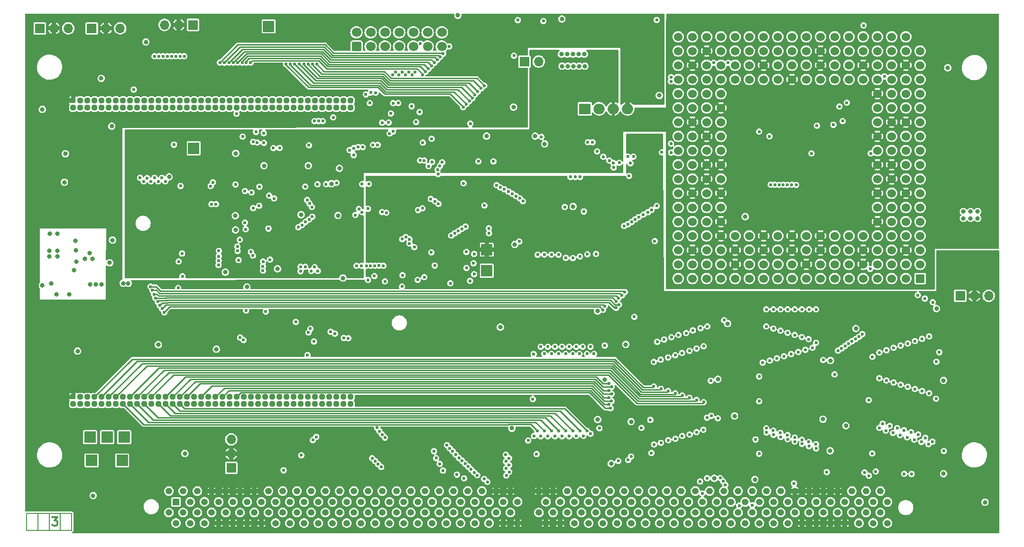
<source format=gbr>
%TF.GenerationSoftware,KiCad,Pcbnew,7.0.6-0*%
%TF.CreationDate,2024-10-04T12:35:45+02:00*%
%TF.ProjectId,Z3660_v022,5a333636-305f-4763-9032-322e6b696361,v0.22*%
%TF.SameCoordinates,Original*%
%TF.FileFunction,Copper,L3,Inr*%
%TF.FilePolarity,Positive*%
%FSLAX46Y46*%
G04 Gerber Fmt 4.6, Leading zero omitted, Abs format (unit mm)*
G04 Created by KiCad (PCBNEW 7.0.6-0) date 2024-10-04 12:35:45*
%MOMM*%
%LPD*%
G01*
G04 APERTURE LIST*
G04 Aperture macros list*
%AMRoundRect*
0 Rectangle with rounded corners*
0 $1 Rounding radius*
0 $2 $3 $4 $5 $6 $7 $8 $9 X,Y pos of 4 corners*
0 Add a 4 corners polygon primitive as box body*
4,1,4,$2,$3,$4,$5,$6,$7,$8,$9,$2,$3,0*
0 Add four circle primitives for the rounded corners*
1,1,$1+$1,$2,$3*
1,1,$1+$1,$4,$5*
1,1,$1+$1,$6,$7*
1,1,$1+$1,$8,$9*
0 Add four rect primitives between the rounded corners*
20,1,$1+$1,$2,$3,$4,$5,0*
20,1,$1+$1,$4,$5,$6,$7,0*
20,1,$1+$1,$6,$7,$8,$9,0*
20,1,$1+$1,$8,$9,$2,$3,0*%
G04 Aperture macros list end*
%TA.AperFunction,NonConductor*%
%ADD10C,0.150000*%
%TD*%
%ADD11C,0.300000*%
%TA.AperFunction,NonConductor*%
%ADD12C,0.300000*%
%TD*%
%TA.AperFunction,ComponentPad*%
%ADD13C,1.524000*%
%TD*%
%TA.AperFunction,ComponentPad*%
%ADD14R,1.524000X1.524000*%
%TD*%
%TA.AperFunction,ComponentPad*%
%ADD15R,1.700000X1.700000*%
%TD*%
%TA.AperFunction,ComponentPad*%
%ADD16O,1.700000X1.700000*%
%TD*%
%TA.AperFunction,ComponentPad*%
%ADD17RoundRect,0.250000X0.600000X-0.600000X0.600000X0.600000X-0.600000X0.600000X-0.600000X-0.600000X0*%
%TD*%
%TA.AperFunction,ComponentPad*%
%ADD18C,1.700000*%
%TD*%
%TA.AperFunction,ComponentPad*%
%ADD19R,0.950000X0.950000*%
%TD*%
%TA.AperFunction,ComponentPad*%
%ADD20RoundRect,0.237500X0.237500X-0.237500X0.237500X0.237500X-0.237500X0.237500X-0.237500X-0.237500X0*%
%TD*%
%TA.AperFunction,ComponentPad*%
%ADD21R,2.000000X2.000000*%
%TD*%
%TA.AperFunction,ComponentPad*%
%ADD22R,2.000000X1.905000*%
%TD*%
%TA.AperFunction,ComponentPad*%
%ADD23O,2.000000X1.905000*%
%TD*%
%TA.AperFunction,ComponentPad*%
%ADD24R,1.200000X1.200000*%
%TD*%
%TA.AperFunction,ComponentPad*%
%ADD25O,1.200000X1.200000*%
%TD*%
%TA.AperFunction,ViaPad*%
%ADD26C,0.800000*%
%TD*%
%TA.AperFunction,ViaPad*%
%ADD27C,0.600000*%
%TD*%
%TA.AperFunction,Conductor*%
%ADD28C,0.250000*%
%TD*%
G04 APERTURE END LIST*
D10*
X80576000Y-118999000D02*
X88576000Y-118999000D01*
X80576000Y-122047000D02*
X80576000Y-118999000D01*
X84582000Y-118999000D02*
X84582000Y-122047000D01*
X88576000Y-122047000D02*
X80576000Y-122047000D01*
X86582000Y-118999000D02*
X86582000Y-122047000D01*
X82582000Y-118999000D02*
X82582000Y-122047000D01*
X88576000Y-118999000D02*
X88576000Y-122047000D01*
D11*
D12*
X85156000Y-119701328D02*
X86084572Y-119701328D01*
X86084572Y-119701328D02*
X85584572Y-120272757D01*
X85584572Y-120272757D02*
X85798857Y-120272757D01*
X85798857Y-120272757D02*
X85941715Y-120344185D01*
X85941715Y-120344185D02*
X86013143Y-120415614D01*
X86013143Y-120415614D02*
X86084572Y-120558471D01*
X86084572Y-120558471D02*
X86084572Y-120915614D01*
X86084572Y-120915614D02*
X86013143Y-121058471D01*
X86013143Y-121058471D02*
X85941715Y-121129900D01*
X85941715Y-121129900D02*
X85798857Y-121201328D01*
X85798857Y-121201328D02*
X85370286Y-121201328D01*
X85370286Y-121201328D02*
X85227429Y-121129900D01*
X85227429Y-121129900D02*
X85156000Y-121058471D01*
D13*
%TO.N,N/C*%
%TO.C,U4*%
X207035000Y-69430900D03*
X209575000Y-69430900D03*
X229895000Y-69430900D03*
X232435000Y-69430900D03*
D14*
%TO.N,060A31*%
X240055000Y-77050900D03*
D13*
%TO.N,D040_3*%
X237515000Y-77050900D03*
%TO.N,D040_4*%
X234975000Y-77050900D03*
%TO.N,D040_5*%
X232435000Y-77050900D03*
%TO.N,D040_6*%
X229895000Y-77050900D03*
%TO.N,D040_7*%
X227355000Y-77050900D03*
%TO.N,D040_9*%
X224815000Y-77050900D03*
%TO.N,D040_10*%
X222275000Y-77050900D03*
%TO.N,D040_11*%
X219735000Y-77050900D03*
%TO.N,D040_12*%
X217195000Y-77050900D03*
%TO.N,D040_13*%
X214655000Y-77050900D03*
%TO.N,D040_14*%
X212115000Y-77050900D03*
%TO.N,D040_15*%
X209575000Y-77050900D03*
%TO.N,D040_17*%
X207035000Y-77050900D03*
%TO.N,D040_19*%
X204495000Y-77050900D03*
%TO.N,D040_20*%
X201955000Y-77050900D03*
%TO.N,D040_21*%
X199415000Y-77050900D03*
%TO.N,D040_24*%
X196875000Y-77050900D03*
%TO.N,060A29*%
X240055000Y-74510900D03*
%TO.N,Earth*%
X214655000Y-69430900D03*
X219735000Y-69430900D03*
X224815000Y-69430900D03*
X227355000Y-69430900D03*
X232435000Y-46570900D03*
X232435000Y-49110900D03*
X232435000Y-54190900D03*
X237515000Y-74510900D03*
%TO.N,D040_1*%
X234975000Y-74510900D03*
%TO.N,Earth*%
X232435000Y-74510900D03*
%TO.N,+3V3*%
X229895000Y-74510900D03*
%TO.N,Earth*%
X227355000Y-74510900D03*
%TO.N,D040_8*%
X224815000Y-74510900D03*
%TO.N,Earth*%
X222275000Y-74510900D03*
%TO.N,+3V3*%
X219735000Y-74510900D03*
%TO.N,Earth*%
X217195000Y-74510900D03*
%TO.N,D040_16*%
X214655000Y-74510900D03*
%TO.N,D040_18*%
X212115000Y-74510900D03*
%TO.N,Earth*%
X209575000Y-74510900D03*
%TO.N,+3V3*%
X207035000Y-74510900D03*
%TO.N,Earth*%
X204495000Y-74510900D03*
%TO.N,D040_22*%
X201955000Y-74510900D03*
%TO.N,Earth*%
X199415000Y-74510900D03*
%TO.N,D040_26*%
X196875000Y-74510900D03*
%TO.N,060A27*%
X240055000Y-71970900D03*
%TO.N,+3V3*%
X237515000Y-71970900D03*
%TO.N,D040_0*%
X234975000Y-71970900D03*
%TO.N,D040_2*%
X232435000Y-71970900D03*
%TO.N,+3V3*%
X229895000Y-71970900D03*
%TO.N,Earth*%
X227355000Y-71970900D03*
X224815000Y-71970900D03*
%TO.N,+3V3*%
X222275000Y-71970900D03*
%TO.N,Earth*%
X219735000Y-71970900D03*
%TO.N,+3V3*%
X217195000Y-71970900D03*
%TO.N,Earth*%
X214655000Y-71970900D03*
%TO.N,+3V3*%
X212115000Y-71970900D03*
%TO.N,Earth*%
X209575000Y-71970900D03*
%TO.N,+3V3*%
X207035000Y-71970900D03*
%TO.N,D040_23*%
X204495000Y-71970900D03*
%TO.N,D040_25*%
X201955000Y-71970900D03*
%TO.N,+3V3*%
X199415000Y-71970900D03*
%TO.N,D040_28*%
X196875000Y-71970900D03*
%TO.N,060A24*%
X240055000Y-69430900D03*
%TO.N,Earth*%
X237515000Y-69430900D03*
%TO.N,060A30*%
X234975000Y-69430900D03*
%TO.N,D040_27*%
X201955000Y-69430900D03*
%TO.N,Earth*%
X199415000Y-69430900D03*
%TO.N,D040_31*%
X196875000Y-69430900D03*
%TO.N,060A22*%
X240055000Y-66890900D03*
%TO.N,060A26*%
X237515000Y-66890900D03*
%TO.N,060A28*%
X234975000Y-66890900D03*
%TO.N,D040_29*%
X201955000Y-66890900D03*
%TO.N,D040_30*%
X199415000Y-66890900D03*
%TO.N,060A8*%
X196875000Y-66890900D03*
%TO.N,060A21*%
X240055000Y-64350900D03*
%TO.N,Earth*%
X237515000Y-64350900D03*
%TO.N,060A25*%
X234975000Y-64350900D03*
%TO.N,060A9*%
X201955000Y-64350900D03*
%TO.N,Earth*%
X199415000Y-64350900D03*
%TO.N,060A7*%
X196875000Y-64350900D03*
%TO.N,060A20*%
X240055000Y-61810900D03*
%TO.N,+3V3*%
X237515000Y-61810900D03*
%TO.N,060A23*%
X234975000Y-61810900D03*
%TO.N,060A6*%
X201955000Y-61810900D03*
%TO.N,+3V3*%
X199415000Y-61810900D03*
%TO.N,060A5*%
X196875000Y-61810900D03*
%TO.N,060A18*%
X240055000Y-59270900D03*
%TO.N,Earth*%
X237515000Y-59270900D03*
%TO.N,+3V3*%
X234975000Y-59270900D03*
X201955000Y-59270900D03*
%TO.N,Earth*%
X199415000Y-59270900D03*
%TO.N,060A4*%
X196875000Y-59270900D03*
%TO.N,060A17*%
X240055000Y-56730900D03*
%TO.N,060A19*%
X237515000Y-56730900D03*
%TO.N,+3V3*%
X234975000Y-56730900D03*
X201955000Y-56730900D03*
%TO.N,060A2*%
X199415000Y-56730900D03*
%TO.N,060A3*%
X196875000Y-56730900D03*
%TO.N,060A15*%
X240055000Y-54190900D03*
%TO.N,060A16*%
X237515000Y-54190900D03*
%TO.N,Earth*%
X234975000Y-54190900D03*
X201955000Y-54190900D03*
%TO.N,TM2*%
X199415000Y-54190900D03*
%TO.N,060A1*%
X196875000Y-54190900D03*
%TO.N,060A14*%
X240055000Y-51650900D03*
%TO.N,Earth*%
X237515000Y-51650900D03*
X234975000Y-51650900D03*
%TO.N,+3V3*%
X201955000Y-51650900D03*
%TO.N,Earth*%
X199415000Y-51650900D03*
%TO.N,060A0*%
X196875000Y-51650900D03*
%TO.N,060A13*%
X240055000Y-49110900D03*
%TO.N,+3V3*%
X237515000Y-49110900D03*
X234975000Y-49110900D03*
%TO.N,Earth*%
X201955000Y-49110900D03*
%TO.N,+3V3*%
X199415000Y-49110900D03*
%TO.N,TM1*%
X196875000Y-49110900D03*
%TO.N,060A12*%
X240055000Y-46570900D03*
%TO.N,Earth*%
X237515000Y-46570900D03*
%TO.N,060A11*%
X234975000Y-46570900D03*
%TO.N,R_W040*%
X201955000Y-46570900D03*
%TO.N,Earth*%
X199415000Y-46570900D03*
%TO.N,TM0*%
X196875000Y-46570900D03*
%TO.N,060A10*%
X240055000Y-44030900D03*
%TO.N,TT1*%
X237515000Y-44030900D03*
%TO.N,TT0*%
X234975000Y-44030900D03*
%TO.N,/CPU and CLK/SIZ60_1*%
X201955000Y-44030900D03*
%TO.N,/CPU and CLK/SIZ60_0*%
X199415000Y-44030900D03*
%TO.N,unconnected-(U4-TLN1-Pad120)*%
X196875000Y-44030900D03*
%TO.N,unconnected-(U4-UPA1-Pad121)*%
X240055000Y-41490900D03*
%TO.N,Earth*%
X237515000Y-41490900D03*
%TO.N,unconnected-(U4-UPA0-Pad123)*%
X234975000Y-41490900D03*
%TO.N,unconnected-(U4-~{MI}-Pad124)*%
X201955000Y-41490900D03*
%TO.N,Earth*%
X199415000Y-41490900D03*
%TO.N,unconnected-(U4-TLN0-Pad126)*%
X196875000Y-41490900D03*
%TO.N,_040CIOUT*%
X240055000Y-38950900D03*
%TO.N,+3V3*%
X237515000Y-38950900D03*
%TO.N,_040RSTO*%
X234975000Y-38950900D03*
%TO.N,Earth*%
X232435000Y-38950900D03*
%TO.N,+3V3*%
X229895000Y-38950900D03*
%TO.N,Earth*%
X227355000Y-38950900D03*
%TO.N,040_BCLK*%
X224815000Y-38950900D03*
%TO.N,+3V3*%
X222275000Y-38950900D03*
%TO.N,PCLK*%
X219735000Y-38950900D03*
%TO.N,Earth*%
X217195000Y-38950900D03*
X214655000Y-38950900D03*
%TO.N,+3V3*%
X212115000Y-38950900D03*
%TO.N,Earth*%
X209575000Y-38950900D03*
%TO.N,unconnected-(U4-PST2-Pad140)*%
X207035000Y-38950900D03*
%TO.N,unconnected-(U4-~{TIP}-Pad141)*%
X204495000Y-38950900D03*
%TO.N,Net-(U4-~{TS})*%
X201955000Y-38950900D03*
%TO.N,+3V3*%
X199415000Y-38950900D03*
%TO.N,_LOCKE*%
X196875000Y-38950900D03*
%TO.N,_040IPEND*%
X240055000Y-36410900D03*
%TO.N,Earth*%
X237515000Y-36410900D03*
%TO.N,Net-(RN2-R3.2)*%
X234975000Y-36410900D03*
%TO.N,Net-(RN1-R4.2)*%
X232435000Y-36410900D03*
%TO.N,Net-(RN1-R3.2)*%
X229895000Y-36410900D03*
%TO.N,_040EMUL*%
X227355000Y-36410900D03*
%TO.N,_040RSTI*%
X224815000Y-36410900D03*
%TO.N,+3V3*%
X222275000Y-36410900D03*
%TO.N,Earth*%
X219735000Y-36410900D03*
X217195000Y-36410900D03*
%TO.N,_TBI*%
X214655000Y-36410900D03*
%TO.N,unconnected-(U4-SC1-Pad156)*%
X212115000Y-36410900D03*
%TO.N,_TEA*%
X209575000Y-36410900D03*
%TO.N,unconnected-(U4-PST1-Pad158)*%
X207035000Y-36410900D03*
%TO.N,Earth*%
X204495000Y-36410900D03*
%TO.N,+3V3*%
X201955000Y-36410900D03*
%TO.N,Earth*%
X199415000Y-36410900D03*
%TO.N,_LOCK*%
X196875000Y-36410900D03*
%TO.N,unconnected-(U4-TDO-Pad163)*%
X237515000Y-33870900D03*
%TO.N,Net-(RN2-R1.2)*%
X234975000Y-33870900D03*
%TO.N,Earth*%
X232435000Y-33870900D03*
%TO.N,_040EMUL*%
X229895000Y-33870900D03*
%TO.N,_060IPL2*%
X227355000Y-33870900D03*
%TO.N,_060IPL1*%
X224815000Y-33870900D03*
%TO.N,_060IPL0*%
X222275000Y-33870900D03*
%TO.N,Earth*%
X219735000Y-33870900D03*
%TO.N,_TCI*%
X217195000Y-33870900D03*
%TO.N,_AVEC040*%
X214655000Y-33870900D03*
%TO.N,unconnected-(U4-SC0-Pad173)*%
X212115000Y-33870900D03*
%TO.N,_BG040*%
X209575000Y-33870900D03*
%TO.N,_TA*%
X207035000Y-33870900D03*
%TO.N,unconnected-(U4-PST0-Pad176)*%
X204495000Y-33870900D03*
%TO.N,unconnected-(U4-PST3-Pad177)*%
X201955000Y-33870900D03*
%TO.N,_BB040*%
X199415000Y-33870900D03*
%TO.N,_BR040*%
X196875000Y-33870900D03*
%TO.N,+3V3*%
X222275000Y-69430900D03*
X217195000Y-69430900D03*
X212115000Y-69430900D03*
X204495000Y-69430900D03*
X232435000Y-66890900D03*
X204495000Y-66890900D03*
%TO.N,Earth*%
X232435000Y-64350900D03*
X204495000Y-64350900D03*
%TO.N,+3V3*%
X232435000Y-61810900D03*
X204495000Y-61810900D03*
%TO.N,Earth*%
X232435000Y-59270900D03*
X204495000Y-59270900D03*
%TO.N,+3V3*%
X232435000Y-56730900D03*
X204495000Y-56730900D03*
%TO.N,_CLA*%
X204495000Y-54190900D03*
%TO.N,+3V3*%
X232435000Y-51650900D03*
%TO.N,THERM_N*%
X204495000Y-51650900D03*
%TO.N,THERM_P*%
X204495000Y-49110900D03*
%TO.N,+3V3*%
X204495000Y-46570900D03*
X232435000Y-44030900D03*
%TO.N,_SNOOP*%
X204495000Y-44030900D03*
%TO.N,unconnected-(U4-~{BS0}-Pad201)*%
X232435000Y-41490900D03*
%TO.N,unconnected-(U4-~{BS1}-Pad202)*%
X229895000Y-41490900D03*
%TO.N,unconnected-(U4-~{BS2}-Pad203)*%
X227355000Y-41490900D03*
%TO.N,unconnected-(U4-~{BS3}-Pad204)*%
X224815000Y-41490900D03*
%TO.N,_CLKEN*%
X222275000Y-41490900D03*
%TO.N,Earth*%
X219735000Y-41490900D03*
%TO.N,+3V3*%
X217195000Y-41490900D03*
%TO.N,_BGR040*%
X214655000Y-41490900D03*
%TO.N,_TRA*%
X212115000Y-41490900D03*
%TO.N,unconnected-(U4-PST4-Pad210)*%
X209575000Y-41490900D03*
%TO.N,unconnected-(U4-~{SAS}-Pad211)*%
X207035000Y-41490900D03*
%TO.N,_BTT*%
X204495000Y-41490900D03*
%TD*%
D15*
%TO.N,Earth*%
%TO.C,JP1*%
X247220000Y-80137000D03*
D16*
%TO.N,+5V*%
X249760000Y-80137000D03*
%TO.N,unconnected-(JP1-Pad3)*%
X252300000Y-80137000D03*
%TD*%
D15*
%TO.N,Earth*%
%TO.C,JP2*%
X110251000Y-31750000D03*
D16*
%TO.N,+5V*%
X107711000Y-31750000D03*
%TO.N,unconnected-(JP2-Pad3)*%
X105171000Y-31750000D03*
%TD*%
D17*
%TO.N,Earth*%
%TO.C,J2*%
X139446000Y-35610800D03*
D18*
%TO.N,+3V3*%
X139446000Y-33070800D03*
%TO.N,Earth*%
X141986000Y-35610800D03*
%TO.N,TMS*%
X141986000Y-33070800D03*
%TO.N,Earth*%
X144526000Y-35610800D03*
%TO.N,TCK*%
X144526000Y-33070800D03*
%TO.N,Earth*%
X147066000Y-35610800D03*
%TO.N,TDO*%
X147066000Y-33070800D03*
%TO.N,Earth*%
X149606000Y-35610800D03*
%TO.N,TDI*%
X149606000Y-33070800D03*
%TO.N,Earth*%
X152146000Y-35610800D03*
%TO.N,unconnected-(J2-Pin_12-Pad12)*%
X152146000Y-33070800D03*
%TO.N,Earth*%
X154686000Y-35610800D03*
%TO.N,Net-(J2-Pin_14)*%
X154686000Y-33070800D03*
%TD*%
D19*
%TO.N,+5V*%
%TO.C,CN2*%
X88883000Y-45250000D03*
D20*
%TO.N,Earth*%
X88883000Y-46520000D03*
%TO.N,3.3V_ZTURN2*%
X90153000Y-45250000D03*
%TO.N,Earth*%
X90153000Y-46520000D03*
%TO.N,XADC_INP0*%
X91423000Y-45250000D03*
%TO.N,XADC_TEMP_P*%
X91423000Y-46520000D03*
%TO.N,XADC_INN0*%
X92693000Y-45250000D03*
%TO.N,XADC_TEMP_N*%
X92693000Y-46520000D03*
%TO.N,XADC_VCC*%
X93963000Y-45250000D03*
%TO.N,XADC_GND*%
X93963000Y-46520000D03*
%TO.N,PS_MIO0*%
X95233000Y-45250000D03*
%TO.N,_040RSTI*%
X95233000Y-46520000D03*
%TO.N,PS_MIO8*%
X96503000Y-45250000D03*
%TO.N,LED*%
X96503000Y-46520000D03*
%TO.N,PS_MIO9*%
X97773000Y-45250000D03*
%TO.N,FPGA_PRESENCE*%
X97773000Y-46520000D03*
%TO.N,PS_MIO12*%
X99043000Y-45250000D03*
%TO.N,PS_MIO15*%
X99043000Y-46520000D03*
%TO.N,PS_MIO13*%
X100313000Y-45250000D03*
%TO.N,Earth*%
X100313000Y-46520000D03*
X101583000Y-45250000D03*
%TO.N,Net-(CN2-Pin_22)*%
X101583000Y-46520000D03*
%TO.N,Net-(CN2-Pin_23)*%
X102853000Y-45250000D03*
%TO.N,Net-(CN2-Pin_24)*%
X102853000Y-46520000D03*
%TO.N,Net-(CN2-Pin_25)*%
X104123000Y-45250000D03*
%TO.N,Net-(CN2-Pin_26)*%
X104123000Y-46520000D03*
%TO.N,Net-(CN2-Pin_27)*%
X105393000Y-45250000D03*
%TO.N,Net-(CN2-Pin_28)*%
X105393000Y-46520000D03*
%TO.N,Net-(CN2-Pin_29)*%
X106663000Y-45250000D03*
%TO.N,Earth*%
X106663000Y-46520000D03*
X107933000Y-45250000D03*
%TO.N,Net-(CN2-Pin_32)*%
X107933000Y-46520000D03*
%TO.N,Net-(CN2-Pin_33)*%
X109203000Y-45250000D03*
%TO.N,Net-(CN2-Pin_34)*%
X109203000Y-46520000D03*
%TO.N,Net-(CN2-Pin_35)*%
X110473000Y-45250000D03*
%TO.N,Net-(CN2-Pin_36)*%
X110473000Y-46520000D03*
%TO.N,Net-(CN2-Pin_37)*%
X111743000Y-45250000D03*
%TO.N,Net-(CN2-Pin_38)*%
X111743000Y-46520000D03*
%TO.N,Net-(CN2-Pin_39)*%
X113013000Y-45250000D03*
%TO.N,Earth*%
X113013000Y-46520000D03*
X114283000Y-45250000D03*
%TO.N,D040_28*%
X114283000Y-46520000D03*
%TO.N,Net-(CN2-Pin_43)*%
X115553000Y-45250000D03*
%TO.N,D040_29*%
X115553000Y-46520000D03*
%TO.N,Net-(CN2-Pin_45)*%
X116823000Y-45250000D03*
%TO.N,D040_30*%
X116823000Y-46520000D03*
%TO.N,Net-(CN2-Pin_47)*%
X118093000Y-45250000D03*
%TO.N,D040_31*%
X118093000Y-46520000D03*
%TO.N,Net-(CN2-Pin_49)*%
X119363000Y-45250000D03*
%TO.N,Earth*%
X119363000Y-46520000D03*
%TO.N,VDDIO_35_PL*%
X120633000Y-45250000D03*
%TO.N,D040_26*%
X120633000Y-46520000D03*
%TO.N,Net-(CN2-Pin_53)*%
X121903000Y-45250000D03*
%TO.N,D040_27*%
X121903000Y-46520000D03*
%TO.N,Net-(CN2-Pin_55)*%
X123173000Y-45250000D03*
%TO.N,R_W040*%
X123173000Y-46520000D03*
%TO.N,Net-(CN2-Pin_57)*%
X124443000Y-45250000D03*
%TO.N,_TA*%
X124443000Y-46520000D03*
%TO.N,Net-(CN2-Pin_59)*%
X125713000Y-45250000D03*
%TO.N,Earth*%
X125713000Y-46520000D03*
X126983000Y-45250000D03*
%TO.N,_TEA*%
X126983000Y-46520000D03*
%TO.N,Net-(CN2-Pin_63)*%
X128253000Y-45250000D03*
%TO.N,_TCI*%
X128253000Y-46520000D03*
%TO.N,Net-(CN2-Pin_65)*%
X129523000Y-45250000D03*
%TO.N,PCLK_FPGA*%
X129523000Y-46520000D03*
%TO.N,Net-(CN2-Pin_67)*%
X130793000Y-45250000D03*
%TO.N,CLK90_FPGA*%
X130793000Y-46520000D03*
%TO.N,Net-(CN2-Pin_69)*%
X132063000Y-45250000D03*
%TO.N,Earth*%
X132063000Y-46520000D03*
X133333000Y-45250000D03*
%TO.N,CPUCLK_FPGA*%
X133333000Y-46520000D03*
%TO.N,Net-(CN2-Pin_73)*%
X134603000Y-45250000D03*
%TO.N,_TS*%
X134603000Y-46520000D03*
%TO.N,Net-(CN2-Pin_75)*%
X135873000Y-45250000D03*
%TO.N,SIZ40_0*%
X135873000Y-46520000D03*
%TO.N,Net-(CN2-Pin_77)*%
X137143000Y-45250000D03*
%TO.N,SIZ40_1*%
X137143000Y-46520000D03*
%TO.N,Net-(CN2-Pin_79)*%
X138413000Y-45250000D03*
%TO.N,Earth*%
X138413000Y-46520000D03*
%TD*%
D19*
%TO.N,+5V*%
%TO.C,CN3*%
X88883000Y-98193000D03*
D20*
%TO.N,Earth*%
X88883000Y-99463000D03*
%TO.N,3.3V_ZTURN1*%
X90153000Y-98193000D03*
%TO.N,Earth*%
X90153000Y-99463000D03*
%TO.N,VDD18_KEY_BACKUP*%
X91423000Y-98193000D03*
%TO.N,unconnected-(CN3-Pin_6-Pad6)*%
X91423000Y-99463000D03*
%TO.N,D040_0*%
X92693000Y-98193000D03*
%TO.N,unconnected-(CN3-Pin_8-Pad8)*%
X92693000Y-99463000D03*
%TO.N,D040_1*%
X93963000Y-98193000D03*
%TO.N,unconnected-(CN3-Pin_10-Pad10)*%
X93963000Y-99463000D03*
%TO.N,D040_2*%
X95233000Y-98193000D03*
%TO.N,unconnected-(CN3-Pin_12-Pad12)*%
X95233000Y-99463000D03*
%TO.N,D040_3*%
X96503000Y-98193000D03*
%TO.N,JTAG_NTRST*%
X96503000Y-99463000D03*
%TO.N,VDDIO_13_PL*%
X97773000Y-98193000D03*
%TO.N,D040_16*%
X97773000Y-99463000D03*
%TO.N,D040_4*%
X99043000Y-98193000D03*
%TO.N,D040_17*%
X99043000Y-99463000D03*
%TO.N,D040_5*%
X100313000Y-98193000D03*
%TO.N,D040_18*%
X100313000Y-99463000D03*
%TO.N,D040_6*%
X101583000Y-98193000D03*
%TO.N,D040_19*%
X101583000Y-99463000D03*
%TO.N,D040_7*%
X102853000Y-98193000D03*
%TO.N,Earth*%
X102853000Y-99463000D03*
X104123000Y-98193000D03*
%TO.N,D040_20*%
X104123000Y-99463000D03*
%TO.N,D040_8*%
X105393000Y-98193000D03*
%TO.N,D040_21*%
X105393000Y-99463000D03*
%TO.N,D040_9*%
X106663000Y-98193000D03*
%TO.N,D040_22*%
X106663000Y-99463000D03*
%TO.N,D040_10*%
X107933000Y-98193000D03*
%TO.N,D040_23*%
X107933000Y-99463000D03*
%TO.N,D040_11*%
X109203000Y-98193000D03*
%TO.N,Earth*%
X109203000Y-99463000D03*
X110473000Y-98193000D03*
%TO.N,D040_24*%
X110473000Y-99463000D03*
%TO.N,D040_12*%
X111743000Y-98193000D03*
%TO.N,D040_25*%
X111743000Y-99463000D03*
%TO.N,BCLK_FPGA*%
X113013000Y-98193000D03*
%TO.N,nTS_FPGA*%
X113013000Y-99463000D03*
%TO.N,D040_13*%
X114283000Y-98193000D03*
%TO.N,nTBI_FPGA*%
X114283000Y-99463000D03*
%TO.N,D040_14*%
X115553000Y-98193000D03*
%TO.N,Earth*%
X115553000Y-99463000D03*
%TO.N,unconnected-(CN3-Pin_45-Pad45)*%
X116823000Y-98193000D03*
%TO.N,unconnected-(CN3-Pin_46-Pad46)*%
X116823000Y-99463000D03*
%TO.N,D040_15*%
X118093000Y-98193000D03*
%TO.N,unconnected-(CN3-Pin_48-Pad48)*%
X118093000Y-99463000D03*
%TO.N,unconnected-(CN3-Pin_49-Pad49)*%
X119363000Y-98193000D03*
%TO.N,unconnected-(CN3-Pin_50-Pad50)*%
X119363000Y-99463000D03*
%TO.N,unconnected-(CN3-Pin_51-Pad51)*%
X120633000Y-98193000D03*
%TO.N,unconnected-(CN3-Pin_52-Pad52)*%
X120633000Y-99463000D03*
%TO.N,unconnected-(CN3-Pin_53-Pad53)*%
X121903000Y-98193000D03*
%TO.N,Earth*%
X121903000Y-99463000D03*
%TO.N,unconnected-(CN3-Pin_55-Pad55)*%
X123173000Y-98193000D03*
%TO.N,unconnected-(CN3-Pin_56-Pad56)*%
X123173000Y-99463000D03*
%TO.N,unconnected-(CN3-Pin_57-Pad57)*%
X124443000Y-98193000D03*
%TO.N,unconnected-(CN3-Pin_58-Pad58)*%
X124443000Y-99463000D03*
%TO.N,unconnected-(CN3-Pin_59-Pad59)*%
X125713000Y-98193000D03*
%TO.N,unconnected-(CN3-Pin_60-Pad60)*%
X125713000Y-99463000D03*
%TO.N,unconnected-(CN3-Pin_61-Pad61)*%
X126983000Y-98193000D03*
%TO.N,unconnected-(CN3-Pin_62-Pad62)*%
X126983000Y-99463000D03*
%TO.N,unconnected-(CN3-Pin_63-Pad63)*%
X128253000Y-98193000D03*
%TO.N,unconnected-(CN3-Pin_64-Pad64)*%
X128253000Y-99463000D03*
%TO.N,unconnected-(CN3-Pin_65-Pad65)*%
X129523000Y-98193000D03*
%TO.N,unconnected-(CN3-Pin_66-Pad66)*%
X129523000Y-99463000D03*
%TO.N,Earth*%
X130793000Y-98193000D03*
X130793000Y-99463000D03*
%TO.N,unconnected-(CN3-Pin_69-Pad69)*%
X132063000Y-98193000D03*
%TO.N,unconnected-(CN3-Pin_70-Pad70)*%
X132063000Y-99463000D03*
%TO.N,unconnected-(CN3-Pin_71-Pad71)*%
X133333000Y-98193000D03*
%TO.N,unconnected-(CN3-Pin_72-Pad72)*%
X133333000Y-99463000D03*
%TO.N,INT6_ARM*%
X134603000Y-98193000D03*
%TO.N,unconnected-(CN3-Pin_74-Pad74)*%
X134603000Y-99463000D03*
%TO.N,_CLKEN*%
X135873000Y-98193000D03*
%TO.N,I2C0_SDA*%
X135873000Y-99463000D03*
%TO.N,unconnected-(CN3-Pin_77-Pad77)*%
X137143000Y-98193000D03*
%TO.N,I2C0_CLK*%
X137143000Y-99463000D03*
%TO.N,unconnected-(CN3-Pin_79-Pad79)*%
X138413000Y-98193000D03*
%TO.N,/ZTURN and 3.3V/BP*%
X138413000Y-99463000D03*
%TD*%
D21*
%TO.N,+3V3*%
%TO.C,TP1*%
X123768000Y-32004000D03*
%TD*%
%TO.N,Earth*%
%TO.C,TP8*%
X162712400Y-75641200D03*
%TD*%
%TO.N,PCLK*%
%TO.C,TP9*%
X110388400Y-53797200D03*
%TD*%
%TO.N,CLK90*%
%TO.C,TP10*%
X92178000Y-109551600D03*
%TD*%
%TO.N,CPUCLK*%
%TO.C,TP11*%
X97613600Y-109551600D03*
%TD*%
%TO.N,Net-(U2-P107)*%
%TO.C,DBG2*%
X94921200Y-105386000D03*
%TD*%
D15*
%TO.N,Net-(J1-A)*%
%TO.C,J1*%
X169425000Y-38300000D03*
D16*
%TO.N,Earth*%
X171965000Y-38300000D03*
%TD*%
D15*
%TO.N,Earth*%
%TO.C,JP3*%
X117094000Y-110871000D03*
D16*
%TO.N,+5V*%
X117094000Y-108331000D03*
%TO.N,unconnected-(JP3-Pad3)*%
X117094000Y-105791000D03*
%TD*%
D21*
%TO.N,Net-(U2-P105)*%
%TO.C,DBG3*%
X97969200Y-105386000D03*
%TD*%
D15*
%TO.N,LEDR*%
%TO.C,JP7*%
X82895300Y-32361200D03*
D16*
%TO.N,+5V*%
X85435300Y-32361200D03*
%TO.N,LEDR*%
X87975300Y-32361200D03*
%TD*%
D22*
%TO.N,+5V*%
%TO.C,VR1*%
X180213000Y-46736000D03*
D23*
%TO.N,Earth*%
X182753000Y-46736000D03*
%TO.N,+3V3*%
X185293000Y-46736000D03*
%TO.N,+5V*%
X187833000Y-46736000D03*
%TD*%
D15*
%TO.N,LEDR*%
%TO.C,JP6*%
X92191700Y-32361200D03*
D16*
%TO.N,+5V*%
X94731700Y-32361200D03*
%TO.N,LEDR*%
X97271700Y-32361200D03*
%TD*%
D21*
%TO.N,Net-(U2-P106)*%
%TO.C,DBG1*%
X91873200Y-105386000D03*
%TD*%
%TO.N,+5V*%
%TO.C,TP4*%
X162712400Y-71882000D03*
%TD*%
D24*
%TO.N,_DSACK1*%
%TO.C,CN1*%
X107239000Y-116954500D03*
D25*
%TO.N,Earth*%
X105964986Y-115024415D03*
X107234986Y-120739415D03*
%TO.N,_HLT*%
X105964986Y-118859500D03*
%TO.N,R_W*%
X109774986Y-116954500D03*
%TO.N,Earth*%
X108504986Y-115024415D03*
X109774986Y-120739415D03*
%TO.N,_BGACK*%
X108504986Y-118859500D03*
%TO.N,_SBR*%
X112314986Y-116929415D03*
%TO.N,Earth*%
X111044986Y-115024415D03*
X112314986Y-120739415D03*
%TO.N,_AVEC*%
X111044986Y-118859500D03*
%TO.N,CLK90*%
X114854986Y-116954500D03*
%TO.N,+5V*%
X113584986Y-115024415D03*
X114854986Y-120739415D03*
%TO.N,_RAMSLOT*%
X113584986Y-118834415D03*
%TO.N,_BOSS*%
X117394986Y-116954500D03*
%TO.N,+5V*%
X116124986Y-115024415D03*
X117394986Y-120739415D03*
%TO.N,FC0*%
X116124986Y-118859500D03*
%TO.N,_STERM*%
X119934986Y-116954500D03*
%TO.N,+5V*%
X118664986Y-115024415D03*
X119934986Y-120739415D03*
%TO.N,FC1*%
X118664986Y-118859500D03*
%TO.N,_BR*%
X122474986Y-116954500D03*
%TO.N,+5V*%
X121204986Y-115024415D03*
X122474986Y-120739415D03*
%TO.N,_CBACK*%
X121204986Y-118834415D03*
%TO.N,_BERR*%
X125014986Y-116954500D03*
%TO.N,unconnected-(CN1-NC-Pad30)*%
X123744986Y-115024415D03*
%TO.N,_EMUL*%
X125014986Y-120739415D03*
%TO.N,_CBREQ*%
X123744986Y-118859500D03*
%TO.N,040A8*%
X127554986Y-116954500D03*
%TO.N,unconnected-(CN1-NC-Pad34)*%
X126284986Y-115024415D03*
%TO.N,Earth*%
X127554986Y-120739415D03*
%TO.N,A0*%
X126284986Y-118834415D03*
%TO.N,040A9*%
X130094986Y-116954500D03*
%TO.N,Earth*%
X128824986Y-115024415D03*
X130094986Y-120739415D03*
%TO.N,A1*%
X128824986Y-118859500D03*
%TO.N,040A10*%
X132634986Y-116929415D03*
%TO.N,unconnected-(CN1-NC-Pad42)*%
X131364986Y-115024415D03*
%TO.N,_INT6*%
X132634986Y-120739415D03*
%TO.N,A2*%
X131364986Y-118834415D03*
%TO.N,040A11*%
X135174986Y-116954500D03*
%TO.N,unconnected-(CN1-NC-Pad46)*%
X133904986Y-115024415D03*
%TO.N,Earth*%
X135174986Y-120739415D03*
%TO.N,A3*%
X133904986Y-118859500D03*
%TO.N,040A12*%
X137714986Y-116929415D03*
%TO.N,Earth*%
X136444986Y-115024415D03*
X137714986Y-120739415D03*
%TO.N,040A4*%
X136444986Y-118859500D03*
%TO.N,040A13*%
X140254986Y-116954500D03*
%TO.N,unconnected-(CN1-NC-Pad54)*%
X138984986Y-115024415D03*
%TO.N,_WAIT*%
X140254986Y-120739415D03*
%TO.N,040A5*%
X138984986Y-118859500D03*
%TO.N,040A14*%
X142794986Y-116954500D03*
%TO.N,unconnected-(CN1-NC-Pad58)*%
X141524986Y-115024415D03*
%TO.N,Earth*%
X142794986Y-120739415D03*
%TO.N,040A6*%
X141524986Y-118834415D03*
%TO.N,040A15*%
X145334986Y-116954500D03*
%TO.N,Earth*%
X144064986Y-115024415D03*
X145334986Y-120739415D03*
%TO.N,040A7*%
X144064986Y-118859500D03*
%TO.N,040A16*%
X147874986Y-116954500D03*
%TO.N,_MEMZ2*%
X146604986Y-115024415D03*
%TO.N,_IOZ2*%
X147874986Y-120739415D03*
%TO.N,040A24*%
X146604986Y-118859500D03*
%TO.N,040A17*%
X150414986Y-116954500D03*
%TO.N,unconnected-(CN1-NC-Pad70)*%
X149144986Y-115024415D03*
%TO.N,Earth*%
X150414986Y-120739415D03*
%TO.N,040A25*%
X149144986Y-118834415D03*
%TO.N,040A18*%
X152954986Y-116954500D03*
%TO.N,Earth*%
X151684986Y-115024415D03*
X152954986Y-120739415D03*
%TO.N,040A26*%
X151684986Y-118859500D03*
%TO.N,040A19*%
X155494986Y-116954500D03*
%TO.N,_DBR16*%
X154224986Y-115024415D03*
%TO.N,READLT*%
X155494986Y-120739415D03*
%TO.N,040A27*%
X154224986Y-118834415D03*
%TO.N,040A20*%
X158034986Y-116954500D03*
%TO.N,_INT2*%
X156764986Y-115024415D03*
%TO.N,Earth*%
X158034986Y-120739415D03*
%TO.N,040A28*%
X156764986Y-118859500D03*
%TO.N,040A21*%
X160574986Y-116954500D03*
%TO.N,Earth*%
X159304986Y-115024415D03*
X160574986Y-120739415D03*
%TO.N,040A29*%
X159304986Y-118834415D03*
%TO.N,040A22*%
X163114986Y-116954500D03*
%TO.N,unconnected-(CN1-NC-Pad90)*%
X161844986Y-115024415D03*
%TO.N,_DSACK0*%
X163114986Y-120739415D03*
%TO.N,040A30*%
X161844986Y-118859500D03*
%TO.N,040A23*%
X165654986Y-116954500D03*
%TO.N,+5V*%
X164384986Y-115024415D03*
X165654986Y-120739415D03*
%TO.N,040A31*%
X164384986Y-118834415D03*
%TO.N,_DS*%
X168194986Y-116929415D03*
%TO.N,+5V*%
X166924986Y-115024415D03*
X168194986Y-120739415D03*
%TO.N,_ECS*%
X166924986Y-118859500D03*
%TO.N,_CIOUT*%
X173274986Y-116929415D03*
%TO.N,+5V*%
X172004986Y-115024415D03*
X173274986Y-120739415D03*
%TO.N,_DBEN*%
X172004986Y-118859500D03*
%TO.N,_BG*%
X175814986Y-116929415D03*
%TO.N,+5V*%
X174544986Y-115024415D03*
X175814986Y-120739415D03*
%TO.N,_RMC*%
X174544986Y-118834415D03*
%TO.N,_CPURST*%
X178354986Y-116929415D03*
%TO.N,_FPURST*%
X177084986Y-115024415D03*
%TO.N,unconnected-(CN1-NC-Pad111)*%
X178354986Y-120739415D03*
%TO.N,CPUCLK*%
X177084986Y-118859500D03*
%TO.N,_EBCLR*%
X180894986Y-116954500D03*
%TO.N,unconnected-(CN1-NC-Pad114)*%
X179624986Y-115024415D03*
%TO.N,Earth*%
X180894986Y-120739415D03*
%TO.N,_IPEND*%
X179624986Y-118859500D03*
%TO.N,_RESET*%
X183434986Y-116954500D03*
%TO.N,Earth*%
X182164986Y-115024415D03*
X183434986Y-120739415D03*
%TO.N,_IPL0*%
X182164986Y-118834415D03*
%TO.N,SIZ0*%
X185974986Y-116929415D03*
%TO.N,unconnected-(CN1-NC-Pad122)*%
X184704986Y-115024415D03*
%TO.N,unconnected-(CN1-NC-Pad123)*%
X185974986Y-120739415D03*
%TO.N,_IPL1*%
X184704986Y-118859500D03*
%TO.N,FC2*%
X188514986Y-116954500D03*
%TO.N,CLK90_RECVD*%
X187244986Y-115024415D03*
%TO.N,Earth*%
X188514986Y-120739415D03*
%TO.N,_IPL2*%
X187244986Y-118859500D03*
%TO.N,SIZ1*%
X191054986Y-116929415D03*
%TO.N,Earth*%
X189784986Y-115024415D03*
X191054986Y-120739415D03*
%TO.N,_CIIN*%
X189784986Y-118859500D03*
%TO.N,_AS*%
X193594986Y-116929415D03*
%TO.N,_FPUCS*%
X192324986Y-115024415D03*
%TO.N,CPUCLK_RECVD*%
X193594986Y-120739415D03*
%TO.N,_OCS*%
X192324986Y-118834415D03*
%TO.N,D31*%
X196134986Y-116929415D03*
%TO.N,Earth*%
X194864986Y-115024415D03*
X196134986Y-120739415D03*
%TO.N,D15*%
X194864986Y-118859500D03*
%TO.N,D30*%
X198674986Y-116954500D03*
%TO.N,Earth*%
X197404986Y-115024415D03*
X198674986Y-120739415D03*
%TO.N,D14*%
X197404986Y-118859500D03*
%TO.N,D29*%
X201219000Y-116954500D03*
%TO.N,unconnected-(CN1-NC-Pad146)*%
X199944986Y-115024415D03*
%TO.N,_CBR*%
X201214986Y-120739415D03*
%TO.N,D13*%
X199944986Y-118859500D03*
%TO.N,D28*%
X203754986Y-116929415D03*
%TO.N,unconnected-(CN1-NC-Pad150)*%
X202484986Y-115024415D03*
%TO.N,Earth*%
X203754986Y-120739415D03*
%TO.N,D12*%
X202484986Y-118859500D03*
%TO.N,D27*%
X206294986Y-116954500D03*
%TO.N,Earth*%
X205024986Y-115024415D03*
X206294986Y-120739415D03*
%TO.N,D11*%
X205024986Y-118834415D03*
%TO.N,D26*%
X208834986Y-116954500D03*
%TO.N,unconnected-(CN1-NC-Pad158)*%
X207564986Y-115024415D03*
%TO.N,_BG30*%
X208834986Y-120739415D03*
%TO.N,D10*%
X207564986Y-118859500D03*
%TO.N,D25*%
X211379000Y-116954500D03*
%TO.N,unconnected-(CN1-NC-Pad162)*%
X210104986Y-115024415D03*
%TO.N,Earth*%
X211374986Y-120739415D03*
%TO.N,D9*%
X210104986Y-118859500D03*
%TO.N,D24*%
X213919000Y-116954500D03*
%TO.N,Earth*%
X212644986Y-115024415D03*
X213914986Y-120739415D03*
%TO.N,D8*%
X212644986Y-118859500D03*
%TO.N,D16*%
X216454986Y-116954500D03*
%TO.N,unconnected-(CN1-NC-Pad170)*%
X215184986Y-115024415D03*
%TO.N,unconnected-(CN1-NC-Pad171)*%
X216454986Y-120739415D03*
%TO.N,D0*%
X215184986Y-118859500D03*
%TO.N,D17*%
X218994986Y-116954500D03*
%TO.N,+5V*%
X217724986Y-115024415D03*
X218994986Y-120739415D03*
%TO.N,D1*%
X217724986Y-118859500D03*
%TO.N,D18*%
X221534986Y-116954500D03*
%TO.N,+5V*%
X220264986Y-115024415D03*
X221534986Y-120739415D03*
%TO.N,D2*%
X220264986Y-118859500D03*
%TO.N,D19*%
X224074986Y-116954500D03*
%TO.N,+5V*%
X222804986Y-115024415D03*
X224074986Y-120739415D03*
%TO.N,D3*%
X222804986Y-118859500D03*
%TO.N,D20*%
X226614986Y-116954500D03*
%TO.N,+5V*%
X225344986Y-115024415D03*
X226614986Y-120739415D03*
%TO.N,D4*%
X225344986Y-118859500D03*
%TO.N,D21*%
X229154986Y-116954500D03*
%TO.N,Earth*%
X227884986Y-115024415D03*
X229154986Y-120739415D03*
%TO.N,D5*%
X227884986Y-118834415D03*
%TO.N,D22*%
X231694986Y-116954500D03*
%TO.N,Earth*%
X230424986Y-115024415D03*
X231694986Y-120739415D03*
%TO.N,D6*%
X230424986Y-118834415D03*
%TO.N,D23*%
X234234986Y-116954500D03*
%TO.N,Earth*%
X232964986Y-115024415D03*
X234234986Y-120739415D03*
%TO.N,D7*%
X232964986Y-118859500D03*
%TD*%
D26*
%TO.N,Earth*%
X176107477Y-30690810D03*
X178077293Y-36969500D03*
X136398000Y-57368982D03*
X92440000Y-115824000D03*
X95758000Y-49834800D03*
X247777000Y-66294000D03*
X95400767Y-74250000D03*
X203962000Y-95032198D03*
X98700000Y-77900000D03*
X222732600Y-102187194D03*
X187522898Y-88818502D03*
X224002600Y-107812400D03*
X93878400Y-41300400D03*
X226822000Y-103334445D03*
X224045449Y-91691599D03*
X178119400Y-64185865D03*
X205673697Y-85098000D03*
X116051327Y-75909273D03*
X193497200Y-44348400D03*
X162661602Y-51612802D03*
X89662000Y-90017600D03*
X165137644Y-85740515D03*
X104063800Y-88864000D03*
X203300000Y-112739800D03*
X130849500Y-56903872D03*
X177165000Y-39116000D03*
X188468000Y-102616000D03*
X183769000Y-95123000D03*
X125349000Y-75311000D03*
X179197000Y-39116000D03*
X167175000Y-103789498D03*
X88190000Y-79875000D03*
X210566000Y-112947670D03*
X250316950Y-65087500D03*
X176149000Y-39116000D03*
X182499000Y-102235000D03*
X249047000Y-66294000D03*
X136144000Y-65786000D03*
X244246400Y-95250000D03*
X242990500Y-82423000D03*
X228600000Y-85979000D03*
X176020094Y-36969500D03*
X86070000Y-73065000D03*
X180144300Y-36969500D03*
X208835141Y-65985141D03*
X134975600Y-60131226D03*
X249047000Y-65087500D03*
X179122299Y-36969500D03*
X167482168Y-46427932D03*
X95900008Y-70200000D03*
X114427000Y-89676800D03*
X83362800Y-46837602D03*
X117887764Y-54692564D03*
X108818700Y-108305600D03*
X182480428Y-82858600D03*
X137033000Y-76962000D03*
X122936000Y-56896000D03*
X105997269Y-58899531D03*
X250317000Y-66294000D03*
X180213000Y-39116000D03*
X244246400Y-111912400D03*
X173050000Y-53000000D03*
X117823576Y-65818444D03*
X206933800Y-101600000D03*
X84590000Y-72055000D03*
X84970000Y-77965000D03*
X85870000Y-79875000D03*
X251637800Y-117017800D03*
X87299800Y-59857200D03*
X117855992Y-68377217D03*
X119888000Y-78552412D03*
X87477600Y-54762400D03*
X129565400Y-65648400D03*
X247777008Y-65087500D03*
X86070000Y-72055000D03*
X184912000Y-110109000D03*
X101854000Y-34798000D03*
X97800000Y-77900000D03*
X92350000Y-73555000D03*
X178181000Y-39116000D03*
D27*
X221640400Y-49733200D03*
D26*
X167711400Y-70967602D03*
X177068242Y-36969500D03*
X245000000Y-39400000D03*
X84590000Y-73065000D03*
%TO.N,+5V*%
X180961720Y-30690810D03*
X181991000Y-30690810D03*
X184023000Y-30690810D03*
X84963000Y-115824000D03*
X188976000Y-52578000D03*
X228727000Y-83947000D03*
X207010000Y-99110800D03*
X93970000Y-78085000D03*
X188000000Y-52600008D03*
X183007000Y-30690810D03*
X185039000Y-30690810D03*
X96850000Y-71995000D03*
X189864951Y-52578491D03*
X91830000Y-72555000D03*
X189865000Y-51689000D03*
X179958443Y-30690810D03*
X208661000Y-83185000D03*
X188067505Y-30690810D03*
X188468000Y-100635003D03*
X167182914Y-99537510D03*
D27*
X231241579Y-54711621D03*
D26*
X189083505Y-30690810D03*
X188290926Y-84597974D03*
X168351200Y-69137000D03*
X249046999Y-76962000D03*
X86063503Y-69070000D03*
X167868600Y-82971200D03*
X250380503Y-76961998D03*
X89859901Y-57591295D03*
X177907505Y-30690810D03*
X247650001Y-76962000D03*
X243382800Y-117017798D03*
X210018000Y-99060000D03*
X186054443Y-30690810D03*
X171348402Y-51612800D03*
X83362800Y-54762398D03*
D27*
X220675200Y-54711600D03*
D26*
X100584000Y-108305600D03*
X190753951Y-52578491D03*
X230211000Y-102733995D03*
X188976049Y-51688509D03*
X187070443Y-30690810D03*
X227116862Y-99291030D03*
X191121720Y-30690810D03*
X190099505Y-30690810D03*
X188023016Y-51688514D03*
X178929720Y-30690810D03*
X190754000Y-51689000D03*
X96850000Y-72950000D03*
D27*
%TO.N,D7*%
X221458418Y-106641000D03*
X241548011Y-106627529D03*
%TO.N,D23*%
X229743000Y-86995000D03*
X241681000Y-87376000D03*
X221488000Y-82550000D03*
%TO.N,D6*%
X220206990Y-106241000D03*
X240284000Y-106232500D03*
%TO.N,D22*%
X220261022Y-82550000D03*
X229142363Y-87443318D03*
X240411000Y-87823500D03*
%TO.N,D5*%
X218948000Y-105841000D03*
X239014000Y-105832989D03*
X238531404Y-111977996D03*
%TO.N,D21*%
X239141000Y-88223011D03*
X218948000Y-82550000D03*
X228522450Y-87864581D03*
%TO.N,D4*%
X237744000Y-105433478D03*
X237210595Y-111936405D03*
X217678001Y-105441000D03*
%TO.N,D20*%
X227886238Y-88260799D03*
X217678000Y-82550000D03*
X237871000Y-88646000D03*
%TO.N,D3*%
X216385250Y-105005522D03*
X236474000Y-105033967D03*
%TO.N,D19*%
X227250503Y-88657783D03*
X236601000Y-89027000D03*
X216408000Y-82550000D03*
%TO.N,D2*%
X235208289Y-104636782D03*
X215106518Y-104606011D03*
%TO.N,D18*%
X226652239Y-89109262D03*
X215138000Y-82550000D03*
X235331000Y-89421544D03*
%TO.N,D1*%
X213836518Y-104206500D03*
X233934000Y-104234945D03*
%TO.N,D17*%
X226026675Y-89522086D03*
X234061000Y-89871533D03*
X213868000Y-82550000D03*
%TO.N,D0*%
X232791010Y-103715262D03*
X212599242Y-103787200D03*
%TO.N,D16*%
X232791000Y-90271044D03*
X217550996Y-113665000D03*
X225399608Y-89932624D03*
X212598000Y-82550000D03*
%TO.N,D24*%
X192517741Y-91948017D03*
X204397269Y-112667299D03*
X172974000Y-90490500D03*
%TO.N,D25*%
X193751206Y-91548002D03*
X204891974Y-113275960D03*
X174244000Y-90490500D03*
%TO.N,D26*%
X205308000Y-113900000D03*
X175524509Y-90490500D03*
X195071998Y-91148000D03*
%TO.N,D27*%
X196342000Y-90747994D03*
X176784000Y-90490500D03*
%TO.N,D28*%
X197561200Y-90347996D03*
X178054000Y-90490500D03*
%TO.N,D13*%
X201168000Y-115443000D03*
%TO.N,D29*%
X198881820Y-89947985D03*
X179252100Y-90490500D03*
%TO.N,D14*%
X200787001Y-113309027D03*
%TO.N,D30*%
X180594000Y-90490500D03*
X200151874Y-89547980D03*
X207772000Y-117602000D03*
%TO.N,D15*%
X202038403Y-112725200D03*
%TO.N,D31*%
X201422000Y-89147998D03*
X210108802Y-117551200D03*
X181850245Y-90490500D03*
%TO.N,CPUCLK_RECVD*%
X130962400Y-53238400D03*
X172440600Y-51739800D03*
%TO.N,_AS*%
X166161681Y-110968633D03*
X151552608Y-76801501D03*
X122751841Y-74860907D03*
%TO.N,_CIIN*%
X144239369Y-74761431D03*
X150368000Y-77276500D03*
X166195000Y-112220000D03*
%TO.N,_IPL2*%
X131495800Y-64260600D03*
X154062090Y-63702216D03*
%TO.N,FC2*%
X166703000Y-111591001D03*
X148894800Y-70048997D03*
X119674500Y-68242200D03*
%TO.N,_IPL1*%
X131072191Y-63641682D03*
X153466802Y-63246004D03*
%TO.N,_IPL0*%
X130656303Y-63017549D03*
X152700874Y-62822287D03*
%TO.N,_IPEND*%
X108377606Y-76627608D03*
X149779331Y-71454670D03*
%TO.N,_CPURST*%
X156210000Y-77892600D03*
X143489382Y-74756609D03*
%TO.N,_RMC*%
X147605059Y-70013033D03*
X107701301Y-74010301D03*
%TO.N,_BG*%
X118618000Y-70104000D03*
X148894800Y-70799000D03*
%TO.N,_CIOUT*%
X148260592Y-69648643D03*
X108310901Y-72587901D03*
%TO.N,_DS*%
X122746729Y-75636201D03*
X147675598Y-76454000D03*
%TO.N,_DSACK0*%
X147583400Y-78467600D03*
X142734590Y-74761400D03*
%TO.N,_EMUL*%
X142646400Y-76606400D03*
%TO.N,_BERR*%
X130708400Y-90728800D03*
X128625598Y-84785200D03*
%TO.N,_BR*%
X141969788Y-74761400D03*
%TO.N,_STERM*%
X141500000Y-77317600D03*
%TO.N,_AVEC*%
X131368800Y-75692014D03*
%TO.N,_BGACK*%
X131852000Y-88293400D03*
%TO.N,_HLT*%
X130318513Y-74956541D03*
%TO.N,_DSACK1*%
X141219794Y-74761400D03*
%TO.N,PCLK*%
X135890000Y-59943996D03*
X145188345Y-49174400D03*
%TO.N,R_W040*%
X113563403Y-63779399D03*
X121513413Y-50850603D03*
X139241964Y-65700600D03*
X186349996Y-56375002D03*
X121005600Y-64465200D03*
%TO.N,_040RSTI*%
X134010400Y-60198000D03*
X144038345Y-49205229D03*
%TO.N,SIZ40_1*%
X141986000Y-43840400D03*
X144018000Y-65176400D03*
X188104487Y-58722113D03*
%TO.N,SIZ40_0*%
X188346674Y-56449938D03*
X144780000Y-65289400D03*
X142866404Y-43856831D03*
%TO.N,_TS*%
X141822827Y-45716982D03*
X168250000Y-30900002D03*
%TO.N,_BGACK040*%
X107619800Y-78732603D03*
X114884202Y-72100000D03*
%TO.N,_TA*%
X146908302Y-45714698D03*
X132537196Y-75692000D03*
%TO.N,_TEA*%
X145999196Y-45720000D03*
X131963647Y-75007508D03*
%TO.N,_TBI*%
X133448341Y-48924500D03*
%TO.N,OEBUS1*%
X171075000Y-90551000D03*
X183769000Y-89027000D03*
X118397848Y-73771536D03*
X160324800Y-74320400D03*
%TO.N,OEBUS2*%
X122072400Y-64041706D03*
X179350000Y-58900000D03*
X224784513Y-94178087D03*
X211328000Y-94538800D03*
%TO.N,OEBUS3*%
X159081033Y-75157767D03*
X120599200Y-72288400D03*
%TO.N,OEBUS4*%
X160462400Y-76263758D03*
X120976072Y-72962911D03*
X170925000Y-98600000D03*
X188468000Y-108839000D03*
X203962000Y-102000000D03*
X190301268Y-103727468D03*
%TO.N,OEBUS5*%
X178500000Y-58900000D03*
X189052200Y-83885600D03*
X205078748Y-84490925D03*
X123839651Y-62230523D03*
%TO.N,OEBUS6*%
X232136641Y-111523204D03*
X122783601Y-74015599D03*
X243484400Y-90220800D03*
X231546400Y-91033600D03*
X166098598Y-108515602D03*
X153416000Y-74726800D03*
%TO.N,OEBUS7*%
X171600000Y-108400000D03*
X159715200Y-77470000D03*
X124002987Y-73660187D03*
X244298020Y-107850000D03*
X231521000Y-108300000D03*
%TO.N,OEBUS0*%
X160462392Y-72669232D03*
X168520474Y-70424500D03*
X180035200Y-65074800D03*
X118235561Y-72112785D03*
%TO.N,_BB040*%
X145588789Y-47552811D03*
%TO.N,_BR040*%
X149301200Y-46278800D03*
%TO.N,_LOCK*%
X139442885Y-74780709D03*
X150723600Y-47299815D03*
X119278400Y-88036400D03*
%TO.N,_LOCKE*%
X140360400Y-74777598D03*
X150088600Y-49098200D03*
%TO.N,_BG040*%
X131949335Y-48924500D03*
%TO.N,_AVEC040*%
X132698838Y-48924500D03*
%TO.N,_TCI*%
X118028425Y-47612813D03*
X119126000Y-51679814D03*
%TO.N,TM2*%
X188899996Y-55275000D03*
X138961753Y-55003689D03*
X184588214Y-55975000D03*
%TO.N,TM1*%
X187900000Y-55275000D03*
X183500000Y-55300006D03*
X138201400Y-54116800D03*
X193954400Y-54507878D03*
%TO.N,TM0*%
X182407020Y-54343847D03*
X138963400Y-53761200D03*
%TO.N,TT0*%
X139729913Y-53564087D03*
X181600000Y-52700002D03*
%TO.N,TT1*%
X180750000Y-52700002D03*
X140563600Y-53584600D03*
%TO.N,LEBUS0*%
X131546600Y-66004000D03*
X158276800Y-68172295D03*
%TO.N,LEBUS1*%
X157616400Y-68572295D03*
X130984823Y-66500901D03*
%TO.N,LEBUS2*%
X186189232Y-109619168D03*
X210693000Y-105800000D03*
X156984091Y-68975642D03*
X130351348Y-66929726D03*
%TO.N,LEBUS3*%
X129725947Y-67493400D03*
X156346400Y-69372295D03*
%TO.N,LEBUS7*%
X151536400Y-55981600D03*
X124612400Y-53746400D03*
X230142712Y-111697668D03*
X166126177Y-109718653D03*
%TO.N,LEBUS6*%
X230911400Y-112282800D03*
X125727640Y-53720989D03*
X150783802Y-55959400D03*
X166700200Y-110368600D03*
%TO.N,LEBUS5*%
X177650000Y-58900000D03*
X124739400Y-62752800D03*
%TO.N,LEBUS4*%
X129057400Y-67883600D03*
X187943957Y-109448440D03*
X159054800Y-72288400D03*
X170100000Y-106000000D03*
%TO.N,_DMACOE*%
X166700196Y-109133200D03*
X152806942Y-72376793D03*
X118194553Y-71340620D03*
X223393000Y-111622400D03*
%TO.N,_040EMUL*%
X229971599Y-31833000D03*
X135300000Y-48260000D03*
%TO.N,_040CIOUT*%
X118668800Y-87579200D03*
X185300000Y-56400000D03*
X225653600Y-46329600D03*
X119532400Y-61417200D03*
X132486400Y-60221018D03*
X123252241Y-82944947D03*
%TO.N,_040IPEND*%
X226974400Y-45653000D03*
X114362427Y-63765627D03*
X185357537Y-57219669D03*
%TO.N,040A31*%
X162818232Y-113381363D03*
%TO.N,040A23*%
X157734000Y-109102200D03*
%TO.N,040A30*%
X162243232Y-112846451D03*
%TO.N,040A22*%
X157159000Y-108496436D03*
%TO.N,040A29*%
X161010413Y-112191987D03*
X158648400Y-112725200D03*
%TO.N,040A21*%
X156616254Y-107899053D03*
%TO.N,040A28*%
X157378400Y-112064800D03*
X160458775Y-111683854D03*
%TO.N,040A20*%
X156085505Y-107369139D03*
%TO.N,040A27*%
X154896216Y-111359245D03*
X159922637Y-111157112D03*
%TO.N,040A19*%
X155590130Y-106806016D03*
%TO.N,040A7*%
X143865600Y-110693200D03*
%TO.N,040A6*%
X143306800Y-110185200D03*
%TO.N,040A5*%
X142773883Y-109657466D03*
%TO.N,040A4*%
X142233875Y-109136990D03*
%TO.N,040A1*%
X143547284Y-104324929D03*
X135600000Y-86900002D03*
%TO.N,040A0*%
X134830002Y-86569998D03*
X143118658Y-103709474D03*
%TO.N,040A3*%
X144526000Y-105460800D03*
X137979893Y-87720107D03*
%TO.N,040A2*%
X144021114Y-104906297D03*
X137200000Y-87671275D03*
%TO.N,040A26*%
X154305373Y-110160173D03*
X159390350Y-110628743D03*
%TO.N,040A25*%
X158838459Y-110120885D03*
X153684892Y-109123218D03*
%TO.N,040A24*%
X153280621Y-107912865D03*
X158309000Y-109584613D03*
%TO.N,_060IPL0*%
X122887031Y-51103343D03*
%TO.N,_060IPL2*%
X205790800Y-38506400D03*
X121740262Y-52758109D03*
%TO.N,_060IPL1*%
X203200000Y-38506400D03*
X121000248Y-52636111D03*
%TO.N,D040_31*%
X180648019Y-72710999D03*
X154736800Y-56286400D03*
%TO.N,D040_30*%
X154330400Y-56946800D03*
X179324105Y-73100000D03*
%TO.N,D040_29*%
X153924000Y-57607200D03*
X178075000Y-73399835D03*
%TO.N,D040_28*%
X176825000Y-73365412D03*
X154005111Y-58389689D03*
%TO.N,D040_27*%
X152946319Y-56235016D03*
X175514000Y-72800000D03*
%TO.N,D040_26*%
X174244000Y-72771000D03*
X152321237Y-56981436D03*
%TO.N,D040_25*%
X172974000Y-72771000D03*
X132270126Y-105323200D03*
X163067999Y-68071999D03*
%TO.N,D040_24*%
X163093400Y-68961000D03*
X131663300Y-105898200D03*
X171785054Y-72785554D03*
%TO.N,D040_23*%
X221488000Y-88519000D03*
X180594000Y-104267000D03*
X193141600Y-88341200D03*
X221491207Y-107390286D03*
X181229000Y-89214500D03*
%TO.N,D040_22*%
X179838001Y-89214500D03*
X220157500Y-87884000D03*
X179324000Y-104267000D03*
X220220077Y-106990889D03*
X194377000Y-87937202D03*
%TO.N,D040_21*%
X195662995Y-87530806D03*
X178054000Y-104267000D03*
X178689000Y-89214500D03*
X218948000Y-87503000D03*
X218992004Y-106589711D03*
%TO.N,D040_20*%
X196917000Y-87124412D03*
X176784000Y-104267000D03*
X177419000Y-89214500D03*
X217678000Y-87122000D03*
X217678000Y-106191002D03*
%TO.N,D040_19*%
X175514000Y-104267000D03*
X216410936Y-105754585D03*
X176149000Y-89214500D03*
X198282943Y-86797957D03*
X216408000Y-86741000D03*
%TO.N,D040_18*%
X174244000Y-104267000D03*
X215156184Y-105368811D03*
X215139967Y-86360000D03*
X199498394Y-86319000D03*
X174879000Y-89214500D03*
%TO.N,D040_17*%
X173610300Y-89214500D03*
X213886184Y-104969300D03*
X200856208Y-85919000D03*
X172974000Y-104267000D03*
X213868000Y-85979000D03*
%TO.N,D040_16*%
X212644557Y-104555060D03*
X202082400Y-85598000D03*
X171704000Y-104267000D03*
X172339000Y-89214500D03*
X212598000Y-85598000D03*
%TO.N,D040_15*%
X201362002Y-104055602D03*
X181229000Y-104775000D03*
X211963000Y-92075000D03*
X184794200Y-100203000D03*
%TO.N,D040_14*%
X184495428Y-99515077D03*
X213233000Y-91694000D03*
X200152000Y-104500600D03*
X179959000Y-105156000D03*
%TO.N,D040_13*%
X178689000Y-105170804D03*
X214503000Y-91313000D03*
X184970834Y-98933000D03*
X198907400Y-104900600D03*
%TO.N,D040_12*%
X215773000Y-90932000D03*
X184531000Y-98298000D03*
X177419000Y-105221602D03*
X197586600Y-105170800D03*
%TO.N,D040_11*%
X217043000Y-90551000D03*
X185003800Y-97663000D03*
X176149000Y-105221600D03*
X196367400Y-105678800D03*
%TO.N,D040_10*%
X174879000Y-105221600D03*
X218313000Y-90170000D03*
X195097400Y-105932800D03*
X184531000Y-97028000D03*
%TO.N,D040_9*%
X185003800Y-96393000D03*
X219583000Y-89789000D03*
X193802000Y-106390000D03*
X173609000Y-105221596D03*
%TO.N,D040_8*%
X184509022Y-95818500D03*
X192557400Y-106694800D03*
X172339000Y-105221600D03*
X220853000Y-89408000D03*
%TO.N,D040_7*%
X201422000Y-99139400D03*
X242256000Y-106200000D03*
X242316000Y-81280000D03*
X241681000Y-97536000D03*
%TO.N,D040_6*%
X200152000Y-98739400D03*
X240986000Y-105499998D03*
X240919000Y-80645000D03*
X240411000Y-97155000D03*
%TO.N,D040_5*%
X239716000Y-104921116D03*
X198882000Y-98339400D03*
X239141000Y-96774000D03*
X239649000Y-80010000D03*
%TO.N,D040_4*%
X197612000Y-97939400D03*
X237871000Y-96393000D03*
X238446000Y-104521000D03*
%TO.N,D040_3*%
X196342000Y-97539400D03*
X236601000Y-96012000D03*
X237176000Y-104140000D03*
%TO.N,D040_2*%
X235331000Y-95631000D03*
X235966000Y-103759000D03*
X195072000Y-97139400D03*
%TO.N,D040_1*%
X234636000Y-103394064D03*
X193802000Y-96739400D03*
X234061000Y-95250000D03*
%TO.N,D040_0*%
X233366000Y-102997000D03*
X192518230Y-96333000D03*
X232791000Y-94866056D03*
%TO.N,_CLKEN*%
X129459548Y-74930553D03*
X122926986Y-52814479D03*
%TO.N,PUP_4*%
X211339433Y-108339427D03*
%TO.N,_INT6*%
X150428804Y-64822295D03*
X144526000Y-77571600D03*
X139871780Y-64603548D03*
%TO.N,_INT2*%
X151207722Y-64495800D03*
X141499770Y-64588570D03*
%TO.N,PS_MIO15*%
X113811745Y-59878544D03*
%TO.N,060A0*%
X149921200Y-40154202D03*
X164449229Y-60371929D03*
X195626410Y-54567795D03*
X103378000Y-37338000D03*
%TO.N,060A25*%
X186827042Y-80046200D03*
X103013327Y-79152814D03*
X101463600Y-59708800D03*
%TO.N,060A1*%
X104164889Y-37363578D03*
X149346200Y-40719401D03*
X165118238Y-60775038D03*
%TO.N,060A26*%
X102073200Y-59099200D03*
X186252829Y-80536029D03*
X103288422Y-79850006D03*
%TO.N,060A2*%
X104913941Y-37337586D03*
X165850832Y-61101232D03*
X148771200Y-40156521D03*
%TO.N,060A27*%
X103566943Y-80545836D03*
X185791800Y-81127600D03*
X102733600Y-59708800D03*
%TO.N,060A3*%
X148196200Y-40719400D03*
X166568850Y-61514450D03*
X105688249Y-37352395D03*
%TO.N,060A28*%
X103978843Y-81172009D03*
X103394000Y-59048400D03*
X186296602Y-81722913D03*
%TO.N,060A4*%
X106437609Y-37337802D03*
X147574000Y-40154200D03*
X167280050Y-61920850D03*
%TO.N,060A29*%
X185791800Y-82277600D03*
X104054400Y-59708800D03*
X104318466Y-81840149D03*
%TO.N,060A5*%
X167936494Y-62323294D03*
X107188000Y-37338000D03*
X147046200Y-40719400D03*
%TO.N,060A30*%
X104755453Y-82449080D03*
X104714800Y-59048400D03*
X183769000Y-81958600D03*
X231140000Y-75336400D03*
%TO.N,060A6*%
X168594900Y-62723400D03*
X107950000Y-37338000D03*
X146424999Y-40154200D03*
%TO.N,060A31*%
X183452908Y-82638740D03*
X105324400Y-59708800D03*
X105127482Y-83099732D03*
%TO.N,060A7*%
X145896200Y-40719400D03*
X108712000Y-37338000D03*
X169169184Y-63223530D03*
%TO.N,060A8*%
X192109787Y-64797027D03*
X154921220Y-36899208D03*
X115062000Y-38481000D03*
%TO.N,060A9*%
X115862103Y-38493363D03*
X191465200Y-65227204D03*
X154390774Y-37429426D03*
%TO.N,060A10*%
X116703920Y-38477681D03*
X190648325Y-65635587D03*
X153881644Y-37980144D03*
%TO.N,060A11*%
X189835682Y-66088396D03*
X153353100Y-38518873D03*
X117475000Y-38481000D03*
%TO.N,060A12*%
X189167328Y-66493331D03*
X152822769Y-39049205D03*
X118268593Y-38481000D03*
%TO.N,060A13*%
X119036730Y-38481000D03*
X188568278Y-66944600D03*
X152292438Y-39579536D03*
%TO.N,060A14*%
X119786232Y-38480782D03*
X151762113Y-40109860D03*
X187920325Y-67344600D03*
%TO.N,060A15*%
X120535734Y-38481004D03*
X187238340Y-67665600D03*
X151221200Y-40665587D03*
%TO.N,INT6_ARM*%
X129455500Y-75742800D03*
%TO.N,TDO*%
X123738500Y-68124400D03*
%TO.N,V_DETECTOR*%
X152857200Y-52070000D03*
X159766000Y-49377608D03*
%TO.N,THERM_N*%
X213156800Y-51663600D03*
%TO.N,THERM_P*%
X211328000Y-50800008D03*
%TO.N,RESETOUT*%
X140439002Y-60189951D03*
X163880810Y-56122625D03*
%TO.N,nTS_FPGA*%
X131219002Y-86013513D03*
%TO.N,PS_MIO9*%
X99695000Y-43307000D03*
X141129134Y-44164201D03*
%TO.N,060A24*%
X102671110Y-78486000D03*
X187356854Y-79471200D03*
X100803200Y-59048400D03*
%TO.N,060A16*%
X213386221Y-60287091D03*
X126873000Y-38735000D03*
X158510803Y-46445999D03*
%TO.N,060A17*%
X127635000Y-38735000D03*
X214135844Y-60310928D03*
X159066533Y-45890269D03*
%TO.N,060A18*%
X214885713Y-60325073D03*
X128397000Y-38735000D03*
X159606997Y-45349805D03*
%TO.N,060A19*%
X215635568Y-60310199D03*
X129221787Y-38732739D03*
X160137181Y-44819620D03*
%TO.N,060A20*%
X130048000Y-38735000D03*
X160573552Y-44196603D03*
X216395703Y-60325421D03*
%TO.N,060A21*%
X217144767Y-60299767D03*
X161103884Y-43666272D03*
X130810000Y-38735000D03*
%TO.N,060A22*%
X131572000Y-38735000D03*
X217932000Y-60325000D03*
X161686106Y-43087167D03*
%TO.N,060A23*%
X162257096Y-42600882D03*
X132334000Y-38735000D03*
%TO.N,Net-(U4-~{TS})*%
X172800000Y-31050000D03*
X193040000Y-30861000D03*
%TO.N,_040RSTO*%
X176631600Y-64262000D03*
X193040002Y-64075000D03*
X158546800Y-60026400D03*
X141642238Y-60159038D03*
%TO.N,BCLK_FPGA*%
X119736345Y-82758600D03*
%TO.N,nTBI_FPGA*%
X130877000Y-86681000D03*
%TO.N,FPGA_PRESENCE*%
X113414096Y-60541036D03*
%TO.N,_BGR040*%
X145341400Y-51155600D03*
X233680000Y-40944800D03*
X195578801Y-41855749D03*
%TO.N,_BTT*%
X195606901Y-41106273D03*
X145983911Y-50768710D03*
%TO.N,_SNOOP*%
X195610620Y-52953406D03*
X143235272Y-53171400D03*
%TO.N,PS_MIO0*%
X117856000Y-60248800D03*
%TO.N,PS_MIO8*%
X120717008Y-61671200D03*
%TO.N,PS_MIO12*%
X122123000Y-60655200D03*
%TO.N,PS_MIO13*%
X130308796Y-60631226D03*
%TO.N,_CEAB*%
X222758000Y-91592400D03*
X140446780Y-65203050D03*
X202692000Y-95300800D03*
X202029747Y-101903749D03*
X162274650Y-63988550D03*
X182818899Y-103785999D03*
X242976400Y-91897200D03*
%TO.N,_CEBA*%
X211328002Y-98958400D03*
X192097779Y-108226605D03*
X171136261Y-105185519D03*
X158937200Y-67772297D03*
X191899596Y-102301000D03*
X230886006Y-98755200D03*
X119522100Y-67057600D03*
%TO.N,Net-(U2-P107)*%
X114824202Y-74625200D03*
%TO.N,Net-(U2-P105)*%
X114858800Y-73066600D03*
%TO.N,Net-(U2-P106)*%
X114850414Y-73871388D03*
%TO.N,LEBUS_DMA*%
X242916400Y-98499998D03*
X192685237Y-70375000D03*
X182219600Y-72644000D03*
X202774296Y-101566922D03*
X142392404Y-53171400D03*
X151282400Y-52771400D03*
%TO.N,LED*%
X106872900Y-53138400D03*
X161200000Y-56127313D03*
%TO.N,Net-(R19-Pad1)*%
X150850000Y-35100000D03*
%TO.N,Net-(JP10-C)*%
X108051600Y-60502798D03*
%TO.N,I2C0_SDA*%
X226222528Y-48930095D03*
X129590800Y-108610400D03*
%TO.N,I2C0_CLK*%
X126441200Y-111302798D03*
X224583613Y-49583613D03*
D26*
%TO.N,+3V3*%
X209296000Y-44069000D03*
X250316942Y-53213000D03*
X125222000Y-65659000D03*
X117099296Y-56890704D03*
D27*
X183800000Y-51000000D03*
X156000000Y-35600000D03*
D26*
X195141365Y-69325000D03*
X122428000Y-65659000D03*
X132718048Y-65659000D03*
X117398796Y-76454000D03*
X245500000Y-30900000D03*
X99060000Y-51547400D03*
X121158002Y-73812401D03*
D27*
X216941400Y-56159400D03*
D26*
X99000000Y-74639232D03*
X127508000Y-74985992D03*
X98983812Y-56997600D03*
X132461000Y-57023000D03*
X99000000Y-75500000D03*
X134518400Y-75184004D03*
X117754400Y-63542600D03*
X101600000Y-76454000D03*
X249046950Y-53213000D03*
X157550000Y-30050000D03*
X99000000Y-73750000D03*
X210159600Y-47650400D03*
D27*
X167550000Y-37250000D03*
D26*
X91880000Y-78105000D03*
D27*
X172200000Y-36750000D03*
D26*
X126465577Y-57114312D03*
X99000000Y-76400000D03*
X247777000Y-53213000D03*
%TO.N,Net-(U20-BS)*%
X89480000Y-74055000D03*
X89380000Y-71964998D03*
%TO.N,Net-(U20-SW)*%
X90980000Y-73515000D03*
X89280000Y-70335000D03*
X84720000Y-69070000D03*
%TO.N,Net-(U20-EN)*%
X92880001Y-78084998D03*
X88980000Y-75565000D03*
%TO.N,Net-(U20-FB)*%
X83380000Y-78280000D03*
%TD*%
D28*
%TO.N,D040_23*%
X176641498Y-100314498D02*
X180594000Y-104267000D01*
X108784498Y-100314498D02*
X176641498Y-100314498D01*
X107933000Y-99463000D02*
X108784498Y-100314498D01*
%TO.N,D040_22*%
X107914498Y-100714498D02*
X175771498Y-100714498D01*
X106663000Y-99463000D02*
X107914498Y-100714498D01*
X175771498Y-100714498D02*
X179324000Y-104267000D01*
%TO.N,D040_21*%
X174901498Y-101114498D02*
X178054000Y-104267000D01*
X105393000Y-99463000D02*
X107044498Y-101114498D01*
X107044498Y-101114498D02*
X174901498Y-101114498D01*
%TO.N,D040_20*%
X174031498Y-101514498D02*
X176784000Y-104267000D01*
X106174498Y-101514498D02*
X174031498Y-101514498D01*
X104123000Y-99463000D02*
X106174498Y-101514498D01*
%TO.N,D040_19*%
X104034498Y-101914498D02*
X173161498Y-101914498D01*
X101583000Y-99463000D02*
X104034498Y-101914498D01*
X173161498Y-101914498D02*
X175514000Y-104267000D01*
%TO.N,D040_18*%
X166290375Y-102314498D02*
X172291498Y-102314498D01*
X100313000Y-99463000D02*
X103174000Y-102324000D01*
X172291498Y-102314498D02*
X174244000Y-104267000D01*
X166280873Y-102324000D02*
X166290375Y-102314498D01*
X103174000Y-102324000D02*
X166280873Y-102324000D01*
%TO.N,D040_17*%
X102304000Y-102724000D02*
X166446559Y-102724000D01*
X166446559Y-102724000D02*
X166456061Y-102714498D01*
X166456061Y-102714498D02*
X171421498Y-102714498D01*
X171421498Y-102714498D02*
X172974000Y-104267000D01*
X99043000Y-99463000D02*
X102304000Y-102724000D01*
%TO.N,D040_16*%
X166621747Y-103114498D02*
X170551498Y-103114498D01*
X166612245Y-103124000D02*
X166621747Y-103114498D01*
X97773000Y-99463000D02*
X101434000Y-103124000D01*
X170551498Y-103114498D02*
X171704000Y-104267000D01*
X101434000Y-103124000D02*
X166612245Y-103124000D01*
%TO.N,D040_15*%
X118908543Y-97447673D02*
X118916217Y-97439998D01*
X183818761Y-100203000D02*
X184794200Y-100203000D01*
X118093000Y-98193000D02*
X118838327Y-97447673D01*
X118916217Y-97439998D02*
X181055761Y-97440000D01*
X118838327Y-97447673D02*
X118908543Y-97447673D01*
X181055761Y-97440000D02*
X183818761Y-100203000D01*
%TO.N,D040_14*%
X181221445Y-97039998D02*
X183696524Y-99515077D01*
X115553000Y-98193000D02*
X116706002Y-97039998D01*
X183696524Y-99515077D02*
X184495428Y-99515077D01*
X116706002Y-97039998D02*
X181221445Y-97039998D01*
%TO.N,D040_13*%
X181387133Y-96640000D02*
X183680133Y-98933000D01*
X115828334Y-96647673D02*
X115836007Y-96639999D01*
X115836007Y-96639999D02*
X181387133Y-96640000D01*
X114283000Y-98193000D02*
X115828327Y-96647673D01*
X115828327Y-96647673D02*
X115828334Y-96647673D01*
X183680133Y-98933000D02*
X184970834Y-98933000D01*
%TO.N,D040_12*%
X183610819Y-98298000D02*
X184531000Y-98298000D01*
X111743000Y-98193000D02*
X113696001Y-96239999D01*
X113696001Y-96239999D02*
X181552819Y-96240000D01*
X181552819Y-96240000D02*
X183610819Y-98298000D01*
%TO.N,D040_11*%
X181718505Y-95840000D02*
X183541505Y-97663000D01*
X111556001Y-95839999D02*
X181718505Y-95840000D01*
X183541505Y-97663000D02*
X185003800Y-97663000D01*
X109203000Y-98193000D02*
X111556001Y-95839999D01*
%TO.N,D040_10*%
X181884191Y-95440000D02*
X183472191Y-97028000D01*
X183472191Y-97028000D02*
X184531000Y-97028000D01*
X107933000Y-98193000D02*
X110686001Y-95439999D01*
X110686001Y-95439999D02*
X181884191Y-95440000D01*
%TO.N,D040_9*%
X183402877Y-96393000D02*
X185003800Y-96393000D01*
X109816001Y-95039999D02*
X182049877Y-95040000D01*
X182049877Y-95040000D02*
X183402877Y-96393000D01*
X106663000Y-98193000D02*
X109816001Y-95039999D01*
%TO.N,D040_8*%
X105393000Y-98193000D02*
X108946001Y-94639999D01*
X182215563Y-94640000D02*
X183394063Y-95818500D01*
X183394063Y-95818500D02*
X184509022Y-95818500D01*
X108946001Y-94639999D02*
X182215563Y-94640000D01*
%TO.N,D040_7*%
X106806000Y-94240000D02*
X184412598Y-94240000D01*
X201247000Y-99314400D02*
X201422000Y-99139400D01*
X184412598Y-94240000D02*
X189486998Y-99314400D01*
X189486998Y-99314400D02*
X201247000Y-99314400D01*
X102853000Y-98193000D02*
X106806000Y-94240000D01*
%TO.N,D040_6*%
X199977000Y-98914400D02*
X200152000Y-98739400D01*
X105936000Y-93840000D02*
X184578293Y-93840000D01*
X101583000Y-98193000D02*
X105936000Y-93840000D01*
X189652693Y-98914400D02*
X199977000Y-98914400D01*
X184578293Y-93840000D02*
X189652693Y-98914400D01*
%TO.N,D040_5*%
X189818378Y-98514400D02*
X198707000Y-98514400D01*
X184743978Y-93440000D02*
X189818378Y-98514400D01*
X105066000Y-93440000D02*
X184743978Y-93440000D01*
X198707000Y-98514400D02*
X198882000Y-98339400D01*
X100313000Y-98193000D02*
X105066000Y-93440000D01*
%TO.N,D040_4*%
X104196000Y-93040000D02*
X184909663Y-93040000D01*
X197437000Y-98114400D02*
X197612000Y-97939400D01*
X99043000Y-98193000D02*
X104196000Y-93040000D01*
X189984063Y-98114400D02*
X197437000Y-98114400D01*
X184909663Y-93040000D02*
X189984063Y-98114400D01*
%TO.N,D040_3*%
X185075348Y-92640000D02*
X190149748Y-97714400D01*
X102056000Y-92640000D02*
X185075348Y-92640000D01*
X190149748Y-97714400D02*
X196167000Y-97714400D01*
X196167000Y-97714400D02*
X196342000Y-97539400D01*
X96503000Y-98193000D02*
X102056000Y-92640000D01*
%TO.N,D040_2*%
X190315434Y-97314400D02*
X194897000Y-97314400D01*
X194897000Y-97314400D02*
X195072000Y-97139400D01*
X185241034Y-92240000D02*
X190315434Y-97314400D01*
X95233000Y-98193000D02*
X101186000Y-92240000D01*
X101186000Y-92240000D02*
X185241034Y-92240000D01*
%TO.N,D040_1*%
X100316000Y-91840000D02*
X185406714Y-91840000D01*
X185406714Y-91840000D02*
X190474714Y-96908000D01*
X193633400Y-96908000D02*
X193802000Y-96739400D01*
X190474714Y-96908000D02*
X193633400Y-96908000D01*
X93963000Y-98193000D02*
X100316000Y-91840000D01*
%TO.N,D040_0*%
X185572400Y-91440000D02*
X190616400Y-96484000D01*
X99446000Y-91440000D02*
X185572400Y-91440000D01*
X192367230Y-96484000D02*
X192518230Y-96333000D01*
X190616400Y-96484000D02*
X192367230Y-96484000D01*
X92693000Y-98193000D02*
X99446000Y-91440000D01*
%TO.N,060A25*%
X103743728Y-79152814D02*
X104298525Y-79707611D01*
X104298525Y-79707611D02*
X186488453Y-79707611D01*
X186488453Y-79707611D02*
X186827042Y-80046200D01*
X103013327Y-79152814D02*
X103743728Y-79152814D01*
%TO.N,060A26*%
X103875236Y-79850006D02*
X104132837Y-80107607D01*
X185824407Y-80107607D02*
X186252829Y-80536029D01*
X103288422Y-79850006D02*
X103875236Y-79850006D01*
X104132837Y-80107607D02*
X185824407Y-80107607D01*
%TO.N,060A27*%
X103566943Y-80545836D02*
X103604707Y-80583600D01*
X105380873Y-80583600D02*
X105456872Y-80507601D01*
X103604707Y-80583600D02*
X105380873Y-80583600D01*
X105456872Y-80507601D02*
X185171801Y-80507601D01*
X185171801Y-80507601D02*
X185791800Y-81127600D01*
%TO.N,060A28*%
X105546559Y-80983600D02*
X105622558Y-80907601D01*
X103978843Y-81172009D02*
X104167252Y-80983600D01*
X184742427Y-80907601D02*
X185537427Y-81702600D01*
X105622558Y-80907601D02*
X184742427Y-80907601D01*
X104167252Y-80983600D02*
X105546559Y-80983600D01*
X185537427Y-81702600D02*
X186276289Y-81702600D01*
X186276289Y-81702600D02*
X186296602Y-81722913D01*
%TO.N,060A29*%
X184496173Y-81307601D02*
X185466172Y-82277600D01*
X185466172Y-82277600D02*
X185791800Y-82277600D01*
X105788243Y-81307601D02*
X184496173Y-81307601D01*
X105712244Y-81383600D02*
X105788243Y-81307601D01*
X104318466Y-81840149D02*
X104775015Y-81383600D01*
X104775015Y-81383600D02*
X105712244Y-81383600D01*
%TO.N,060A30*%
X105953929Y-81707600D02*
X183518000Y-81707600D01*
X104755453Y-82449080D02*
X105420933Y-81783600D01*
X105420933Y-81783600D02*
X105877928Y-81783600D01*
X105877928Y-81783600D02*
X105953929Y-81707600D01*
X183518000Y-81707600D02*
X183769000Y-81958600D01*
%TO.N,060A31*%
X106119614Y-82107600D02*
X182921768Y-82107600D01*
X105127482Y-83099732D02*
X106119614Y-82107600D01*
X182921768Y-82107600D02*
X183452908Y-82638740D01*
%TO.N,060A8*%
X133851979Y-35302577D02*
X135328602Y-36779200D01*
X135328602Y-36779200D02*
X154801212Y-36779200D01*
X118240423Y-35302577D02*
X133851979Y-35302577D01*
X115062000Y-38481000D02*
X118240423Y-35302577D01*
X154801212Y-36779200D02*
X154921220Y-36899208D01*
%TO.N,060A9*%
X154140548Y-37179200D02*
X154390774Y-37429426D01*
X118652889Y-35702577D02*
X133686293Y-35702577D01*
X115862103Y-38493363D02*
X118652889Y-35702577D01*
X133686293Y-35702577D02*
X135162917Y-37179200D01*
X135162917Y-37179200D02*
X154140548Y-37179200D01*
%TO.N,060A10*%
X133520607Y-36102577D02*
X134997232Y-37579200D01*
X134997232Y-37579200D02*
X153480700Y-37579200D01*
X119471313Y-36102577D02*
X133520607Y-36102577D01*
X116703920Y-38439612D02*
X119038999Y-36104533D01*
X153480700Y-37579200D02*
X153881644Y-37980144D01*
X116703920Y-38477681D02*
X116703920Y-38439612D01*
X119038999Y-36104533D02*
X119469357Y-36104533D01*
X119469357Y-36104533D02*
X119471313Y-36102577D01*
%TO.N,060A11*%
X134831547Y-37979200D02*
X152813427Y-37979200D01*
X152813427Y-37979200D02*
X153353100Y-38518873D01*
X117475000Y-38481000D02*
X117475000Y-38462125D01*
X119636999Y-36502577D02*
X133354921Y-36502577D01*
X117475000Y-38462125D02*
X119432592Y-36504533D01*
X119635043Y-36504533D02*
X119636999Y-36502577D01*
X133354921Y-36502577D02*
X134831547Y-37979200D01*
X119432592Y-36504533D02*
X119635043Y-36504533D01*
%TO.N,060A12*%
X134665862Y-38379200D02*
X152152764Y-38379200D01*
X152152764Y-38379200D02*
X152822769Y-39049205D01*
X118268593Y-38436669D02*
X119802685Y-36902577D01*
X118268593Y-38481000D02*
X118268593Y-38436669D01*
X133189235Y-36902577D02*
X134665862Y-38379200D01*
X119802685Y-36902577D02*
X133189235Y-36902577D01*
%TO.N,060A13*%
X134500177Y-38779200D02*
X151492102Y-38779200D01*
X151492102Y-38779200D02*
X152292438Y-39579536D01*
X133023553Y-37302577D02*
X134500177Y-38779200D01*
X119036730Y-38246264D02*
X119980417Y-37302577D01*
X119980417Y-37302577D02*
X133023553Y-37302577D01*
X119036730Y-38481000D02*
X119036730Y-38246264D01*
%TO.N,060A14*%
X134334492Y-39179200D02*
X150831453Y-39179200D01*
X119786232Y-38201768D02*
X120285423Y-37702577D01*
X132857868Y-37702577D02*
X134334492Y-39179200D01*
X119786232Y-38480782D02*
X119786232Y-38201768D01*
X150831453Y-39179200D02*
X151762113Y-40109860D01*
X120285423Y-37702577D02*
X132857868Y-37702577D01*
%TO.N,060A15*%
X150272400Y-39579200D02*
X151221200Y-40528000D01*
X120914161Y-38102577D02*
X132692185Y-38102577D01*
X132692185Y-38102577D02*
X134168807Y-39579200D01*
X151221200Y-40528000D02*
X151221200Y-40665587D01*
X134168807Y-39579200D02*
X150272400Y-39579200D01*
X120535734Y-38481004D02*
X120914161Y-38102577D01*
%TO.N,060A24*%
X102671110Y-78486000D02*
X103642600Y-78486000D01*
X103642600Y-78486000D02*
X104464215Y-79307615D01*
X104464215Y-79307615D02*
X187193269Y-79307615D01*
X187193269Y-79307615D02*
X187356854Y-79471200D01*
%TO.N,060A16*%
X144475200Y-44094400D02*
X156159204Y-44094400D01*
X143300400Y-42919600D02*
X144475200Y-44094400D01*
X126873000Y-38862000D02*
X130930600Y-42919600D01*
X126873000Y-38735000D02*
X126873000Y-38862000D01*
X156159204Y-44094400D02*
X158510803Y-46445999D01*
X130930600Y-42919600D02*
X143300400Y-42919600D01*
%TO.N,060A17*%
X156876800Y-43694400D02*
X159066533Y-45884133D01*
X131292600Y-42519600D02*
X143466086Y-42519600D01*
X127635000Y-38862000D02*
X131292600Y-42519600D01*
X143466086Y-42519600D02*
X144640886Y-43694400D01*
X144640886Y-43694400D02*
X156876800Y-43694400D01*
X127635000Y-38735000D02*
X127635000Y-38862000D01*
X159066533Y-45884133D02*
X159066533Y-45890269D01*
%TO.N,060A18*%
X143631772Y-42119600D02*
X144806572Y-43294400D01*
X131768800Y-42106800D02*
X143364972Y-42106800D01*
X128397000Y-38735000D02*
X131768800Y-42106800D01*
X143377772Y-42119600D02*
X143631772Y-42119600D01*
X143364972Y-42106800D02*
X143377772Y-42119600D01*
X157551592Y-43294400D02*
X159606997Y-45349805D01*
X144806572Y-43294400D02*
X157551592Y-43294400D01*
%TO.N,060A19*%
X143543458Y-41719600D02*
X143797458Y-41719600D01*
X143797458Y-41719600D02*
X144972258Y-42894400D01*
X158211961Y-42894400D02*
X160137181Y-44819620D01*
X132195848Y-41706800D02*
X143530658Y-41706800D01*
X144972258Y-42894400D02*
X158211961Y-42894400D01*
X129221787Y-38732739D02*
X132195848Y-41706800D01*
X143530658Y-41706800D02*
X143543458Y-41719600D01*
%TO.N,060A20*%
X130048000Y-38862000D02*
X132480000Y-41294000D01*
X158871349Y-42494400D02*
X160573552Y-44196603D01*
X132480000Y-41294000D02*
X143937544Y-41294000D01*
X130048000Y-38735000D02*
X130048000Y-38862000D01*
X145137944Y-42494400D02*
X158871349Y-42494400D01*
X143937544Y-41294000D02*
X145137944Y-42494400D01*
%TO.N,060A21*%
X145303630Y-42094400D02*
X159532012Y-42094400D01*
X159532012Y-42094400D02*
X161103884Y-43666272D01*
X144103230Y-40894000D02*
X145303630Y-42094400D01*
X130810000Y-38735000D02*
X130810000Y-38791376D01*
X132912624Y-40894000D02*
X144103230Y-40894000D01*
X130810000Y-38791376D02*
X132912624Y-40894000D01*
%TO.N,060A22*%
X133191200Y-40481200D02*
X144256116Y-40481200D01*
X131572000Y-38735000D02*
X131572000Y-38882755D01*
X145469316Y-41694400D02*
X160293339Y-41694400D01*
X131572000Y-38735000D02*
X131572000Y-38862000D01*
X131572000Y-38862000D02*
X133191200Y-40481200D01*
X160293339Y-41694400D02*
X161686106Y-43087167D01*
X144256116Y-40481200D02*
X145469316Y-41694400D01*
%TO.N,060A23*%
X132334000Y-38735000D02*
X133680200Y-40081200D01*
X133680200Y-40081200D02*
X144421802Y-40081200D01*
X160950614Y-41294400D02*
X162257096Y-42600882D01*
X145635002Y-41294400D02*
X160950614Y-41294400D01*
X144421802Y-40081200D02*
X145635002Y-41294400D01*
%TD*%
%TA.AperFunction,Conductor*%
%TO.N,+3V3*%
G36*
X254069121Y-29738002D02*
G01*
X254115614Y-29791658D01*
X254127000Y-29844000D01*
X254127000Y-71629000D01*
X254106998Y-71697121D01*
X254053342Y-71743614D01*
X254001000Y-71755000D01*
X242697000Y-71755000D01*
X242697000Y-78867933D01*
X242676998Y-78936054D01*
X242623342Y-78982547D01*
X242570933Y-78993933D01*
X194816933Y-78968666D01*
X194748823Y-78948628D01*
X194702359Y-78894948D01*
X194691000Y-78842666D01*
X194691000Y-77050903D01*
X195853582Y-77050903D01*
X195873206Y-77250161D01*
X195873206Y-77250163D01*
X195931332Y-77441777D01*
X195931334Y-77441783D01*
X196024722Y-77616498D01*
X196025722Y-77618369D01*
X196152748Y-77773152D01*
X196307531Y-77900178D01*
X196484120Y-77994567D01*
X196675731Y-78052692D01*
X196675735Y-78052692D01*
X196675737Y-78052693D01*
X196874997Y-78072318D01*
X196875000Y-78072318D01*
X196875003Y-78072318D01*
X197074261Y-78052693D01*
X197074263Y-78052693D01*
X197074264Y-78052692D01*
X197074269Y-78052692D01*
X197265880Y-77994567D01*
X197442469Y-77900178D01*
X197597252Y-77773152D01*
X197724278Y-77618369D01*
X197818667Y-77441780D01*
X197876792Y-77250169D01*
X197883024Y-77186893D01*
X197896418Y-77050903D01*
X198393582Y-77050903D01*
X198413206Y-77250161D01*
X198413206Y-77250163D01*
X198471332Y-77441777D01*
X198471334Y-77441783D01*
X198564722Y-77616498D01*
X198565722Y-77618369D01*
X198692748Y-77773152D01*
X198847531Y-77900178D01*
X199024120Y-77994567D01*
X199215731Y-78052692D01*
X199215735Y-78052692D01*
X199215737Y-78052693D01*
X199414997Y-78072318D01*
X199415000Y-78072318D01*
X199415003Y-78072318D01*
X199614261Y-78052693D01*
X199614263Y-78052693D01*
X199614264Y-78052692D01*
X199614269Y-78052692D01*
X199805880Y-77994567D01*
X199982469Y-77900178D01*
X200137252Y-77773152D01*
X200264278Y-77618369D01*
X200358667Y-77441780D01*
X200416792Y-77250169D01*
X200423024Y-77186893D01*
X200436418Y-77050903D01*
X200933582Y-77050903D01*
X200953206Y-77250161D01*
X200953206Y-77250163D01*
X201011332Y-77441777D01*
X201011334Y-77441783D01*
X201104722Y-77616498D01*
X201105722Y-77618369D01*
X201232748Y-77773152D01*
X201387531Y-77900178D01*
X201564120Y-77994567D01*
X201755731Y-78052692D01*
X201755735Y-78052692D01*
X201755737Y-78052693D01*
X201954997Y-78072318D01*
X201955000Y-78072318D01*
X201955003Y-78072318D01*
X202154261Y-78052693D01*
X202154263Y-78052693D01*
X202154264Y-78052692D01*
X202154269Y-78052692D01*
X202345880Y-77994567D01*
X202522469Y-77900178D01*
X202677252Y-77773152D01*
X202804278Y-77618369D01*
X202898667Y-77441780D01*
X202956792Y-77250169D01*
X202963024Y-77186893D01*
X202976418Y-77050903D01*
X203473582Y-77050903D01*
X203493206Y-77250161D01*
X203493206Y-77250163D01*
X203551332Y-77441777D01*
X203551334Y-77441783D01*
X203644722Y-77616498D01*
X203645722Y-77618369D01*
X203772748Y-77773152D01*
X203927531Y-77900178D01*
X204104120Y-77994567D01*
X204295731Y-78052692D01*
X204295735Y-78052692D01*
X204295737Y-78052693D01*
X204494997Y-78072318D01*
X204495000Y-78072318D01*
X204495003Y-78072318D01*
X204694261Y-78052693D01*
X204694263Y-78052693D01*
X204694264Y-78052692D01*
X204694269Y-78052692D01*
X204885880Y-77994567D01*
X205062469Y-77900178D01*
X205217252Y-77773152D01*
X205344278Y-77618369D01*
X205438667Y-77441780D01*
X205496792Y-77250169D01*
X205503024Y-77186893D01*
X205516418Y-77050903D01*
X206013582Y-77050903D01*
X206033206Y-77250161D01*
X206033206Y-77250163D01*
X206091332Y-77441777D01*
X206091334Y-77441783D01*
X206184722Y-77616498D01*
X206185722Y-77618369D01*
X206312748Y-77773152D01*
X206467531Y-77900178D01*
X206644120Y-77994567D01*
X206835731Y-78052692D01*
X206835735Y-78052692D01*
X206835737Y-78052693D01*
X207034997Y-78072318D01*
X207035000Y-78072318D01*
X207035003Y-78072318D01*
X207234261Y-78052693D01*
X207234263Y-78052693D01*
X207234264Y-78052692D01*
X207234269Y-78052692D01*
X207425880Y-77994567D01*
X207602469Y-77900178D01*
X207757252Y-77773152D01*
X207884278Y-77618369D01*
X207978667Y-77441780D01*
X208036792Y-77250169D01*
X208043024Y-77186893D01*
X208056418Y-77050903D01*
X208553582Y-77050903D01*
X208573206Y-77250161D01*
X208573206Y-77250163D01*
X208631332Y-77441777D01*
X208631334Y-77441783D01*
X208724722Y-77616498D01*
X208725722Y-77618369D01*
X208852748Y-77773152D01*
X209007531Y-77900178D01*
X209184120Y-77994567D01*
X209375731Y-78052692D01*
X209375735Y-78052692D01*
X209375737Y-78052693D01*
X209574997Y-78072318D01*
X209575000Y-78072318D01*
X209575003Y-78072318D01*
X209774261Y-78052693D01*
X209774263Y-78052693D01*
X209774264Y-78052692D01*
X209774269Y-78052692D01*
X209965880Y-77994567D01*
X210142469Y-77900178D01*
X210297252Y-77773152D01*
X210424278Y-77618369D01*
X210518667Y-77441780D01*
X210576792Y-77250169D01*
X210583024Y-77186893D01*
X210596418Y-77050903D01*
X211093582Y-77050903D01*
X211113206Y-77250161D01*
X211113206Y-77250163D01*
X211171332Y-77441777D01*
X211171334Y-77441783D01*
X211264722Y-77616498D01*
X211265722Y-77618369D01*
X211392748Y-77773152D01*
X211547531Y-77900178D01*
X211724120Y-77994567D01*
X211915731Y-78052692D01*
X211915735Y-78052692D01*
X211915737Y-78052693D01*
X212114997Y-78072318D01*
X212115000Y-78072318D01*
X212115003Y-78072318D01*
X212314261Y-78052693D01*
X212314263Y-78052693D01*
X212314264Y-78052692D01*
X212314269Y-78052692D01*
X212505880Y-77994567D01*
X212682469Y-77900178D01*
X212837252Y-77773152D01*
X212964278Y-77618369D01*
X213058667Y-77441780D01*
X213116792Y-77250169D01*
X213123024Y-77186893D01*
X213136418Y-77050903D01*
X213633582Y-77050903D01*
X213653206Y-77250161D01*
X213653206Y-77250163D01*
X213711332Y-77441777D01*
X213711334Y-77441783D01*
X213804722Y-77616498D01*
X213805722Y-77618369D01*
X213932748Y-77773152D01*
X214087531Y-77900178D01*
X214264120Y-77994567D01*
X214455731Y-78052692D01*
X214455735Y-78052692D01*
X214455737Y-78052693D01*
X214654997Y-78072318D01*
X214655000Y-78072318D01*
X214655003Y-78072318D01*
X214854261Y-78052693D01*
X214854263Y-78052693D01*
X214854264Y-78052692D01*
X214854269Y-78052692D01*
X215045880Y-77994567D01*
X215222469Y-77900178D01*
X215377252Y-77773152D01*
X215504278Y-77618369D01*
X215598667Y-77441780D01*
X215656792Y-77250169D01*
X215663024Y-77186893D01*
X215676418Y-77050903D01*
X216173582Y-77050903D01*
X216193206Y-77250161D01*
X216193206Y-77250163D01*
X216251332Y-77441777D01*
X216251334Y-77441783D01*
X216344722Y-77616498D01*
X216345722Y-77618369D01*
X216472748Y-77773152D01*
X216627531Y-77900178D01*
X216804120Y-77994567D01*
X216995731Y-78052692D01*
X216995735Y-78052692D01*
X216995737Y-78052693D01*
X217194997Y-78072318D01*
X217195000Y-78072318D01*
X217195003Y-78072318D01*
X217394261Y-78052693D01*
X217394263Y-78052693D01*
X217394264Y-78052692D01*
X217394269Y-78052692D01*
X217585880Y-77994567D01*
X217762469Y-77900178D01*
X217917252Y-77773152D01*
X218044278Y-77618369D01*
X218138667Y-77441780D01*
X218196792Y-77250169D01*
X218203024Y-77186893D01*
X218216418Y-77050903D01*
X218713582Y-77050903D01*
X218733206Y-77250161D01*
X218733206Y-77250163D01*
X218791332Y-77441777D01*
X218791334Y-77441783D01*
X218884722Y-77616498D01*
X218885722Y-77618369D01*
X219012748Y-77773152D01*
X219167531Y-77900178D01*
X219344120Y-77994567D01*
X219535731Y-78052692D01*
X219535735Y-78052692D01*
X219535737Y-78052693D01*
X219734997Y-78072318D01*
X219735000Y-78072318D01*
X219735003Y-78072318D01*
X219934261Y-78052693D01*
X219934263Y-78052693D01*
X219934264Y-78052692D01*
X219934269Y-78052692D01*
X220125880Y-77994567D01*
X220302469Y-77900178D01*
X220457252Y-77773152D01*
X220584278Y-77618369D01*
X220678667Y-77441780D01*
X220736792Y-77250169D01*
X220743024Y-77186893D01*
X220756418Y-77050903D01*
X221253582Y-77050903D01*
X221273206Y-77250161D01*
X221273206Y-77250163D01*
X221331332Y-77441777D01*
X221331334Y-77441783D01*
X221424722Y-77616498D01*
X221425722Y-77618369D01*
X221552748Y-77773152D01*
X221707531Y-77900178D01*
X221884120Y-77994567D01*
X222075731Y-78052692D01*
X222075735Y-78052692D01*
X222075737Y-78052693D01*
X222274997Y-78072318D01*
X222275000Y-78072318D01*
X222275003Y-78072318D01*
X222474261Y-78052693D01*
X222474263Y-78052693D01*
X222474264Y-78052692D01*
X222474269Y-78052692D01*
X222665880Y-77994567D01*
X222842469Y-77900178D01*
X222997252Y-77773152D01*
X223124278Y-77618369D01*
X223218667Y-77441780D01*
X223276792Y-77250169D01*
X223283024Y-77186893D01*
X223296418Y-77050903D01*
X223793582Y-77050903D01*
X223813206Y-77250161D01*
X223813206Y-77250163D01*
X223871332Y-77441777D01*
X223871334Y-77441783D01*
X223964722Y-77616498D01*
X223965722Y-77618369D01*
X224092748Y-77773152D01*
X224247531Y-77900178D01*
X224424120Y-77994567D01*
X224615731Y-78052692D01*
X224615735Y-78052692D01*
X224615737Y-78052693D01*
X224814997Y-78072318D01*
X224815000Y-78072318D01*
X224815003Y-78072318D01*
X225014261Y-78052693D01*
X225014263Y-78052693D01*
X225014264Y-78052692D01*
X225014269Y-78052692D01*
X225205880Y-77994567D01*
X225382469Y-77900178D01*
X225537252Y-77773152D01*
X225664278Y-77618369D01*
X225758667Y-77441780D01*
X225816792Y-77250169D01*
X225823024Y-77186893D01*
X225836418Y-77050903D01*
X226333582Y-77050903D01*
X226353206Y-77250161D01*
X226353206Y-77250163D01*
X226411332Y-77441777D01*
X226411334Y-77441783D01*
X226504722Y-77616498D01*
X226505722Y-77618369D01*
X226632748Y-77773152D01*
X226787531Y-77900178D01*
X226964120Y-77994567D01*
X227155731Y-78052692D01*
X227155735Y-78052692D01*
X227155737Y-78052693D01*
X227354997Y-78072318D01*
X227355000Y-78072318D01*
X227355003Y-78072318D01*
X227554261Y-78052693D01*
X227554263Y-78052693D01*
X227554264Y-78052692D01*
X227554269Y-78052692D01*
X227745880Y-77994567D01*
X227922469Y-77900178D01*
X228077252Y-77773152D01*
X228204278Y-77618369D01*
X228298667Y-77441780D01*
X228356792Y-77250169D01*
X228363024Y-77186893D01*
X228376418Y-77050903D01*
X228873582Y-77050903D01*
X228893206Y-77250161D01*
X228893206Y-77250163D01*
X228951332Y-77441777D01*
X228951334Y-77441783D01*
X229044722Y-77616498D01*
X229045722Y-77618369D01*
X229172748Y-77773152D01*
X229327531Y-77900178D01*
X229504120Y-77994567D01*
X229695731Y-78052692D01*
X229695735Y-78052692D01*
X229695737Y-78052693D01*
X229894997Y-78072318D01*
X229895000Y-78072318D01*
X229895003Y-78072318D01*
X230094261Y-78052693D01*
X230094263Y-78052693D01*
X230094264Y-78052692D01*
X230094269Y-78052692D01*
X230285880Y-77994567D01*
X230462469Y-77900178D01*
X230617252Y-77773152D01*
X230744278Y-77618369D01*
X230838667Y-77441780D01*
X230896792Y-77250169D01*
X230903024Y-77186893D01*
X230916418Y-77050903D01*
X231413582Y-77050903D01*
X231433206Y-77250161D01*
X231433206Y-77250163D01*
X231491332Y-77441777D01*
X231491334Y-77441783D01*
X231584722Y-77616498D01*
X231585722Y-77618369D01*
X231712748Y-77773152D01*
X231867531Y-77900178D01*
X232044120Y-77994567D01*
X232235731Y-78052692D01*
X232235735Y-78052692D01*
X232235737Y-78052693D01*
X232434997Y-78072318D01*
X232435000Y-78072318D01*
X232435003Y-78072318D01*
X232634261Y-78052693D01*
X232634263Y-78052693D01*
X232634264Y-78052692D01*
X232634269Y-78052692D01*
X232825880Y-77994567D01*
X233002469Y-77900178D01*
X233157252Y-77773152D01*
X233284278Y-77618369D01*
X233378667Y-77441780D01*
X233436792Y-77250169D01*
X233443024Y-77186893D01*
X233456418Y-77050903D01*
X233953582Y-77050903D01*
X233973206Y-77250161D01*
X233973206Y-77250163D01*
X234031332Y-77441777D01*
X234031334Y-77441783D01*
X234124722Y-77616498D01*
X234125722Y-77618369D01*
X234252748Y-77773152D01*
X234407531Y-77900178D01*
X234584120Y-77994567D01*
X234775731Y-78052692D01*
X234775735Y-78052692D01*
X234775737Y-78052693D01*
X234974997Y-78072318D01*
X234975000Y-78072318D01*
X234975003Y-78072318D01*
X235174261Y-78052693D01*
X235174263Y-78052693D01*
X235174264Y-78052692D01*
X235174269Y-78052692D01*
X235365880Y-77994567D01*
X235542469Y-77900178D01*
X235697252Y-77773152D01*
X235824278Y-77618369D01*
X235918667Y-77441780D01*
X235976792Y-77250169D01*
X235983024Y-77186893D01*
X235996418Y-77050903D01*
X236493582Y-77050903D01*
X236513206Y-77250161D01*
X236513206Y-77250163D01*
X236571332Y-77441777D01*
X236571334Y-77441783D01*
X236664722Y-77616498D01*
X236665722Y-77618369D01*
X236792748Y-77773152D01*
X236947531Y-77900178D01*
X237124120Y-77994567D01*
X237315731Y-78052692D01*
X237315735Y-78052692D01*
X237315737Y-78052693D01*
X237514997Y-78072318D01*
X237515000Y-78072318D01*
X237515003Y-78072318D01*
X237714261Y-78052693D01*
X237714263Y-78052693D01*
X237714264Y-78052692D01*
X237714269Y-78052692D01*
X237905880Y-77994567D01*
X238082469Y-77900178D01*
X238158279Y-77837963D01*
X239038500Y-77837963D01*
X239038501Y-77837973D01*
X239053265Y-77912200D01*
X239109516Y-77996384D01*
X239193697Y-78052633D01*
X239193699Y-78052634D01*
X239267933Y-78067400D01*
X240842066Y-78067399D01*
X240842069Y-78067398D01*
X240842073Y-78067398D01*
X240891326Y-78057601D01*
X240916301Y-78052634D01*
X241000484Y-77996384D01*
X241056734Y-77912201D01*
X241071500Y-77837967D01*
X241071499Y-76263834D01*
X241071498Y-76263830D01*
X241071498Y-76263826D01*
X241056734Y-76189599D01*
X241047894Y-76176369D01*
X241000484Y-76105416D01*
X241000483Y-76105415D01*
X240916302Y-76049166D01*
X240842067Y-76034400D01*
X239267936Y-76034400D01*
X239267926Y-76034401D01*
X239193699Y-76049165D01*
X239109515Y-76105416D01*
X239053266Y-76189597D01*
X239038500Y-76263830D01*
X239038500Y-77837963D01*
X238158279Y-77837963D01*
X238237252Y-77773152D01*
X238364278Y-77618369D01*
X238458667Y-77441780D01*
X238516792Y-77250169D01*
X238523024Y-77186893D01*
X238536418Y-77050903D01*
X238536418Y-77050896D01*
X238516793Y-76851638D01*
X238516793Y-76851636D01*
X238516792Y-76851633D01*
X238516792Y-76851631D01*
X238458667Y-76660020D01*
X238430006Y-76606400D01*
X238364279Y-76483433D01*
X238364278Y-76483431D01*
X238237252Y-76328648D01*
X238082469Y-76201622D01*
X238082467Y-76201621D01*
X238082466Y-76201620D01*
X237905883Y-76107234D01*
X237905877Y-76107232D01*
X237770521Y-76066172D01*
X237714269Y-76049108D01*
X237714268Y-76049107D01*
X237714262Y-76049106D01*
X237515003Y-76029482D01*
X237514997Y-76029482D01*
X237315738Y-76049106D01*
X237315736Y-76049106D01*
X237124122Y-76107232D01*
X237124116Y-76107234D01*
X236947533Y-76201620D01*
X236792748Y-76328648D01*
X236665720Y-76483433D01*
X236571334Y-76660016D01*
X236571332Y-76660022D01*
X236513206Y-76851636D01*
X236513206Y-76851638D01*
X236493582Y-77050896D01*
X236493582Y-77050903D01*
X235996418Y-77050903D01*
X235996418Y-77050896D01*
X235976793Y-76851638D01*
X235976793Y-76851636D01*
X235976792Y-76851633D01*
X235976792Y-76851631D01*
X235918667Y-76660020D01*
X235890006Y-76606400D01*
X235824279Y-76483433D01*
X235824278Y-76483431D01*
X235697252Y-76328648D01*
X235542469Y-76201622D01*
X235542467Y-76201621D01*
X235542466Y-76201620D01*
X235365883Y-76107234D01*
X235365877Y-76107232D01*
X235230521Y-76066172D01*
X235174269Y-76049108D01*
X235174268Y-76049107D01*
X235174262Y-76049106D01*
X234975003Y-76029482D01*
X234974997Y-76029482D01*
X234775738Y-76049106D01*
X234775736Y-76049106D01*
X234584122Y-76107232D01*
X234584116Y-76107234D01*
X234407533Y-76201620D01*
X234252748Y-76328648D01*
X234125720Y-76483433D01*
X234031334Y-76660016D01*
X234031332Y-76660022D01*
X233973206Y-76851636D01*
X233973206Y-76851638D01*
X233953582Y-77050896D01*
X233953582Y-77050903D01*
X233456418Y-77050903D01*
X233456418Y-77050896D01*
X233436793Y-76851638D01*
X233436793Y-76851636D01*
X233436792Y-76851633D01*
X233436792Y-76851631D01*
X233378667Y-76660020D01*
X233350006Y-76606400D01*
X233284279Y-76483433D01*
X233284278Y-76483431D01*
X233157252Y-76328648D01*
X233002469Y-76201622D01*
X233002467Y-76201621D01*
X233002466Y-76201620D01*
X232825883Y-76107234D01*
X232825877Y-76107232D01*
X232690521Y-76066172D01*
X232634269Y-76049108D01*
X232634268Y-76049107D01*
X232634262Y-76049106D01*
X232435003Y-76029482D01*
X232434997Y-76029482D01*
X232235738Y-76049106D01*
X232235736Y-76049106D01*
X232044122Y-76107232D01*
X232044116Y-76107234D01*
X231867533Y-76201620D01*
X231712748Y-76328648D01*
X231585720Y-76483433D01*
X231491334Y-76660016D01*
X231491332Y-76660022D01*
X231433206Y-76851636D01*
X231433206Y-76851638D01*
X231413582Y-77050896D01*
X231413582Y-77050903D01*
X230916418Y-77050903D01*
X230916418Y-77050896D01*
X230896793Y-76851638D01*
X230896793Y-76851636D01*
X230896792Y-76851633D01*
X230896792Y-76851631D01*
X230838667Y-76660020D01*
X230810006Y-76606400D01*
X230744279Y-76483433D01*
X230744278Y-76483431D01*
X230617252Y-76328648D01*
X230462469Y-76201622D01*
X230462467Y-76201621D01*
X230462466Y-76201620D01*
X230285883Y-76107234D01*
X230285877Y-76107232D01*
X230150521Y-76066172D01*
X230094269Y-76049108D01*
X230094268Y-76049107D01*
X230094262Y-76049106D01*
X229895003Y-76029482D01*
X229894997Y-76029482D01*
X229695738Y-76049106D01*
X229695736Y-76049106D01*
X229504122Y-76107232D01*
X229504116Y-76107234D01*
X229327533Y-76201620D01*
X229172748Y-76328648D01*
X229045720Y-76483433D01*
X228951334Y-76660016D01*
X228951332Y-76660022D01*
X228893206Y-76851636D01*
X228893206Y-76851638D01*
X228873582Y-77050896D01*
X228873582Y-77050903D01*
X228376418Y-77050903D01*
X228376418Y-77050896D01*
X228356793Y-76851638D01*
X228356793Y-76851636D01*
X228356792Y-76851633D01*
X228356792Y-76851631D01*
X228298667Y-76660020D01*
X228270006Y-76606400D01*
X228204279Y-76483433D01*
X228204278Y-76483431D01*
X228077252Y-76328648D01*
X227922469Y-76201622D01*
X227922467Y-76201621D01*
X227922466Y-76201620D01*
X227745883Y-76107234D01*
X227745877Y-76107232D01*
X227610521Y-76066172D01*
X227554269Y-76049108D01*
X227554268Y-76049107D01*
X227554262Y-76049106D01*
X227355003Y-76029482D01*
X227354997Y-76029482D01*
X227155738Y-76049106D01*
X227155736Y-76049106D01*
X226964122Y-76107232D01*
X226964116Y-76107234D01*
X226787533Y-76201620D01*
X226632748Y-76328648D01*
X226505720Y-76483433D01*
X226411334Y-76660016D01*
X226411332Y-76660022D01*
X226353206Y-76851636D01*
X226353206Y-76851638D01*
X226333582Y-77050896D01*
X226333582Y-77050903D01*
X225836418Y-77050903D01*
X225836418Y-77050896D01*
X225816793Y-76851638D01*
X225816793Y-76851636D01*
X225816792Y-76851633D01*
X225816792Y-76851631D01*
X225758667Y-76660020D01*
X225730006Y-76606400D01*
X225664279Y-76483433D01*
X225664278Y-76483431D01*
X225537252Y-76328648D01*
X225382469Y-76201622D01*
X225382467Y-76201621D01*
X225382466Y-76201620D01*
X225205883Y-76107234D01*
X225205877Y-76107232D01*
X225070521Y-76066172D01*
X225014269Y-76049108D01*
X225014268Y-76049107D01*
X225014262Y-76049106D01*
X224815003Y-76029482D01*
X224814997Y-76029482D01*
X224615738Y-76049106D01*
X224615736Y-76049106D01*
X224424122Y-76107232D01*
X224424116Y-76107234D01*
X224247533Y-76201620D01*
X224092748Y-76328648D01*
X223965720Y-76483433D01*
X223871334Y-76660016D01*
X223871332Y-76660022D01*
X223813206Y-76851636D01*
X223813206Y-76851638D01*
X223793582Y-77050896D01*
X223793582Y-77050903D01*
X223296418Y-77050903D01*
X223296418Y-77050896D01*
X223276793Y-76851638D01*
X223276793Y-76851636D01*
X223276792Y-76851633D01*
X223276792Y-76851631D01*
X223218667Y-76660020D01*
X223190006Y-76606400D01*
X223124279Y-76483433D01*
X223124278Y-76483431D01*
X222997252Y-76328648D01*
X222842469Y-76201622D01*
X222842467Y-76201621D01*
X222842466Y-76201620D01*
X222665883Y-76107234D01*
X222665877Y-76107232D01*
X222530521Y-76066172D01*
X222474269Y-76049108D01*
X222474268Y-76049107D01*
X222474262Y-76049106D01*
X222275003Y-76029482D01*
X222274997Y-76029482D01*
X222075738Y-76049106D01*
X222075736Y-76049106D01*
X221884122Y-76107232D01*
X221884116Y-76107234D01*
X221707533Y-76201620D01*
X221552748Y-76328648D01*
X221425720Y-76483433D01*
X221331334Y-76660016D01*
X221331332Y-76660022D01*
X221273206Y-76851636D01*
X221273206Y-76851638D01*
X221253582Y-77050896D01*
X221253582Y-77050903D01*
X220756418Y-77050903D01*
X220756418Y-77050896D01*
X220736793Y-76851638D01*
X220736793Y-76851636D01*
X220736792Y-76851633D01*
X220736792Y-76851631D01*
X220678667Y-76660020D01*
X220650006Y-76606400D01*
X220584279Y-76483433D01*
X220584278Y-76483431D01*
X220457252Y-76328648D01*
X220302469Y-76201622D01*
X220302467Y-76201621D01*
X220302466Y-76201620D01*
X220125883Y-76107234D01*
X220125877Y-76107232D01*
X219990521Y-76066172D01*
X219934269Y-76049108D01*
X219934268Y-76049107D01*
X219934262Y-76049106D01*
X219735003Y-76029482D01*
X219734997Y-76029482D01*
X219535738Y-76049106D01*
X219535736Y-76049106D01*
X219344122Y-76107232D01*
X219344116Y-76107234D01*
X219167533Y-76201620D01*
X219012748Y-76328648D01*
X218885720Y-76483433D01*
X218791334Y-76660016D01*
X218791332Y-76660022D01*
X218733206Y-76851636D01*
X218733206Y-76851638D01*
X218713582Y-77050896D01*
X218713582Y-77050903D01*
X218216418Y-77050903D01*
X218216418Y-77050896D01*
X218196793Y-76851638D01*
X218196793Y-76851636D01*
X218196792Y-76851633D01*
X218196792Y-76851631D01*
X218138667Y-76660020D01*
X218110006Y-76606400D01*
X218044279Y-76483433D01*
X218044278Y-76483431D01*
X217917252Y-76328648D01*
X217762469Y-76201622D01*
X217762467Y-76201621D01*
X217762466Y-76201620D01*
X217585883Y-76107234D01*
X217585877Y-76107232D01*
X217450521Y-76066172D01*
X217394269Y-76049108D01*
X217394268Y-76049107D01*
X217394262Y-76049106D01*
X217195003Y-76029482D01*
X217194997Y-76029482D01*
X216995738Y-76049106D01*
X216995736Y-76049106D01*
X216804122Y-76107232D01*
X216804116Y-76107234D01*
X216627533Y-76201620D01*
X216472748Y-76328648D01*
X216345720Y-76483433D01*
X216251334Y-76660016D01*
X216251332Y-76660022D01*
X216193206Y-76851636D01*
X216193206Y-76851638D01*
X216173582Y-77050896D01*
X216173582Y-77050903D01*
X215676418Y-77050903D01*
X215676418Y-77050896D01*
X215656793Y-76851638D01*
X215656793Y-76851636D01*
X215656792Y-76851633D01*
X215656792Y-76851631D01*
X215598667Y-76660020D01*
X215570006Y-76606400D01*
X215504279Y-76483433D01*
X215504278Y-76483431D01*
X215377252Y-76328648D01*
X215222469Y-76201622D01*
X215222467Y-76201621D01*
X215222466Y-76201620D01*
X215045883Y-76107234D01*
X215045877Y-76107232D01*
X214910521Y-76066172D01*
X214854269Y-76049108D01*
X214854268Y-76049107D01*
X214854262Y-76049106D01*
X214655003Y-76029482D01*
X214654997Y-76029482D01*
X214455738Y-76049106D01*
X214455736Y-76049106D01*
X214264122Y-76107232D01*
X214264116Y-76107234D01*
X214087533Y-76201620D01*
X213932748Y-76328648D01*
X213805720Y-76483433D01*
X213711334Y-76660016D01*
X213711332Y-76660022D01*
X213653206Y-76851636D01*
X213653206Y-76851638D01*
X213633582Y-77050896D01*
X213633582Y-77050903D01*
X213136418Y-77050903D01*
X213136418Y-77050896D01*
X213116793Y-76851638D01*
X213116793Y-76851636D01*
X213116792Y-76851633D01*
X213116792Y-76851631D01*
X213058667Y-76660020D01*
X213030006Y-76606400D01*
X212964279Y-76483433D01*
X212964278Y-76483431D01*
X212837252Y-76328648D01*
X212682469Y-76201622D01*
X212682467Y-76201621D01*
X212682466Y-76201620D01*
X212505883Y-76107234D01*
X212505877Y-76107232D01*
X212370521Y-76066172D01*
X212314269Y-76049108D01*
X212314268Y-76049107D01*
X212314262Y-76049106D01*
X212115003Y-76029482D01*
X212114997Y-76029482D01*
X211915738Y-76049106D01*
X211915736Y-76049106D01*
X211724122Y-76107232D01*
X211724116Y-76107234D01*
X211547533Y-76201620D01*
X211392748Y-76328648D01*
X211265720Y-76483433D01*
X211171334Y-76660016D01*
X211171332Y-76660022D01*
X211113206Y-76851636D01*
X211113206Y-76851638D01*
X211093582Y-77050896D01*
X211093582Y-77050903D01*
X210596418Y-77050903D01*
X210596418Y-77050896D01*
X210576793Y-76851638D01*
X210576793Y-76851636D01*
X210576792Y-76851633D01*
X210576792Y-76851631D01*
X210518667Y-76660020D01*
X210490006Y-76606400D01*
X210424279Y-76483433D01*
X210424278Y-76483431D01*
X210297252Y-76328648D01*
X210142469Y-76201622D01*
X210142467Y-76201621D01*
X210142466Y-76201620D01*
X209965883Y-76107234D01*
X209965877Y-76107232D01*
X209830521Y-76066172D01*
X209774269Y-76049108D01*
X209774268Y-76049107D01*
X209774262Y-76049106D01*
X209575003Y-76029482D01*
X209574997Y-76029482D01*
X209375738Y-76049106D01*
X209375736Y-76049106D01*
X209184122Y-76107232D01*
X209184116Y-76107234D01*
X209007533Y-76201620D01*
X208852748Y-76328648D01*
X208725720Y-76483433D01*
X208631334Y-76660016D01*
X208631332Y-76660022D01*
X208573206Y-76851636D01*
X208573206Y-76851638D01*
X208553582Y-77050896D01*
X208553582Y-77050903D01*
X208056418Y-77050903D01*
X208056418Y-77050896D01*
X208036793Y-76851638D01*
X208036793Y-76851636D01*
X208036792Y-76851633D01*
X208036792Y-76851631D01*
X207978667Y-76660020D01*
X207950006Y-76606400D01*
X207884279Y-76483433D01*
X207884278Y-76483431D01*
X207757252Y-76328648D01*
X207602469Y-76201622D01*
X207602467Y-76201621D01*
X207602466Y-76201620D01*
X207425883Y-76107234D01*
X207425877Y-76107232D01*
X207290521Y-76066172D01*
X207234269Y-76049108D01*
X207234268Y-76049107D01*
X207234262Y-76049106D01*
X207035003Y-76029482D01*
X207034997Y-76029482D01*
X206835738Y-76049106D01*
X206835736Y-76049106D01*
X206644122Y-76107232D01*
X206644116Y-76107234D01*
X206467533Y-76201620D01*
X206312748Y-76328648D01*
X206185720Y-76483433D01*
X206091334Y-76660016D01*
X206091332Y-76660022D01*
X206033206Y-76851636D01*
X206033206Y-76851638D01*
X206013582Y-77050896D01*
X206013582Y-77050903D01*
X205516418Y-77050903D01*
X205516418Y-77050896D01*
X205496793Y-76851638D01*
X205496793Y-76851636D01*
X205496792Y-76851633D01*
X205496792Y-76851631D01*
X205438667Y-76660020D01*
X205410006Y-76606400D01*
X205344279Y-76483433D01*
X205344278Y-76483431D01*
X205217252Y-76328648D01*
X205062469Y-76201622D01*
X205062467Y-76201621D01*
X205062466Y-76201620D01*
X204885883Y-76107234D01*
X204885877Y-76107232D01*
X204750521Y-76066172D01*
X204694269Y-76049108D01*
X204694268Y-76049107D01*
X204694262Y-76049106D01*
X204495003Y-76029482D01*
X204494997Y-76029482D01*
X204295738Y-76049106D01*
X204295736Y-76049106D01*
X204104122Y-76107232D01*
X204104116Y-76107234D01*
X203927533Y-76201620D01*
X203772748Y-76328648D01*
X203645720Y-76483433D01*
X203551334Y-76660016D01*
X203551332Y-76660022D01*
X203493206Y-76851636D01*
X203493206Y-76851638D01*
X203473582Y-77050896D01*
X203473582Y-77050903D01*
X202976418Y-77050903D01*
X202976418Y-77050896D01*
X202956793Y-76851638D01*
X202956793Y-76851636D01*
X202956792Y-76851633D01*
X202956792Y-76851631D01*
X202898667Y-76660020D01*
X202870006Y-76606400D01*
X202804279Y-76483433D01*
X202804278Y-76483431D01*
X202677252Y-76328648D01*
X202522469Y-76201622D01*
X202522467Y-76201621D01*
X202522466Y-76201620D01*
X202345883Y-76107234D01*
X202345877Y-76107232D01*
X202210521Y-76066172D01*
X202154269Y-76049108D01*
X202154268Y-76049107D01*
X202154262Y-76049106D01*
X201955003Y-76029482D01*
X201954997Y-76029482D01*
X201755738Y-76049106D01*
X201755736Y-76049106D01*
X201564122Y-76107232D01*
X201564116Y-76107234D01*
X201387533Y-76201620D01*
X201232748Y-76328648D01*
X201105720Y-76483433D01*
X201011334Y-76660016D01*
X201011332Y-76660022D01*
X200953206Y-76851636D01*
X200953206Y-76851638D01*
X200933582Y-77050896D01*
X200933582Y-77050903D01*
X200436418Y-77050903D01*
X200436418Y-77050896D01*
X200416793Y-76851638D01*
X200416793Y-76851636D01*
X200416792Y-76851633D01*
X200416792Y-76851631D01*
X200358667Y-76660020D01*
X200330006Y-76606400D01*
X200264279Y-76483433D01*
X200264278Y-76483431D01*
X200137252Y-76328648D01*
X199982469Y-76201622D01*
X199982467Y-76201621D01*
X199982466Y-76201620D01*
X199805883Y-76107234D01*
X199805877Y-76107232D01*
X199670521Y-76066172D01*
X199614269Y-76049108D01*
X199614268Y-76049107D01*
X199614262Y-76049106D01*
X199415003Y-76029482D01*
X199414997Y-76029482D01*
X199215738Y-76049106D01*
X199215736Y-76049106D01*
X199024122Y-76107232D01*
X199024116Y-76107234D01*
X198847533Y-76201620D01*
X198692748Y-76328648D01*
X198565720Y-76483433D01*
X198471334Y-76660016D01*
X198471332Y-76660022D01*
X198413206Y-76851636D01*
X198413206Y-76851638D01*
X198393582Y-77050896D01*
X198393582Y-77050903D01*
X197896418Y-77050903D01*
X197896418Y-77050896D01*
X197876793Y-76851638D01*
X197876793Y-76851636D01*
X197876792Y-76851633D01*
X197876792Y-76851631D01*
X197818667Y-76660020D01*
X197790006Y-76606400D01*
X197724279Y-76483433D01*
X197724278Y-76483431D01*
X197597252Y-76328648D01*
X197442469Y-76201622D01*
X197442467Y-76201621D01*
X197442466Y-76201620D01*
X197265883Y-76107234D01*
X197265877Y-76107232D01*
X197130521Y-76066172D01*
X197074269Y-76049108D01*
X197074268Y-76049107D01*
X197074262Y-76049106D01*
X196875003Y-76029482D01*
X196874997Y-76029482D01*
X196675738Y-76049106D01*
X196675736Y-76049106D01*
X196484122Y-76107232D01*
X196484116Y-76107234D01*
X196307533Y-76201620D01*
X196152748Y-76328648D01*
X196025720Y-76483433D01*
X195931334Y-76660016D01*
X195931332Y-76660022D01*
X195873206Y-76851636D01*
X195873206Y-76851638D01*
X195853582Y-77050896D01*
X195853582Y-77050903D01*
X194691000Y-77050903D01*
X194691000Y-74510903D01*
X195853582Y-74510903D01*
X195873206Y-74710161D01*
X195873206Y-74710163D01*
X195931332Y-74901777D01*
X195931334Y-74901783D01*
X196021918Y-75071253D01*
X196025722Y-75078369D01*
X196152748Y-75233152D01*
X196307531Y-75360178D01*
X196307533Y-75360179D01*
X196458541Y-75440895D01*
X196484120Y-75454567D01*
X196675731Y-75512692D01*
X196675735Y-75512692D01*
X196675737Y-75512693D01*
X196874997Y-75532318D01*
X196875000Y-75532318D01*
X196875003Y-75532318D01*
X197074261Y-75512693D01*
X197074263Y-75512693D01*
X197074264Y-75512692D01*
X197074269Y-75512692D01*
X197265880Y-75454567D01*
X197442469Y-75360178D01*
X197597252Y-75233152D01*
X197724278Y-75078369D01*
X197818667Y-74901780D01*
X197876792Y-74710169D01*
X197876793Y-74710161D01*
X197896418Y-74510903D01*
X198393582Y-74510903D01*
X198413206Y-74710161D01*
X198413206Y-74710163D01*
X198471332Y-74901777D01*
X198471334Y-74901783D01*
X198561918Y-75071253D01*
X198565722Y-75078369D01*
X198692748Y-75233152D01*
X198847531Y-75360178D01*
X198847533Y-75360179D01*
X198998541Y-75440895D01*
X199024120Y-75454567D01*
X199215731Y-75512692D01*
X199215735Y-75512692D01*
X199215737Y-75512693D01*
X199414997Y-75532318D01*
X199415000Y-75532318D01*
X199415003Y-75532318D01*
X199614261Y-75512693D01*
X199614263Y-75512693D01*
X199614264Y-75512692D01*
X199614269Y-75512692D01*
X199805880Y-75454567D01*
X199982469Y-75360178D01*
X200137252Y-75233152D01*
X200264278Y-75078369D01*
X200358667Y-74901780D01*
X200416792Y-74710169D01*
X200416793Y-74710161D01*
X200436418Y-74510903D01*
X200933582Y-74510903D01*
X200953206Y-74710161D01*
X200953206Y-74710163D01*
X201011332Y-74901777D01*
X201011334Y-74901783D01*
X201101918Y-75071253D01*
X201105722Y-75078369D01*
X201232748Y-75233152D01*
X201387531Y-75360178D01*
X201387533Y-75360179D01*
X201538541Y-75440895D01*
X201564120Y-75454567D01*
X201755731Y-75512692D01*
X201755735Y-75512692D01*
X201755737Y-75512693D01*
X201954997Y-75532318D01*
X201955000Y-75532318D01*
X201955003Y-75532318D01*
X202154261Y-75512693D01*
X202154263Y-75512693D01*
X202154264Y-75512692D01*
X202154269Y-75512692D01*
X202345880Y-75454567D01*
X202522469Y-75360178D01*
X202677252Y-75233152D01*
X202804278Y-75078369D01*
X202898667Y-74901780D01*
X202956792Y-74710169D01*
X202956793Y-74710161D01*
X202976418Y-74510903D01*
X203473582Y-74510903D01*
X203493206Y-74710161D01*
X203493206Y-74710163D01*
X203551332Y-74901777D01*
X203551334Y-74901783D01*
X203641918Y-75071253D01*
X203645722Y-75078369D01*
X203772748Y-75233152D01*
X203927531Y-75360178D01*
X203927533Y-75360179D01*
X204078541Y-75440895D01*
X204104120Y-75454567D01*
X204295731Y-75512692D01*
X204295735Y-75512692D01*
X204295737Y-75512693D01*
X204494997Y-75532318D01*
X204495000Y-75532318D01*
X204495003Y-75532318D01*
X204694261Y-75512693D01*
X204694263Y-75512693D01*
X204694264Y-75512692D01*
X204694269Y-75512692D01*
X204885880Y-75454567D01*
X205062469Y-75360178D01*
X205217252Y-75233152D01*
X205344278Y-75078369D01*
X205438667Y-74901780D01*
X205496792Y-74710169D01*
X205496793Y-74710161D01*
X205516418Y-74510903D01*
X206014084Y-74510903D01*
X206033699Y-74710063D01*
X206091795Y-74901581D01*
X206091797Y-74901587D01*
X206159129Y-75027560D01*
X206650607Y-74536082D01*
X206650051Y-74542798D01*
X206681266Y-74666062D01*
X206750813Y-74772512D01*
X206851157Y-74850613D01*
X206971422Y-74891900D01*
X207013210Y-74891900D01*
X206518339Y-75386769D01*
X206644313Y-75454102D01*
X206644318Y-75454104D01*
X206835836Y-75512200D01*
X206835835Y-75512200D01*
X207034997Y-75531816D01*
X207035003Y-75531816D01*
X207234163Y-75512200D01*
X207425688Y-75454102D01*
X207551659Y-75386770D01*
X207056790Y-74891900D01*
X207066569Y-74891900D01*
X207160421Y-74876239D01*
X207272251Y-74815720D01*
X207358371Y-74722169D01*
X207409448Y-74605723D01*
X207415538Y-74532227D01*
X207910870Y-75027559D01*
X207978202Y-74901588D01*
X208036300Y-74710063D01*
X208055916Y-74510903D01*
X208553582Y-74510903D01*
X208573206Y-74710161D01*
X208573206Y-74710163D01*
X208631332Y-74901777D01*
X208631334Y-74901783D01*
X208721918Y-75071253D01*
X208725722Y-75078369D01*
X208852748Y-75233152D01*
X209007531Y-75360178D01*
X209007533Y-75360179D01*
X209158541Y-75440895D01*
X209184120Y-75454567D01*
X209375731Y-75512692D01*
X209375735Y-75512692D01*
X209375737Y-75512693D01*
X209574997Y-75532318D01*
X209575000Y-75532318D01*
X209575003Y-75532318D01*
X209774261Y-75512693D01*
X209774263Y-75512693D01*
X209774264Y-75512692D01*
X209774269Y-75512692D01*
X209965880Y-75454567D01*
X210142469Y-75360178D01*
X210297252Y-75233152D01*
X210424278Y-75078369D01*
X210518667Y-74901780D01*
X210576792Y-74710169D01*
X210576793Y-74710161D01*
X210596418Y-74510903D01*
X211093582Y-74510903D01*
X211113206Y-74710161D01*
X211113206Y-74710163D01*
X211171332Y-74901777D01*
X211171334Y-74901783D01*
X211261918Y-75071253D01*
X211265722Y-75078369D01*
X211392748Y-75233152D01*
X211547531Y-75360178D01*
X211547533Y-75360179D01*
X211698541Y-75440895D01*
X211724120Y-75454567D01*
X211915731Y-75512692D01*
X211915735Y-75512692D01*
X211915737Y-75512693D01*
X212114997Y-75532318D01*
X212115000Y-75532318D01*
X212115003Y-75532318D01*
X212314261Y-75512693D01*
X212314263Y-75512693D01*
X212314264Y-75512692D01*
X212314269Y-75512692D01*
X212505880Y-75454567D01*
X212682469Y-75360178D01*
X212837252Y-75233152D01*
X212964278Y-75078369D01*
X213058667Y-74901780D01*
X213116792Y-74710169D01*
X213116793Y-74710161D01*
X213136418Y-74510903D01*
X213633582Y-74510903D01*
X213653206Y-74710161D01*
X213653206Y-74710163D01*
X213711332Y-74901777D01*
X213711334Y-74901783D01*
X213801918Y-75071253D01*
X213805722Y-75078369D01*
X213932748Y-75233152D01*
X214087531Y-75360178D01*
X214087533Y-75360179D01*
X214238541Y-75440895D01*
X214264120Y-75454567D01*
X214455731Y-75512692D01*
X214455735Y-75512692D01*
X214455737Y-75512693D01*
X214654997Y-75532318D01*
X214655000Y-75532318D01*
X214655003Y-75532318D01*
X214854261Y-75512693D01*
X214854263Y-75512693D01*
X214854264Y-75512692D01*
X214854269Y-75512692D01*
X215045880Y-75454567D01*
X215222469Y-75360178D01*
X215377252Y-75233152D01*
X215504278Y-75078369D01*
X215598667Y-74901780D01*
X215656792Y-74710169D01*
X215656793Y-74710161D01*
X215676418Y-74510903D01*
X216173582Y-74510903D01*
X216193206Y-74710161D01*
X216193206Y-74710163D01*
X216251332Y-74901777D01*
X216251334Y-74901783D01*
X216341918Y-75071253D01*
X216345722Y-75078369D01*
X216472748Y-75233152D01*
X216627531Y-75360178D01*
X216627533Y-75360179D01*
X216778541Y-75440895D01*
X216804120Y-75454567D01*
X216995731Y-75512692D01*
X216995735Y-75512692D01*
X216995737Y-75512693D01*
X217194997Y-75532318D01*
X217195000Y-75532318D01*
X217195003Y-75532318D01*
X217394261Y-75512693D01*
X217394263Y-75512693D01*
X217394264Y-75512692D01*
X217394269Y-75512692D01*
X217585880Y-75454567D01*
X217762469Y-75360178D01*
X217917252Y-75233152D01*
X218044278Y-75078369D01*
X218138667Y-74901780D01*
X218196792Y-74710169D01*
X218196793Y-74710161D01*
X218216418Y-74510903D01*
X218714084Y-74510903D01*
X218733699Y-74710063D01*
X218791795Y-74901581D01*
X218791797Y-74901587D01*
X218859129Y-75027560D01*
X219350607Y-74536082D01*
X219350051Y-74542798D01*
X219381266Y-74666062D01*
X219450813Y-74772512D01*
X219551157Y-74850613D01*
X219671422Y-74891900D01*
X219713210Y-74891900D01*
X219218339Y-75386769D01*
X219344313Y-75454102D01*
X219344318Y-75454104D01*
X219535836Y-75512200D01*
X219535835Y-75512200D01*
X219734997Y-75531816D01*
X219735003Y-75531816D01*
X219934163Y-75512200D01*
X220125688Y-75454102D01*
X220251659Y-75386770D01*
X219756790Y-74891900D01*
X219766569Y-74891900D01*
X219860421Y-74876239D01*
X219972251Y-74815720D01*
X220058371Y-74722169D01*
X220109448Y-74605723D01*
X220115538Y-74532228D01*
X220610870Y-75027559D01*
X220678202Y-74901588D01*
X220736300Y-74710063D01*
X220755916Y-74510903D01*
X221253582Y-74510903D01*
X221273206Y-74710161D01*
X221273206Y-74710163D01*
X221331332Y-74901777D01*
X221331334Y-74901783D01*
X221421918Y-75071253D01*
X221425722Y-75078369D01*
X221552748Y-75233152D01*
X221707531Y-75360178D01*
X221707533Y-75360179D01*
X221858541Y-75440895D01*
X221884120Y-75454567D01*
X222075731Y-75512692D01*
X222075735Y-75512692D01*
X222075737Y-75512693D01*
X222274997Y-75532318D01*
X222275000Y-75532318D01*
X222275003Y-75532318D01*
X222474261Y-75512693D01*
X222474263Y-75512693D01*
X222474264Y-75512692D01*
X222474269Y-75512692D01*
X222665880Y-75454567D01*
X222842469Y-75360178D01*
X222997252Y-75233152D01*
X223124278Y-75078369D01*
X223218667Y-74901780D01*
X223276792Y-74710169D01*
X223276793Y-74710161D01*
X223296418Y-74510903D01*
X223793582Y-74510903D01*
X223813206Y-74710161D01*
X223813206Y-74710163D01*
X223871332Y-74901777D01*
X223871334Y-74901783D01*
X223961918Y-75071253D01*
X223965722Y-75078369D01*
X224092748Y-75233152D01*
X224247531Y-75360178D01*
X224247533Y-75360179D01*
X224398541Y-75440895D01*
X224424120Y-75454567D01*
X224615731Y-75512692D01*
X224615735Y-75512692D01*
X224615737Y-75512693D01*
X224814997Y-75532318D01*
X224815000Y-75532318D01*
X224815003Y-75532318D01*
X225014261Y-75512693D01*
X225014263Y-75512693D01*
X225014264Y-75512692D01*
X225014269Y-75512692D01*
X225205880Y-75454567D01*
X225382469Y-75360178D01*
X225537252Y-75233152D01*
X225664278Y-75078369D01*
X225758667Y-74901780D01*
X225816792Y-74710169D01*
X225816793Y-74710161D01*
X225836418Y-74510903D01*
X226333582Y-74510903D01*
X226353206Y-74710161D01*
X226353206Y-74710163D01*
X226411332Y-74901777D01*
X226411334Y-74901783D01*
X226501918Y-75071253D01*
X226505722Y-75078369D01*
X226632748Y-75233152D01*
X226787531Y-75360178D01*
X226787533Y-75360179D01*
X226938541Y-75440895D01*
X226964120Y-75454567D01*
X227155731Y-75512692D01*
X227155735Y-75512692D01*
X227155737Y-75512693D01*
X227354997Y-75532318D01*
X227355000Y-75532318D01*
X227355003Y-75532318D01*
X227554261Y-75512693D01*
X227554263Y-75512693D01*
X227554264Y-75512692D01*
X227554269Y-75512692D01*
X227745880Y-75454567D01*
X227922469Y-75360178D01*
X228077252Y-75233152D01*
X228204278Y-75078369D01*
X228298667Y-74901780D01*
X228356792Y-74710169D01*
X228356793Y-74710161D01*
X228376418Y-74510903D01*
X228874084Y-74510903D01*
X228893699Y-74710063D01*
X228951795Y-74901581D01*
X228951797Y-74901587D01*
X229019129Y-75027559D01*
X229510607Y-74536080D01*
X229510051Y-74542798D01*
X229541266Y-74666062D01*
X229610813Y-74772512D01*
X229711157Y-74850613D01*
X229831422Y-74891900D01*
X229873211Y-74891900D01*
X229378339Y-75386769D01*
X229504313Y-75454102D01*
X229504318Y-75454104D01*
X229695836Y-75512200D01*
X229695835Y-75512200D01*
X229894997Y-75531816D01*
X229895003Y-75531816D01*
X230094163Y-75512200D01*
X230285688Y-75454102D01*
X230415240Y-75384856D01*
X230484746Y-75370384D01*
X230551042Y-75395788D01*
X230593080Y-75453001D01*
X230599557Y-75479526D01*
X230599770Y-75481150D01*
X230655644Y-75616041D01*
X230655649Y-75616049D01*
X230744525Y-75731874D01*
X230860350Y-75820750D01*
X230860357Y-75820755D01*
X230995246Y-75876628D01*
X231067623Y-75886156D01*
X231139999Y-75895685D01*
X231139999Y-75895684D01*
X231140000Y-75895685D01*
X231284754Y-75876628D01*
X231419643Y-75820755D01*
X231535474Y-75731874D01*
X231624355Y-75616043D01*
X231680228Y-75481154D01*
X231683659Y-75455091D01*
X231712381Y-75390165D01*
X231771646Y-75351073D01*
X231842638Y-75350228D01*
X231867974Y-75360414D01*
X231952184Y-75405426D01*
X232018541Y-75440895D01*
X232044120Y-75454567D01*
X232235731Y-75512692D01*
X232235735Y-75512692D01*
X232235737Y-75512693D01*
X232434997Y-75532318D01*
X232435000Y-75532318D01*
X232435003Y-75532318D01*
X232634261Y-75512693D01*
X232634263Y-75512693D01*
X232634264Y-75512692D01*
X232634269Y-75512692D01*
X232825880Y-75454567D01*
X233002469Y-75360178D01*
X233157252Y-75233152D01*
X233284278Y-75078369D01*
X233378667Y-74901780D01*
X233436792Y-74710169D01*
X233436793Y-74710161D01*
X233456418Y-74510903D01*
X233953582Y-74510903D01*
X233973206Y-74710161D01*
X233973206Y-74710163D01*
X234031332Y-74901777D01*
X234031334Y-74901783D01*
X234121918Y-75071253D01*
X234125722Y-75078369D01*
X234252748Y-75233152D01*
X234407531Y-75360178D01*
X234407533Y-75360179D01*
X234558541Y-75440895D01*
X234584120Y-75454567D01*
X234775731Y-75512692D01*
X234775735Y-75512692D01*
X234775737Y-75512693D01*
X234974997Y-75532318D01*
X234975000Y-75532318D01*
X234975003Y-75532318D01*
X235174261Y-75512693D01*
X235174263Y-75512693D01*
X235174264Y-75512692D01*
X235174269Y-75512692D01*
X235365880Y-75454567D01*
X235542469Y-75360178D01*
X235697252Y-75233152D01*
X235824278Y-75078369D01*
X235918667Y-74901780D01*
X235976792Y-74710169D01*
X235976793Y-74710161D01*
X235996418Y-74510903D01*
X236493582Y-74510903D01*
X236513206Y-74710161D01*
X236513206Y-74710163D01*
X236571332Y-74901777D01*
X236571334Y-74901783D01*
X236661918Y-75071253D01*
X236665722Y-75078369D01*
X236792748Y-75233152D01*
X236947531Y-75360178D01*
X236947533Y-75360179D01*
X237098541Y-75440895D01*
X237124120Y-75454567D01*
X237315731Y-75512692D01*
X237315735Y-75512692D01*
X237315737Y-75512693D01*
X237514997Y-75532318D01*
X237515000Y-75532318D01*
X237515003Y-75532318D01*
X237714261Y-75512693D01*
X237714263Y-75512693D01*
X237714264Y-75512692D01*
X237714269Y-75512692D01*
X237905880Y-75454567D01*
X238082469Y-75360178D01*
X238237252Y-75233152D01*
X238364278Y-75078369D01*
X238458667Y-74901780D01*
X238516792Y-74710169D01*
X238516793Y-74710161D01*
X238536418Y-74510903D01*
X239033582Y-74510903D01*
X239053206Y-74710161D01*
X239053206Y-74710163D01*
X239111332Y-74901777D01*
X239111334Y-74901783D01*
X239201918Y-75071253D01*
X239205722Y-75078369D01*
X239332748Y-75233152D01*
X239487531Y-75360178D01*
X239487533Y-75360179D01*
X239638541Y-75440895D01*
X239664120Y-75454567D01*
X239855731Y-75512692D01*
X239855735Y-75512692D01*
X239855737Y-75512693D01*
X240054997Y-75532318D01*
X240055000Y-75532318D01*
X240055003Y-75532318D01*
X240254261Y-75512693D01*
X240254263Y-75512693D01*
X240254264Y-75512692D01*
X240254269Y-75512692D01*
X240445880Y-75454567D01*
X240622469Y-75360178D01*
X240777252Y-75233152D01*
X240904278Y-75078369D01*
X240998667Y-74901780D01*
X241056792Y-74710169D01*
X241056793Y-74710161D01*
X241076418Y-74510903D01*
X241076418Y-74510896D01*
X241056793Y-74311638D01*
X241056793Y-74311636D01*
X241056792Y-74311633D01*
X241056792Y-74311631D01*
X240998667Y-74120020D01*
X240956300Y-74040758D01*
X240931436Y-73994240D01*
X240904278Y-73943431D01*
X240777252Y-73788648D01*
X240622469Y-73661622D01*
X240622467Y-73661621D01*
X240622466Y-73661620D01*
X240445883Y-73567234D01*
X240445877Y-73567232D01*
X240275123Y-73515434D01*
X240254269Y-73509108D01*
X240254268Y-73509107D01*
X240254262Y-73509106D01*
X240055003Y-73489482D01*
X240054997Y-73489482D01*
X239855738Y-73509106D01*
X239855736Y-73509106D01*
X239664122Y-73567232D01*
X239664116Y-73567234D01*
X239487533Y-73661620D01*
X239332748Y-73788648D01*
X239205720Y-73943433D01*
X239111334Y-74120016D01*
X239111332Y-74120022D01*
X239053206Y-74311636D01*
X239053206Y-74311638D01*
X239033582Y-74510896D01*
X239033582Y-74510903D01*
X238536418Y-74510903D01*
X238536418Y-74510896D01*
X238516793Y-74311638D01*
X238516793Y-74311636D01*
X238516792Y-74311633D01*
X238516792Y-74311631D01*
X238458667Y-74120020D01*
X238416300Y-74040758D01*
X238391436Y-73994240D01*
X238364278Y-73943431D01*
X238237252Y-73788648D01*
X238082469Y-73661622D01*
X238082467Y-73661621D01*
X238082466Y-73661620D01*
X237905883Y-73567234D01*
X237905877Y-73567232D01*
X237735123Y-73515434D01*
X237714269Y-73509108D01*
X237714268Y-73509107D01*
X237714262Y-73509106D01*
X237515003Y-73489482D01*
X237514997Y-73489482D01*
X237315738Y-73509106D01*
X237315736Y-73509106D01*
X237124122Y-73567232D01*
X237124116Y-73567234D01*
X236947533Y-73661620D01*
X236792748Y-73788648D01*
X236665720Y-73943433D01*
X236571334Y-74120016D01*
X236571332Y-74120022D01*
X236513206Y-74311636D01*
X236513206Y-74311638D01*
X236493582Y-74510896D01*
X236493582Y-74510903D01*
X235996418Y-74510903D01*
X235996418Y-74510896D01*
X235976793Y-74311638D01*
X235976793Y-74311636D01*
X235976792Y-74311633D01*
X235976792Y-74311631D01*
X235918667Y-74120020D01*
X235876300Y-74040758D01*
X235851436Y-73994240D01*
X235824278Y-73943431D01*
X235697252Y-73788648D01*
X235542469Y-73661622D01*
X235542467Y-73661621D01*
X235542466Y-73661620D01*
X235365883Y-73567234D01*
X235365877Y-73567232D01*
X235195123Y-73515434D01*
X235174269Y-73509108D01*
X235174268Y-73509107D01*
X235174262Y-73509106D01*
X234975003Y-73489482D01*
X234974997Y-73489482D01*
X234775738Y-73509106D01*
X234775736Y-73509106D01*
X234584122Y-73567232D01*
X234584116Y-73567234D01*
X234407533Y-73661620D01*
X234252748Y-73788648D01*
X234125720Y-73943433D01*
X234031334Y-74120016D01*
X234031332Y-74120022D01*
X233973206Y-74311636D01*
X233973206Y-74311638D01*
X233953582Y-74510896D01*
X233953582Y-74510903D01*
X233456418Y-74510903D01*
X233456418Y-74510896D01*
X233436793Y-74311638D01*
X233436793Y-74311636D01*
X233436792Y-74311633D01*
X233436792Y-74311631D01*
X233378667Y-74120020D01*
X233336300Y-74040758D01*
X233311436Y-73994240D01*
X233284278Y-73943431D01*
X233157252Y-73788648D01*
X233002469Y-73661622D01*
X233002467Y-73661621D01*
X233002466Y-73661620D01*
X232825883Y-73567234D01*
X232825877Y-73567232D01*
X232655123Y-73515434D01*
X232634269Y-73509108D01*
X232634268Y-73509107D01*
X232634262Y-73509106D01*
X232435003Y-73489482D01*
X232434997Y-73489482D01*
X232235738Y-73509106D01*
X232235736Y-73509106D01*
X232044122Y-73567232D01*
X232044116Y-73567234D01*
X231867533Y-73661620D01*
X231712748Y-73788648D01*
X231585720Y-73943433D01*
X231491334Y-74120016D01*
X231491332Y-74120022D01*
X231433206Y-74311636D01*
X231433206Y-74311638D01*
X231413582Y-74510896D01*
X231413582Y-74510904D01*
X231428178Y-74659109D01*
X231414949Y-74728862D01*
X231366109Y-74780390D01*
X231297163Y-74797333D01*
X231286339Y-74796380D01*
X231140001Y-74777115D01*
X231139998Y-74777115D01*
X231043807Y-74789778D01*
X230973659Y-74778838D01*
X230920560Y-74731710D01*
X230901371Y-74663356D01*
X230901969Y-74652506D01*
X230915916Y-74510902D01*
X230915916Y-74510896D01*
X230896300Y-74311736D01*
X230838204Y-74120218D01*
X230838202Y-74120213D01*
X230770869Y-73994240D01*
X230279392Y-74485717D01*
X230279949Y-74479002D01*
X230248734Y-74355738D01*
X230179187Y-74249288D01*
X230078843Y-74171187D01*
X229958578Y-74129900D01*
X229916790Y-74129900D01*
X230411659Y-73635029D01*
X230285687Y-73567697D01*
X230285681Y-73567695D01*
X230094163Y-73509599D01*
X230094164Y-73509599D01*
X229895003Y-73489984D01*
X229894997Y-73489984D01*
X229695836Y-73509599D01*
X229504318Y-73567695D01*
X229504308Y-73567699D01*
X229378338Y-73635028D01*
X229378338Y-73635029D01*
X229873209Y-74129900D01*
X229863431Y-74129900D01*
X229769579Y-74145561D01*
X229657749Y-74206080D01*
X229571629Y-74299631D01*
X229520552Y-74416077D01*
X229514461Y-74489571D01*
X229019129Y-73994238D01*
X229019128Y-73994238D01*
X228951799Y-74120208D01*
X228951795Y-74120218D01*
X228893699Y-74311736D01*
X228874084Y-74510896D01*
X228874084Y-74510903D01*
X228376418Y-74510903D01*
X228376418Y-74510896D01*
X228356793Y-74311638D01*
X228356793Y-74311636D01*
X228356792Y-74311633D01*
X228356792Y-74311631D01*
X228298667Y-74120020D01*
X228256300Y-74040758D01*
X228231436Y-73994240D01*
X228204278Y-73943431D01*
X228077252Y-73788648D01*
X227922469Y-73661622D01*
X227922467Y-73661621D01*
X227922466Y-73661620D01*
X227745883Y-73567234D01*
X227745877Y-73567232D01*
X227575123Y-73515434D01*
X227554269Y-73509108D01*
X227554268Y-73509107D01*
X227554262Y-73509106D01*
X227355003Y-73489482D01*
X227354997Y-73489482D01*
X227155738Y-73509106D01*
X227155736Y-73509106D01*
X226964122Y-73567232D01*
X226964116Y-73567234D01*
X226787533Y-73661620D01*
X226632748Y-73788648D01*
X226505720Y-73943433D01*
X226411334Y-74120016D01*
X226411332Y-74120022D01*
X226353206Y-74311636D01*
X226353206Y-74311638D01*
X226333582Y-74510896D01*
X226333582Y-74510903D01*
X225836418Y-74510903D01*
X225836418Y-74510896D01*
X225816793Y-74311638D01*
X225816793Y-74311636D01*
X225816792Y-74311633D01*
X225816792Y-74311631D01*
X225758667Y-74120020D01*
X225716300Y-74040758D01*
X225691436Y-73994240D01*
X225664278Y-73943431D01*
X225537252Y-73788648D01*
X225382469Y-73661622D01*
X225382467Y-73661621D01*
X225382466Y-73661620D01*
X225205883Y-73567234D01*
X225205877Y-73567232D01*
X225035123Y-73515434D01*
X225014269Y-73509108D01*
X225014268Y-73509107D01*
X225014262Y-73509106D01*
X224815003Y-73489482D01*
X224814997Y-73489482D01*
X224615738Y-73509106D01*
X224615736Y-73509106D01*
X224424122Y-73567232D01*
X224424116Y-73567234D01*
X224247533Y-73661620D01*
X224092748Y-73788648D01*
X223965720Y-73943433D01*
X223871334Y-74120016D01*
X223871332Y-74120022D01*
X223813206Y-74311636D01*
X223813206Y-74311638D01*
X223793582Y-74510896D01*
X223793582Y-74510903D01*
X223296418Y-74510903D01*
X223296418Y-74510896D01*
X223276793Y-74311638D01*
X223276793Y-74311636D01*
X223276792Y-74311633D01*
X223276792Y-74311631D01*
X223218667Y-74120020D01*
X223176300Y-74040758D01*
X223151436Y-73994240D01*
X223124278Y-73943431D01*
X222997252Y-73788648D01*
X222842469Y-73661622D01*
X222842467Y-73661621D01*
X222842466Y-73661620D01*
X222665883Y-73567234D01*
X222665877Y-73567232D01*
X222495123Y-73515434D01*
X222474269Y-73509108D01*
X222474268Y-73509107D01*
X222474262Y-73509106D01*
X222275003Y-73489482D01*
X222274997Y-73489482D01*
X222075738Y-73509106D01*
X222075736Y-73509106D01*
X221884122Y-73567232D01*
X221884116Y-73567234D01*
X221707533Y-73661620D01*
X221552748Y-73788648D01*
X221425720Y-73943433D01*
X221331334Y-74120016D01*
X221331332Y-74120022D01*
X221273206Y-74311636D01*
X221273206Y-74311638D01*
X221253582Y-74510896D01*
X221253582Y-74510903D01*
X220755916Y-74510903D01*
X220755916Y-74510896D01*
X220736300Y-74311736D01*
X220678204Y-74120218D01*
X220678202Y-74120213D01*
X220610869Y-73994239D01*
X220119392Y-74485716D01*
X220119949Y-74479002D01*
X220088734Y-74355738D01*
X220019187Y-74249288D01*
X219918843Y-74171187D01*
X219798578Y-74129900D01*
X219756790Y-74129900D01*
X220251660Y-73635029D01*
X220125687Y-73567697D01*
X220125681Y-73567695D01*
X219934163Y-73509599D01*
X219934164Y-73509599D01*
X219735003Y-73489984D01*
X219734997Y-73489984D01*
X219535836Y-73509599D01*
X219344318Y-73567695D01*
X219344308Y-73567699D01*
X219218338Y-73635028D01*
X219713211Y-74129900D01*
X219703431Y-74129900D01*
X219609579Y-74145561D01*
X219497749Y-74206080D01*
X219411629Y-74299631D01*
X219360552Y-74416077D01*
X219354461Y-74489570D01*
X218859128Y-73994238D01*
X218791799Y-74120208D01*
X218791795Y-74120218D01*
X218733699Y-74311736D01*
X218714084Y-74510896D01*
X218714084Y-74510903D01*
X218216418Y-74510903D01*
X218216418Y-74510896D01*
X218196793Y-74311638D01*
X218196793Y-74311636D01*
X218196792Y-74311633D01*
X218196792Y-74311631D01*
X218138667Y-74120020D01*
X218096300Y-74040758D01*
X218071436Y-73994240D01*
X218044278Y-73943431D01*
X217917252Y-73788648D01*
X217762469Y-73661622D01*
X217762467Y-73661621D01*
X217762466Y-73661620D01*
X217585883Y-73567234D01*
X217585877Y-73567232D01*
X217415123Y-73515434D01*
X217394269Y-73509108D01*
X217394268Y-73509107D01*
X217394262Y-73509106D01*
X217195003Y-73489482D01*
X217194997Y-73489482D01*
X216995738Y-73509106D01*
X216995736Y-73509106D01*
X216804122Y-73567232D01*
X216804116Y-73567234D01*
X216627533Y-73661620D01*
X216472748Y-73788648D01*
X216345720Y-73943433D01*
X216251334Y-74120016D01*
X216251332Y-74120022D01*
X216193206Y-74311636D01*
X216193206Y-74311638D01*
X216173582Y-74510896D01*
X216173582Y-74510903D01*
X215676418Y-74510903D01*
X215676418Y-74510896D01*
X215656793Y-74311638D01*
X215656793Y-74311636D01*
X215656792Y-74311633D01*
X215656792Y-74311631D01*
X215598667Y-74120020D01*
X215556300Y-74040758D01*
X215531436Y-73994240D01*
X215504278Y-73943431D01*
X215377252Y-73788648D01*
X215222469Y-73661622D01*
X215222467Y-73661621D01*
X215222466Y-73661620D01*
X215045883Y-73567234D01*
X215045877Y-73567232D01*
X214875123Y-73515434D01*
X214854269Y-73509108D01*
X214854268Y-73509107D01*
X214854262Y-73509106D01*
X214655003Y-73489482D01*
X214654997Y-73489482D01*
X214455738Y-73509106D01*
X214455736Y-73509106D01*
X214264122Y-73567232D01*
X214264116Y-73567234D01*
X214087533Y-73661620D01*
X213932748Y-73788648D01*
X213805720Y-73943433D01*
X213711334Y-74120016D01*
X213711332Y-74120022D01*
X213653206Y-74311636D01*
X213653206Y-74311638D01*
X213633582Y-74510896D01*
X213633582Y-74510903D01*
X213136418Y-74510903D01*
X213136418Y-74510896D01*
X213116793Y-74311638D01*
X213116793Y-74311636D01*
X213116792Y-74311633D01*
X213116792Y-74311631D01*
X213058667Y-74120020D01*
X213016300Y-74040758D01*
X212991436Y-73994240D01*
X212964278Y-73943431D01*
X212837252Y-73788648D01*
X212682469Y-73661622D01*
X212682467Y-73661621D01*
X212682466Y-73661620D01*
X212505883Y-73567234D01*
X212505877Y-73567232D01*
X212335123Y-73515434D01*
X212314269Y-73509108D01*
X212314268Y-73509107D01*
X212314262Y-73509106D01*
X212115003Y-73489482D01*
X212114997Y-73489482D01*
X211915738Y-73509106D01*
X211915736Y-73509106D01*
X211724122Y-73567232D01*
X211724116Y-73567234D01*
X211547533Y-73661620D01*
X211392748Y-73788648D01*
X211265720Y-73943433D01*
X211171334Y-74120016D01*
X211171332Y-74120022D01*
X211113206Y-74311636D01*
X211113206Y-74311638D01*
X211093582Y-74510896D01*
X211093582Y-74510903D01*
X210596418Y-74510903D01*
X210596418Y-74510896D01*
X210576793Y-74311638D01*
X210576793Y-74311636D01*
X210576792Y-74311633D01*
X210576792Y-74311631D01*
X210518667Y-74120020D01*
X210476300Y-74040758D01*
X210451436Y-73994240D01*
X210424278Y-73943431D01*
X210297252Y-73788648D01*
X210142469Y-73661622D01*
X210142467Y-73661621D01*
X210142466Y-73661620D01*
X209965883Y-73567234D01*
X209965877Y-73567232D01*
X209795123Y-73515434D01*
X209774269Y-73509108D01*
X209774268Y-73509107D01*
X209774262Y-73509106D01*
X209575003Y-73489482D01*
X209574997Y-73489482D01*
X209375738Y-73509106D01*
X209375736Y-73509106D01*
X209184122Y-73567232D01*
X209184116Y-73567234D01*
X209007533Y-73661620D01*
X208852748Y-73788648D01*
X208725720Y-73943433D01*
X208631334Y-74120016D01*
X208631332Y-74120022D01*
X208573206Y-74311636D01*
X208573206Y-74311638D01*
X208553582Y-74510896D01*
X208553582Y-74510903D01*
X208055916Y-74510903D01*
X208055916Y-74510896D01*
X208036300Y-74311736D01*
X207978204Y-74120218D01*
X207978202Y-74120213D01*
X207910869Y-73994239D01*
X207419392Y-74485716D01*
X207419949Y-74479002D01*
X207388734Y-74355738D01*
X207319187Y-74249288D01*
X207218843Y-74171187D01*
X207098578Y-74129900D01*
X207056790Y-74129900D01*
X207551660Y-73635029D01*
X207425687Y-73567697D01*
X207425681Y-73567695D01*
X207234163Y-73509599D01*
X207234164Y-73509599D01*
X207035003Y-73489984D01*
X207034997Y-73489984D01*
X206835836Y-73509599D01*
X206644318Y-73567695D01*
X206644308Y-73567699D01*
X206518338Y-73635028D01*
X207013211Y-74129900D01*
X207003431Y-74129900D01*
X206909579Y-74145561D01*
X206797749Y-74206080D01*
X206711629Y-74299631D01*
X206660552Y-74416077D01*
X206654461Y-74489570D01*
X206159128Y-73994238D01*
X206091799Y-74120208D01*
X206091795Y-74120218D01*
X206033699Y-74311736D01*
X206014084Y-74510896D01*
X206014084Y-74510903D01*
X205516418Y-74510903D01*
X205516418Y-74510896D01*
X205496793Y-74311638D01*
X205496793Y-74311636D01*
X205496792Y-74311633D01*
X205496792Y-74311631D01*
X205438667Y-74120020D01*
X205396300Y-74040758D01*
X205371436Y-73994240D01*
X205344278Y-73943431D01*
X205217252Y-73788648D01*
X205062469Y-73661622D01*
X205062467Y-73661621D01*
X205062466Y-73661620D01*
X204885883Y-73567234D01*
X204885877Y-73567232D01*
X204715123Y-73515434D01*
X204694269Y-73509108D01*
X204694268Y-73509107D01*
X204694262Y-73509106D01*
X204495003Y-73489482D01*
X204494997Y-73489482D01*
X204295738Y-73509106D01*
X204295736Y-73509106D01*
X204104122Y-73567232D01*
X204104116Y-73567234D01*
X203927533Y-73661620D01*
X203772748Y-73788648D01*
X203645720Y-73943433D01*
X203551334Y-74120016D01*
X203551332Y-74120022D01*
X203493206Y-74311636D01*
X203493206Y-74311638D01*
X203473582Y-74510896D01*
X203473582Y-74510903D01*
X202976418Y-74510903D01*
X202976418Y-74510896D01*
X202956793Y-74311638D01*
X202956793Y-74311636D01*
X202956792Y-74311633D01*
X202956792Y-74311631D01*
X202898667Y-74120020D01*
X202856300Y-74040758D01*
X202831436Y-73994240D01*
X202804278Y-73943431D01*
X202677252Y-73788648D01*
X202522469Y-73661622D01*
X202522467Y-73661621D01*
X202522466Y-73661620D01*
X202345883Y-73567234D01*
X202345877Y-73567232D01*
X202175123Y-73515434D01*
X202154269Y-73509108D01*
X202154268Y-73509107D01*
X202154262Y-73509106D01*
X201955003Y-73489482D01*
X201954997Y-73489482D01*
X201755738Y-73509106D01*
X201755736Y-73509106D01*
X201564122Y-73567232D01*
X201564116Y-73567234D01*
X201387533Y-73661620D01*
X201232748Y-73788648D01*
X201105720Y-73943433D01*
X201011334Y-74120016D01*
X201011332Y-74120022D01*
X200953206Y-74311636D01*
X200953206Y-74311638D01*
X200933582Y-74510896D01*
X200933582Y-74510903D01*
X200436418Y-74510903D01*
X200436418Y-74510896D01*
X200416793Y-74311638D01*
X200416793Y-74311636D01*
X200416792Y-74311633D01*
X200416792Y-74311631D01*
X200358667Y-74120020D01*
X200316300Y-74040758D01*
X200291436Y-73994240D01*
X200264278Y-73943431D01*
X200137252Y-73788648D01*
X199982469Y-73661622D01*
X199982467Y-73661621D01*
X199982466Y-73661620D01*
X199805883Y-73567234D01*
X199805877Y-73567232D01*
X199635123Y-73515434D01*
X199614269Y-73509108D01*
X199614268Y-73509107D01*
X199614262Y-73509106D01*
X199415003Y-73489482D01*
X199414997Y-73489482D01*
X199215738Y-73509106D01*
X199215736Y-73509106D01*
X199024122Y-73567232D01*
X199024116Y-73567234D01*
X198847533Y-73661620D01*
X198692748Y-73788648D01*
X198565720Y-73943433D01*
X198471334Y-74120016D01*
X198471332Y-74120022D01*
X198413206Y-74311636D01*
X198413206Y-74311638D01*
X198393582Y-74510896D01*
X198393582Y-74510903D01*
X197896418Y-74510903D01*
X197896418Y-74510896D01*
X197876793Y-74311638D01*
X197876793Y-74311636D01*
X197876792Y-74311633D01*
X197876792Y-74311631D01*
X197818667Y-74120020D01*
X197776300Y-74040758D01*
X197751436Y-73994240D01*
X197724278Y-73943431D01*
X197597252Y-73788648D01*
X197442469Y-73661622D01*
X197442467Y-73661621D01*
X197442466Y-73661620D01*
X197265883Y-73567234D01*
X197265877Y-73567232D01*
X197095123Y-73515434D01*
X197074269Y-73509108D01*
X197074268Y-73509107D01*
X197074262Y-73509106D01*
X196875003Y-73489482D01*
X196874997Y-73489482D01*
X196675738Y-73509106D01*
X196675736Y-73509106D01*
X196484122Y-73567232D01*
X196484116Y-73567234D01*
X196307533Y-73661620D01*
X196152748Y-73788648D01*
X196025720Y-73943433D01*
X195931334Y-74120016D01*
X195931332Y-74120022D01*
X195873206Y-74311636D01*
X195873206Y-74311638D01*
X195853582Y-74510896D01*
X195853582Y-74510903D01*
X194691000Y-74510903D01*
X194691000Y-71970903D01*
X195853582Y-71970903D01*
X195873206Y-72170161D01*
X195873206Y-72170163D01*
X195931332Y-72361777D01*
X195931334Y-72361783D01*
X196016730Y-72521547D01*
X196025722Y-72538369D01*
X196152748Y-72693152D01*
X196307531Y-72820178D01*
X196323340Y-72828628D01*
X196470088Y-72907067D01*
X196484120Y-72914567D01*
X196675731Y-72972692D01*
X196675735Y-72972692D01*
X196675737Y-72972693D01*
X196874997Y-72992318D01*
X196875000Y-72992318D01*
X196875003Y-72992318D01*
X197074261Y-72972693D01*
X197074263Y-72972693D01*
X197074264Y-72972692D01*
X197074269Y-72972692D01*
X197265880Y-72914567D01*
X197442469Y-72820178D01*
X197597252Y-72693152D01*
X197724278Y-72538369D01*
X197818667Y-72361780D01*
X197876792Y-72170169D01*
X197876793Y-72170161D01*
X197896418Y-71970903D01*
X198394084Y-71970903D01*
X198413699Y-72170063D01*
X198471795Y-72361581D01*
X198471797Y-72361587D01*
X198539129Y-72487559D01*
X199030607Y-71996081D01*
X199030051Y-72002798D01*
X199061266Y-72126062D01*
X199130813Y-72232512D01*
X199231157Y-72310613D01*
X199351422Y-72351900D01*
X199393210Y-72351900D01*
X198898339Y-72846769D01*
X199024313Y-72914102D01*
X199024318Y-72914104D01*
X199215836Y-72972200D01*
X199215835Y-72972200D01*
X199414997Y-72991816D01*
X199415003Y-72991816D01*
X199614163Y-72972200D01*
X199805688Y-72914102D01*
X199931659Y-72846770D01*
X199436790Y-72351900D01*
X199446569Y-72351900D01*
X199540421Y-72336239D01*
X199652251Y-72275720D01*
X199738371Y-72182169D01*
X199789448Y-72065723D01*
X199795538Y-71992228D01*
X200290870Y-72487559D01*
X200358202Y-72361588D01*
X200416300Y-72170063D01*
X200435916Y-71970903D01*
X200933582Y-71970903D01*
X200953206Y-72170161D01*
X200953206Y-72170163D01*
X201011332Y-72361777D01*
X201011334Y-72361783D01*
X201096730Y-72521547D01*
X201105722Y-72538369D01*
X201232748Y-72693152D01*
X201387531Y-72820178D01*
X201403340Y-72828628D01*
X201550088Y-72907067D01*
X201564120Y-72914567D01*
X201755731Y-72972692D01*
X201755735Y-72972692D01*
X201755737Y-72972693D01*
X201954997Y-72992318D01*
X201955000Y-72992318D01*
X201955003Y-72992318D01*
X202154261Y-72972693D01*
X202154263Y-72972693D01*
X202154264Y-72972692D01*
X202154269Y-72972692D01*
X202345880Y-72914567D01*
X202522469Y-72820178D01*
X202677252Y-72693152D01*
X202804278Y-72538369D01*
X202898667Y-72361780D01*
X202956792Y-72170169D01*
X202956793Y-72170161D01*
X202976418Y-71970903D01*
X203473582Y-71970903D01*
X203493206Y-72170161D01*
X203493206Y-72170163D01*
X203551332Y-72361777D01*
X203551334Y-72361783D01*
X203636730Y-72521547D01*
X203645722Y-72538369D01*
X203772748Y-72693152D01*
X203927531Y-72820178D01*
X203943340Y-72828628D01*
X204090088Y-72907067D01*
X204104120Y-72914567D01*
X204295731Y-72972692D01*
X204295735Y-72972692D01*
X204295737Y-72972693D01*
X204494997Y-72992318D01*
X204495000Y-72992318D01*
X204495003Y-72992318D01*
X204694261Y-72972693D01*
X204694263Y-72972693D01*
X204694264Y-72972692D01*
X204694269Y-72972692D01*
X204885880Y-72914567D01*
X205062469Y-72820178D01*
X205217252Y-72693152D01*
X205344278Y-72538369D01*
X205438667Y-72361780D01*
X205496792Y-72170169D01*
X205496793Y-72170161D01*
X205516418Y-71970903D01*
X206014084Y-71970903D01*
X206033699Y-72170063D01*
X206091795Y-72361581D01*
X206091797Y-72361587D01*
X206159129Y-72487559D01*
X206650607Y-71996081D01*
X206650051Y-72002798D01*
X206681266Y-72126062D01*
X206750813Y-72232512D01*
X206851157Y-72310613D01*
X206971422Y-72351900D01*
X207013210Y-72351900D01*
X206518339Y-72846769D01*
X206644313Y-72914102D01*
X206644318Y-72914104D01*
X206835836Y-72972200D01*
X206835835Y-72972200D01*
X207034997Y-72991816D01*
X207035003Y-72991816D01*
X207234163Y-72972200D01*
X207425688Y-72914102D01*
X207551659Y-72846770D01*
X207056790Y-72351900D01*
X207066569Y-72351900D01*
X207160421Y-72336239D01*
X207272251Y-72275720D01*
X207358371Y-72182169D01*
X207409448Y-72065723D01*
X207415538Y-71992227D01*
X207910870Y-72487559D01*
X207978202Y-72361588D01*
X208036300Y-72170063D01*
X208055916Y-71970903D01*
X208553582Y-71970903D01*
X208573206Y-72170161D01*
X208573206Y-72170163D01*
X208631332Y-72361777D01*
X208631334Y-72361783D01*
X208716730Y-72521547D01*
X208725722Y-72538369D01*
X208852748Y-72693152D01*
X209007531Y-72820178D01*
X209023340Y-72828628D01*
X209170088Y-72907067D01*
X209184120Y-72914567D01*
X209375731Y-72972692D01*
X209375735Y-72972692D01*
X209375737Y-72972693D01*
X209574997Y-72992318D01*
X209575000Y-72992318D01*
X209575003Y-72992318D01*
X209774261Y-72972693D01*
X209774263Y-72972693D01*
X209774264Y-72972692D01*
X209774269Y-72972692D01*
X209965880Y-72914567D01*
X210142469Y-72820178D01*
X210297252Y-72693152D01*
X210424278Y-72538369D01*
X210518667Y-72361780D01*
X210576792Y-72170169D01*
X210576793Y-72170161D01*
X210596418Y-71970903D01*
X211094084Y-71970903D01*
X211113699Y-72170063D01*
X211171795Y-72361581D01*
X211171797Y-72361587D01*
X211239129Y-72487559D01*
X211730607Y-71996081D01*
X211730051Y-72002798D01*
X211761266Y-72126062D01*
X211830813Y-72232512D01*
X211931157Y-72310613D01*
X212051422Y-72351900D01*
X212093210Y-72351900D01*
X211598339Y-72846769D01*
X211724313Y-72914102D01*
X211724318Y-72914104D01*
X211915836Y-72972200D01*
X211915835Y-72972200D01*
X212114997Y-72991816D01*
X212115003Y-72991816D01*
X212314163Y-72972200D01*
X212505688Y-72914102D01*
X212631659Y-72846770D01*
X212136790Y-72351900D01*
X212146569Y-72351900D01*
X212240421Y-72336239D01*
X212352251Y-72275720D01*
X212438371Y-72182169D01*
X212489448Y-72065723D01*
X212495538Y-71992228D01*
X212990870Y-72487559D01*
X213058202Y-72361588D01*
X213116300Y-72170063D01*
X213135916Y-71970903D01*
X213633582Y-71970903D01*
X213653206Y-72170161D01*
X213653206Y-72170163D01*
X213711332Y-72361777D01*
X213711334Y-72361783D01*
X213796730Y-72521547D01*
X213805722Y-72538369D01*
X213932748Y-72693152D01*
X214087531Y-72820178D01*
X214103340Y-72828628D01*
X214250088Y-72907067D01*
X214264120Y-72914567D01*
X214455731Y-72972692D01*
X214455735Y-72972692D01*
X214455737Y-72972693D01*
X214654997Y-72992318D01*
X214655000Y-72992318D01*
X214655003Y-72992318D01*
X214854261Y-72972693D01*
X214854263Y-72972693D01*
X214854264Y-72972692D01*
X214854269Y-72972692D01*
X215045880Y-72914567D01*
X215222469Y-72820178D01*
X215377252Y-72693152D01*
X215504278Y-72538369D01*
X215598667Y-72361780D01*
X215656792Y-72170169D01*
X215656793Y-72170161D01*
X215676418Y-71970903D01*
X216174084Y-71970903D01*
X216193699Y-72170063D01*
X216251795Y-72361581D01*
X216251797Y-72361587D01*
X216319129Y-72487559D01*
X216810607Y-71996081D01*
X216810051Y-72002798D01*
X216841266Y-72126062D01*
X216910813Y-72232512D01*
X217011157Y-72310613D01*
X217131422Y-72351900D01*
X217173210Y-72351900D01*
X216678339Y-72846769D01*
X216804313Y-72914102D01*
X216804318Y-72914104D01*
X216995836Y-72972200D01*
X216995835Y-72972200D01*
X217194997Y-72991816D01*
X217195003Y-72991816D01*
X217394163Y-72972200D01*
X217585688Y-72914102D01*
X217711659Y-72846770D01*
X217216790Y-72351900D01*
X217226569Y-72351900D01*
X217320421Y-72336239D01*
X217432251Y-72275720D01*
X217518371Y-72182169D01*
X217569448Y-72065723D01*
X217575538Y-71992227D01*
X218070870Y-72487559D01*
X218138202Y-72361588D01*
X218196300Y-72170063D01*
X218215916Y-71970903D01*
X218713582Y-71970903D01*
X218733206Y-72170161D01*
X218733206Y-72170163D01*
X218791332Y-72361777D01*
X218791334Y-72361783D01*
X218876730Y-72521547D01*
X218885722Y-72538369D01*
X219012748Y-72693152D01*
X219167531Y-72820178D01*
X219183340Y-72828628D01*
X219330088Y-72907067D01*
X219344120Y-72914567D01*
X219535731Y-72972692D01*
X219535735Y-72972692D01*
X219535737Y-72972693D01*
X219734997Y-72992318D01*
X219735000Y-72992318D01*
X219735003Y-72992318D01*
X219934261Y-72972693D01*
X219934263Y-72972693D01*
X219934264Y-72972692D01*
X219934269Y-72972692D01*
X220125880Y-72914567D01*
X220302469Y-72820178D01*
X220457252Y-72693152D01*
X220584278Y-72538369D01*
X220678667Y-72361780D01*
X220736792Y-72170169D01*
X220736793Y-72170161D01*
X220756418Y-71970903D01*
X221254084Y-71970903D01*
X221273699Y-72170063D01*
X221331795Y-72361581D01*
X221331797Y-72361587D01*
X221399129Y-72487560D01*
X221890607Y-71996081D01*
X221890051Y-72002798D01*
X221921266Y-72126062D01*
X221990813Y-72232512D01*
X222091157Y-72310613D01*
X222211422Y-72351900D01*
X222253210Y-72351900D01*
X221758339Y-72846769D01*
X221884313Y-72914102D01*
X221884318Y-72914104D01*
X222075836Y-72972200D01*
X222075835Y-72972200D01*
X222274997Y-72991816D01*
X222275003Y-72991816D01*
X222474163Y-72972200D01*
X222665688Y-72914102D01*
X222791659Y-72846770D01*
X222296790Y-72351900D01*
X222306569Y-72351900D01*
X222400421Y-72336239D01*
X222512251Y-72275720D01*
X222598371Y-72182169D01*
X222649448Y-72065723D01*
X222655538Y-71992227D01*
X223150870Y-72487559D01*
X223218202Y-72361588D01*
X223276300Y-72170063D01*
X223295916Y-71970903D01*
X223793582Y-71970903D01*
X223813206Y-72170161D01*
X223813206Y-72170163D01*
X223871332Y-72361777D01*
X223871334Y-72361783D01*
X223956730Y-72521547D01*
X223965722Y-72538369D01*
X224092748Y-72693152D01*
X224247531Y-72820178D01*
X224263340Y-72828628D01*
X224410088Y-72907067D01*
X224424120Y-72914567D01*
X224615731Y-72972692D01*
X224615735Y-72972692D01*
X224615737Y-72972693D01*
X224814997Y-72992318D01*
X224815000Y-72992318D01*
X224815003Y-72992318D01*
X225014261Y-72972693D01*
X225014263Y-72972693D01*
X225014264Y-72972692D01*
X225014269Y-72972692D01*
X225205880Y-72914567D01*
X225382469Y-72820178D01*
X225537252Y-72693152D01*
X225664278Y-72538369D01*
X225758667Y-72361780D01*
X225816792Y-72170169D01*
X225816793Y-72170161D01*
X225836418Y-71970903D01*
X226333582Y-71970903D01*
X226353206Y-72170161D01*
X226353206Y-72170163D01*
X226411332Y-72361777D01*
X226411334Y-72361783D01*
X226496730Y-72521547D01*
X226505722Y-72538369D01*
X226632748Y-72693152D01*
X226787531Y-72820178D01*
X226803340Y-72828628D01*
X226950088Y-72907067D01*
X226964120Y-72914567D01*
X227155731Y-72972692D01*
X227155735Y-72972692D01*
X227155737Y-72972693D01*
X227354997Y-72992318D01*
X227355000Y-72992318D01*
X227355003Y-72992318D01*
X227554261Y-72972693D01*
X227554263Y-72972693D01*
X227554264Y-72972692D01*
X227554269Y-72972692D01*
X227745880Y-72914567D01*
X227922469Y-72820178D01*
X228077252Y-72693152D01*
X228204278Y-72538369D01*
X228298667Y-72361780D01*
X228356792Y-72170169D01*
X228356793Y-72170161D01*
X228376418Y-71970903D01*
X228874084Y-71970903D01*
X228893699Y-72170063D01*
X228951795Y-72361581D01*
X228951797Y-72361587D01*
X229019129Y-72487559D01*
X229510607Y-71996081D01*
X229510051Y-72002798D01*
X229541266Y-72126062D01*
X229610813Y-72232512D01*
X229711157Y-72310613D01*
X229831422Y-72351900D01*
X229873210Y-72351900D01*
X229378339Y-72846769D01*
X229504313Y-72914102D01*
X229504318Y-72914104D01*
X229695836Y-72972200D01*
X229695835Y-72972200D01*
X229894997Y-72991816D01*
X229895003Y-72991816D01*
X230094163Y-72972200D01*
X230285688Y-72914102D01*
X230411659Y-72846770D01*
X229916790Y-72351900D01*
X229926569Y-72351900D01*
X230020421Y-72336239D01*
X230132251Y-72275720D01*
X230218371Y-72182169D01*
X230269448Y-72065723D01*
X230275538Y-71992227D01*
X230770870Y-72487559D01*
X230838202Y-72361588D01*
X230896300Y-72170063D01*
X230915916Y-71970903D01*
X231413582Y-71970903D01*
X231433206Y-72170161D01*
X231433206Y-72170163D01*
X231491332Y-72361777D01*
X231491334Y-72361783D01*
X231576730Y-72521547D01*
X231585722Y-72538369D01*
X231712748Y-72693152D01*
X231867531Y-72820178D01*
X231883340Y-72828628D01*
X232030088Y-72907067D01*
X232044120Y-72914567D01*
X232235731Y-72972692D01*
X232235735Y-72972692D01*
X232235737Y-72972693D01*
X232434997Y-72992318D01*
X232435000Y-72992318D01*
X232435003Y-72992318D01*
X232634261Y-72972693D01*
X232634263Y-72972693D01*
X232634264Y-72972692D01*
X232634269Y-72972692D01*
X232825880Y-72914567D01*
X233002469Y-72820178D01*
X233157252Y-72693152D01*
X233284278Y-72538369D01*
X233378667Y-72361780D01*
X233436792Y-72170169D01*
X233436793Y-72170161D01*
X233456418Y-71970903D01*
X233953582Y-71970903D01*
X233973206Y-72170161D01*
X233973206Y-72170163D01*
X234031332Y-72361777D01*
X234031334Y-72361783D01*
X234116730Y-72521547D01*
X234125722Y-72538369D01*
X234252748Y-72693152D01*
X234407531Y-72820178D01*
X234423340Y-72828628D01*
X234570088Y-72907067D01*
X234584120Y-72914567D01*
X234775731Y-72972692D01*
X234775735Y-72972692D01*
X234775737Y-72972693D01*
X234974997Y-72992318D01*
X234975000Y-72992318D01*
X234975003Y-72992318D01*
X235174261Y-72972693D01*
X235174263Y-72972693D01*
X235174264Y-72972692D01*
X235174269Y-72972692D01*
X235365880Y-72914567D01*
X235542469Y-72820178D01*
X235697252Y-72693152D01*
X235824278Y-72538369D01*
X235918667Y-72361780D01*
X235976792Y-72170169D01*
X235976793Y-72170161D01*
X235996418Y-71970903D01*
X236494084Y-71970903D01*
X236513699Y-72170063D01*
X236571795Y-72361581D01*
X236571797Y-72361587D01*
X236639129Y-72487559D01*
X237130607Y-71996081D01*
X237130051Y-72002798D01*
X237161266Y-72126062D01*
X237230813Y-72232512D01*
X237331157Y-72310613D01*
X237451422Y-72351900D01*
X237493210Y-72351900D01*
X236998339Y-72846769D01*
X237124313Y-72914102D01*
X237124318Y-72914104D01*
X237315836Y-72972200D01*
X237315835Y-72972200D01*
X237514997Y-72991816D01*
X237515003Y-72991816D01*
X237714163Y-72972200D01*
X237905688Y-72914102D01*
X238031659Y-72846770D01*
X237536790Y-72351900D01*
X237546569Y-72351900D01*
X237640421Y-72336239D01*
X237752251Y-72275720D01*
X237838371Y-72182169D01*
X237889448Y-72065723D01*
X237895538Y-71992228D01*
X238390870Y-72487559D01*
X238458202Y-72361588D01*
X238516300Y-72170063D01*
X238535916Y-71970903D01*
X239033582Y-71970903D01*
X239053206Y-72170161D01*
X239053206Y-72170163D01*
X239111332Y-72361777D01*
X239111334Y-72361783D01*
X239196730Y-72521547D01*
X239205722Y-72538369D01*
X239332748Y-72693152D01*
X239487531Y-72820178D01*
X239503340Y-72828628D01*
X239650088Y-72907067D01*
X239664120Y-72914567D01*
X239855731Y-72972692D01*
X239855735Y-72972692D01*
X239855737Y-72972693D01*
X240054997Y-72992318D01*
X240055000Y-72992318D01*
X240055003Y-72992318D01*
X240254261Y-72972693D01*
X240254263Y-72972693D01*
X240254264Y-72972692D01*
X240254269Y-72972692D01*
X240445880Y-72914567D01*
X240622469Y-72820178D01*
X240777252Y-72693152D01*
X240904278Y-72538369D01*
X240998667Y-72361780D01*
X241056792Y-72170169D01*
X241056793Y-72170161D01*
X241076418Y-71970903D01*
X241076418Y-71970896D01*
X241056793Y-71771638D01*
X241056793Y-71771636D01*
X241056792Y-71771633D01*
X241056792Y-71771631D01*
X240998667Y-71580020D01*
X240948076Y-71485372D01*
X240931666Y-71454670D01*
X240904278Y-71403431D01*
X240777252Y-71248648D01*
X240622469Y-71121622D01*
X240622467Y-71121621D01*
X240622466Y-71121620D01*
X240445883Y-71027234D01*
X240445877Y-71027232D01*
X240258248Y-70970315D01*
X240254269Y-70969108D01*
X240254268Y-70969107D01*
X240254262Y-70969106D01*
X240055003Y-70949482D01*
X240054997Y-70949482D01*
X239855738Y-70969106D01*
X239855736Y-70969106D01*
X239664122Y-71027232D01*
X239664116Y-71027234D01*
X239487533Y-71121620D01*
X239332748Y-71248648D01*
X239205720Y-71403433D01*
X239111334Y-71580016D01*
X239111332Y-71580022D01*
X239053206Y-71771636D01*
X239053206Y-71771638D01*
X239033582Y-71970896D01*
X239033582Y-71970903D01*
X238535916Y-71970903D01*
X238535916Y-71970896D01*
X238516300Y-71771736D01*
X238458204Y-71580218D01*
X238458202Y-71580213D01*
X238390869Y-71454238D01*
X237899392Y-71945714D01*
X237899949Y-71939002D01*
X237868734Y-71815738D01*
X237799187Y-71709288D01*
X237698843Y-71631187D01*
X237578578Y-71589900D01*
X237536790Y-71589900D01*
X238031659Y-71095029D01*
X237905687Y-71027697D01*
X237905681Y-71027695D01*
X237714163Y-70969599D01*
X237714164Y-70969599D01*
X237515003Y-70949984D01*
X237514997Y-70949984D01*
X237315836Y-70969599D01*
X237124318Y-71027695D01*
X237124308Y-71027699D01*
X236998338Y-71095028D01*
X236998338Y-71095029D01*
X237493209Y-71589900D01*
X237483431Y-71589900D01*
X237389579Y-71605561D01*
X237277749Y-71666080D01*
X237191629Y-71759631D01*
X237140552Y-71876077D01*
X237134461Y-71949570D01*
X236639129Y-71454238D01*
X236639128Y-71454238D01*
X236571799Y-71580208D01*
X236571795Y-71580218D01*
X236513699Y-71771736D01*
X236494084Y-71970896D01*
X236494084Y-71970903D01*
X235996418Y-71970903D01*
X235996418Y-71970896D01*
X235976793Y-71771638D01*
X235976793Y-71771636D01*
X235976792Y-71771633D01*
X235976792Y-71771631D01*
X235918667Y-71580020D01*
X235868076Y-71485372D01*
X235851666Y-71454670D01*
X235824278Y-71403431D01*
X235697252Y-71248648D01*
X235542469Y-71121622D01*
X235542467Y-71121621D01*
X235542466Y-71121620D01*
X235365883Y-71027234D01*
X235365877Y-71027232D01*
X235178248Y-70970315D01*
X235174269Y-70969108D01*
X235174268Y-70969107D01*
X235174262Y-70969106D01*
X234975003Y-70949482D01*
X234974997Y-70949482D01*
X234775738Y-70969106D01*
X234775736Y-70969106D01*
X234584122Y-71027232D01*
X234584116Y-71027234D01*
X234407533Y-71121620D01*
X234252748Y-71248648D01*
X234125720Y-71403433D01*
X234031334Y-71580016D01*
X234031332Y-71580022D01*
X233973206Y-71771636D01*
X233973206Y-71771638D01*
X233953582Y-71970896D01*
X233953582Y-71970903D01*
X233456418Y-71970903D01*
X233456418Y-71970896D01*
X233436793Y-71771638D01*
X233436793Y-71771636D01*
X233436792Y-71771633D01*
X233436792Y-71771631D01*
X233378667Y-71580020D01*
X233328076Y-71485372D01*
X233311666Y-71454670D01*
X233284278Y-71403431D01*
X233157252Y-71248648D01*
X233002469Y-71121622D01*
X233002467Y-71121621D01*
X233002466Y-71121620D01*
X232825883Y-71027234D01*
X232825877Y-71027232D01*
X232638248Y-70970315D01*
X232634269Y-70969108D01*
X232634268Y-70969107D01*
X232634262Y-70969106D01*
X232435003Y-70949482D01*
X232434997Y-70949482D01*
X232235738Y-70969106D01*
X232235736Y-70969106D01*
X232044122Y-71027232D01*
X232044116Y-71027234D01*
X231867533Y-71121620D01*
X231712748Y-71248648D01*
X231585720Y-71403433D01*
X231491334Y-71580016D01*
X231491332Y-71580022D01*
X231433206Y-71771636D01*
X231433206Y-71771638D01*
X231413582Y-71970896D01*
X231413582Y-71970903D01*
X230915916Y-71970903D01*
X230915916Y-71970896D01*
X230896300Y-71771736D01*
X230838204Y-71580218D01*
X230838202Y-71580213D01*
X230770869Y-71454239D01*
X230279392Y-71945716D01*
X230279949Y-71939002D01*
X230248734Y-71815738D01*
X230179187Y-71709288D01*
X230078843Y-71631187D01*
X229958578Y-71589900D01*
X229916790Y-71589900D01*
X230411659Y-71095029D01*
X230285687Y-71027697D01*
X230285681Y-71027695D01*
X230094163Y-70969599D01*
X230094164Y-70969599D01*
X229895003Y-70949984D01*
X229894997Y-70949984D01*
X229695836Y-70969599D01*
X229504318Y-71027695D01*
X229504308Y-71027699D01*
X229378338Y-71095028D01*
X229378338Y-71095029D01*
X229873209Y-71589900D01*
X229863431Y-71589900D01*
X229769579Y-71605561D01*
X229657749Y-71666080D01*
X229571629Y-71759631D01*
X229520552Y-71876077D01*
X229514461Y-71949570D01*
X229019129Y-71454238D01*
X229019128Y-71454238D01*
X228951799Y-71580208D01*
X228951795Y-71580218D01*
X228893699Y-71771736D01*
X228874084Y-71970896D01*
X228874084Y-71970903D01*
X228376418Y-71970903D01*
X228376418Y-71970896D01*
X228356793Y-71771638D01*
X228356793Y-71771636D01*
X228356792Y-71771633D01*
X228356792Y-71771631D01*
X228298667Y-71580020D01*
X228248076Y-71485372D01*
X228231666Y-71454670D01*
X228204278Y-71403431D01*
X228077252Y-71248648D01*
X227922469Y-71121622D01*
X227922467Y-71121621D01*
X227922466Y-71121620D01*
X227745883Y-71027234D01*
X227745877Y-71027232D01*
X227558248Y-70970315D01*
X227554269Y-70969108D01*
X227554268Y-70969107D01*
X227554262Y-70969106D01*
X227355003Y-70949482D01*
X227354997Y-70949482D01*
X227155738Y-70969106D01*
X227155736Y-70969106D01*
X226964122Y-71027232D01*
X226964116Y-71027234D01*
X226787533Y-71121620D01*
X226632748Y-71248648D01*
X226505720Y-71403433D01*
X226411334Y-71580016D01*
X226411332Y-71580022D01*
X226353206Y-71771636D01*
X226353206Y-71771638D01*
X226333582Y-71970896D01*
X226333582Y-71970903D01*
X225836418Y-71970903D01*
X225836418Y-71970896D01*
X225816793Y-71771638D01*
X225816793Y-71771636D01*
X225816792Y-71771633D01*
X225816792Y-71771631D01*
X225758667Y-71580020D01*
X225708076Y-71485372D01*
X225691666Y-71454670D01*
X225664278Y-71403431D01*
X225537252Y-71248648D01*
X225382469Y-71121622D01*
X225382467Y-71121621D01*
X225382466Y-71121620D01*
X225205883Y-71027234D01*
X225205877Y-71027232D01*
X225018248Y-70970315D01*
X225014269Y-70969108D01*
X225014268Y-70969107D01*
X225014262Y-70969106D01*
X224815003Y-70949482D01*
X224814997Y-70949482D01*
X224615738Y-70969106D01*
X224615736Y-70969106D01*
X224424122Y-71027232D01*
X224424116Y-71027234D01*
X224247533Y-71121620D01*
X224092748Y-71248648D01*
X223965720Y-71403433D01*
X223871334Y-71580016D01*
X223871332Y-71580022D01*
X223813206Y-71771636D01*
X223813206Y-71771638D01*
X223793582Y-71970896D01*
X223793582Y-71970903D01*
X223295916Y-71970903D01*
X223295916Y-71970896D01*
X223276300Y-71771736D01*
X223218204Y-71580218D01*
X223218202Y-71580213D01*
X223150869Y-71454239D01*
X222659392Y-71945716D01*
X222659949Y-71939002D01*
X222628734Y-71815738D01*
X222559187Y-71709288D01*
X222458843Y-71631187D01*
X222338578Y-71589900D01*
X222296790Y-71589900D01*
X222791659Y-71095029D01*
X222665687Y-71027697D01*
X222665681Y-71027695D01*
X222474163Y-70969599D01*
X222474164Y-70969599D01*
X222275003Y-70949984D01*
X222274997Y-70949984D01*
X222075836Y-70969599D01*
X221884318Y-71027695D01*
X221884308Y-71027699D01*
X221758338Y-71095028D01*
X221758338Y-71095029D01*
X222253209Y-71589900D01*
X222243431Y-71589900D01*
X222149579Y-71605561D01*
X222037749Y-71666080D01*
X221951629Y-71759631D01*
X221900552Y-71876077D01*
X221894461Y-71949571D01*
X221399128Y-71454238D01*
X221331799Y-71580208D01*
X221331795Y-71580218D01*
X221273699Y-71771736D01*
X221254084Y-71970896D01*
X221254084Y-71970903D01*
X220756418Y-71970903D01*
X220756418Y-71970896D01*
X220736793Y-71771638D01*
X220736793Y-71771636D01*
X220736792Y-71771633D01*
X220736792Y-71771631D01*
X220678667Y-71580020D01*
X220628076Y-71485372D01*
X220611666Y-71454670D01*
X220584278Y-71403431D01*
X220457252Y-71248648D01*
X220302469Y-71121622D01*
X220302467Y-71121621D01*
X220302466Y-71121620D01*
X220125883Y-71027234D01*
X220125877Y-71027232D01*
X219938248Y-70970315D01*
X219934269Y-70969108D01*
X219934268Y-70969107D01*
X219934262Y-70969106D01*
X219735003Y-70949482D01*
X219734997Y-70949482D01*
X219535738Y-70969106D01*
X219535736Y-70969106D01*
X219344122Y-71027232D01*
X219344116Y-71027234D01*
X219167533Y-71121620D01*
X219012748Y-71248648D01*
X218885720Y-71403433D01*
X218791334Y-71580016D01*
X218791332Y-71580022D01*
X218733206Y-71771636D01*
X218733206Y-71771638D01*
X218713582Y-71970896D01*
X218713582Y-71970903D01*
X218215916Y-71970903D01*
X218215916Y-71970896D01*
X218196300Y-71771736D01*
X218138204Y-71580218D01*
X218138202Y-71580213D01*
X218070869Y-71454239D01*
X217579392Y-71945716D01*
X217579949Y-71939002D01*
X217548734Y-71815738D01*
X217479187Y-71709288D01*
X217378843Y-71631187D01*
X217258578Y-71589900D01*
X217216790Y-71589900D01*
X217711659Y-71095029D01*
X217585687Y-71027697D01*
X217585681Y-71027695D01*
X217394163Y-70969599D01*
X217394164Y-70969599D01*
X217195003Y-70949984D01*
X217194997Y-70949984D01*
X216995836Y-70969599D01*
X216804318Y-71027695D01*
X216804308Y-71027699D01*
X216678338Y-71095028D01*
X216678338Y-71095029D01*
X217173209Y-71589900D01*
X217163431Y-71589900D01*
X217069579Y-71605561D01*
X216957749Y-71666080D01*
X216871629Y-71759631D01*
X216820552Y-71876077D01*
X216814461Y-71949570D01*
X216319129Y-71454238D01*
X216319128Y-71454238D01*
X216251799Y-71580208D01*
X216251795Y-71580218D01*
X216193699Y-71771736D01*
X216174084Y-71970896D01*
X216174084Y-71970903D01*
X215676418Y-71970903D01*
X215676418Y-71970896D01*
X215656793Y-71771638D01*
X215656793Y-71771636D01*
X215656792Y-71771633D01*
X215656792Y-71771631D01*
X215598667Y-71580020D01*
X215548076Y-71485372D01*
X215531666Y-71454670D01*
X215504278Y-71403431D01*
X215377252Y-71248648D01*
X215222469Y-71121622D01*
X215222467Y-71121621D01*
X215222466Y-71121620D01*
X215045883Y-71027234D01*
X215045877Y-71027232D01*
X214858248Y-70970315D01*
X214854269Y-70969108D01*
X214854268Y-70969107D01*
X214854262Y-70969106D01*
X214655003Y-70949482D01*
X214654997Y-70949482D01*
X214455738Y-70969106D01*
X214455736Y-70969106D01*
X214264122Y-71027232D01*
X214264116Y-71027234D01*
X214087533Y-71121620D01*
X213932748Y-71248648D01*
X213805720Y-71403433D01*
X213711334Y-71580016D01*
X213711332Y-71580022D01*
X213653206Y-71771636D01*
X213653206Y-71771638D01*
X213633582Y-71970896D01*
X213633582Y-71970903D01*
X213135916Y-71970903D01*
X213135916Y-71970896D01*
X213116300Y-71771736D01*
X213058204Y-71580218D01*
X213058202Y-71580213D01*
X212990869Y-71454238D01*
X212499392Y-71945715D01*
X212499949Y-71939002D01*
X212468734Y-71815738D01*
X212399187Y-71709288D01*
X212298843Y-71631187D01*
X212178578Y-71589900D01*
X212136790Y-71589900D01*
X212631659Y-71095029D01*
X212505687Y-71027697D01*
X212505681Y-71027695D01*
X212314163Y-70969599D01*
X212314164Y-70969599D01*
X212115003Y-70949984D01*
X212114997Y-70949984D01*
X211915836Y-70969599D01*
X211724318Y-71027695D01*
X211724308Y-71027699D01*
X211598338Y-71095028D01*
X211598338Y-71095029D01*
X212093209Y-71589900D01*
X212083431Y-71589900D01*
X211989579Y-71605561D01*
X211877749Y-71666080D01*
X211791629Y-71759631D01*
X211740552Y-71876077D01*
X211734461Y-71949570D01*
X211239129Y-71454238D01*
X211239128Y-71454238D01*
X211171799Y-71580208D01*
X211171795Y-71580218D01*
X211113699Y-71771736D01*
X211094084Y-71970896D01*
X211094084Y-71970903D01*
X210596418Y-71970903D01*
X210596418Y-71970896D01*
X210576793Y-71771638D01*
X210576793Y-71771636D01*
X210576792Y-71771633D01*
X210576792Y-71771631D01*
X210518667Y-71580020D01*
X210468076Y-71485372D01*
X210451666Y-71454670D01*
X210424278Y-71403431D01*
X210297252Y-71248648D01*
X210142469Y-71121622D01*
X210142467Y-71121621D01*
X210142466Y-71121620D01*
X209965883Y-71027234D01*
X209965877Y-71027232D01*
X209778248Y-70970315D01*
X209774269Y-70969108D01*
X209774268Y-70969107D01*
X209774262Y-70969106D01*
X209575003Y-70949482D01*
X209574997Y-70949482D01*
X209375738Y-70969106D01*
X209375736Y-70969106D01*
X209184122Y-71027232D01*
X209184116Y-71027234D01*
X209007533Y-71121620D01*
X208852748Y-71248648D01*
X208725720Y-71403433D01*
X208631334Y-71580016D01*
X208631332Y-71580022D01*
X208573206Y-71771636D01*
X208573206Y-71771638D01*
X208553582Y-71970896D01*
X208553582Y-71970903D01*
X208055916Y-71970903D01*
X208055916Y-71970896D01*
X208036300Y-71771736D01*
X207978204Y-71580218D01*
X207978202Y-71580213D01*
X207910869Y-71454239D01*
X207419392Y-71945716D01*
X207419949Y-71939002D01*
X207388734Y-71815738D01*
X207319187Y-71709288D01*
X207218843Y-71631187D01*
X207098578Y-71589900D01*
X207056790Y-71589900D01*
X207551659Y-71095029D01*
X207425687Y-71027697D01*
X207425681Y-71027695D01*
X207234163Y-70969599D01*
X207234164Y-70969599D01*
X207035003Y-70949984D01*
X207034997Y-70949984D01*
X206835836Y-70969599D01*
X206644318Y-71027695D01*
X206644308Y-71027699D01*
X206518338Y-71095028D01*
X206518338Y-71095029D01*
X207013209Y-71589900D01*
X207003431Y-71589900D01*
X206909579Y-71605561D01*
X206797749Y-71666080D01*
X206711629Y-71759631D01*
X206660552Y-71876077D01*
X206654461Y-71949570D01*
X206159129Y-71454238D01*
X206159128Y-71454238D01*
X206091799Y-71580208D01*
X206091795Y-71580218D01*
X206033699Y-71771736D01*
X206014084Y-71970896D01*
X206014084Y-71970903D01*
X205516418Y-71970903D01*
X205516418Y-71970896D01*
X205496793Y-71771638D01*
X205496793Y-71771636D01*
X205496792Y-71771633D01*
X205496792Y-71771631D01*
X205438667Y-71580020D01*
X205388076Y-71485372D01*
X205371666Y-71454670D01*
X205344278Y-71403431D01*
X205217252Y-71248648D01*
X205062469Y-71121622D01*
X205062467Y-71121621D01*
X205062466Y-71121620D01*
X204885883Y-71027234D01*
X204885877Y-71027232D01*
X204698248Y-70970315D01*
X204694269Y-70969108D01*
X204694268Y-70969107D01*
X204694262Y-70969106D01*
X204495003Y-70949482D01*
X204494997Y-70949482D01*
X204295738Y-70969106D01*
X204295736Y-70969106D01*
X204104122Y-71027232D01*
X204104116Y-71027234D01*
X203927533Y-71121620D01*
X203772748Y-71248648D01*
X203645720Y-71403433D01*
X203551334Y-71580016D01*
X203551332Y-71580022D01*
X203493206Y-71771636D01*
X203493206Y-71771638D01*
X203473582Y-71970896D01*
X203473582Y-71970903D01*
X202976418Y-71970903D01*
X202976418Y-71970896D01*
X202956793Y-71771638D01*
X202956793Y-71771636D01*
X202956792Y-71771633D01*
X202956792Y-71771631D01*
X202898667Y-71580020D01*
X202848076Y-71485372D01*
X202831666Y-71454670D01*
X202804278Y-71403431D01*
X202677252Y-71248648D01*
X202522469Y-71121622D01*
X202522467Y-71121621D01*
X202522466Y-71121620D01*
X202345883Y-71027234D01*
X202345877Y-71027232D01*
X202158248Y-70970315D01*
X202154269Y-70969108D01*
X202154268Y-70969107D01*
X202154262Y-70969106D01*
X201955003Y-70949482D01*
X201954997Y-70949482D01*
X201755738Y-70969106D01*
X201755736Y-70969106D01*
X201564122Y-71027232D01*
X201564116Y-71027234D01*
X201387533Y-71121620D01*
X201232748Y-71248648D01*
X201105720Y-71403433D01*
X201011334Y-71580016D01*
X201011332Y-71580022D01*
X200953206Y-71771636D01*
X200953206Y-71771638D01*
X200933582Y-71970896D01*
X200933582Y-71970903D01*
X200435916Y-71970903D01*
X200435916Y-71970896D01*
X200416300Y-71771736D01*
X200358204Y-71580218D01*
X200358202Y-71580213D01*
X200290869Y-71454238D01*
X199799392Y-71945715D01*
X199799949Y-71939002D01*
X199768734Y-71815738D01*
X199699187Y-71709288D01*
X199598843Y-71631187D01*
X199478578Y-71589900D01*
X199436790Y-71589900D01*
X199931659Y-71095029D01*
X199805687Y-71027697D01*
X199805681Y-71027695D01*
X199614163Y-70969599D01*
X199614164Y-70969599D01*
X199415003Y-70949984D01*
X199414997Y-70949984D01*
X199215836Y-70969599D01*
X199024318Y-71027695D01*
X199024308Y-71027699D01*
X198898338Y-71095028D01*
X198898338Y-71095029D01*
X199393209Y-71589900D01*
X199383431Y-71589900D01*
X199289579Y-71605561D01*
X199177749Y-71666080D01*
X199091629Y-71759631D01*
X199040552Y-71876077D01*
X199034461Y-71949570D01*
X198539129Y-71454238D01*
X198539128Y-71454238D01*
X198471799Y-71580208D01*
X198471795Y-71580218D01*
X198413699Y-71771736D01*
X198394084Y-71970896D01*
X198394084Y-71970903D01*
X197896418Y-71970903D01*
X197896418Y-71970896D01*
X197876793Y-71771638D01*
X197876793Y-71771636D01*
X197876792Y-71771633D01*
X197876792Y-71771631D01*
X197818667Y-71580020D01*
X197768076Y-71485372D01*
X197751666Y-71454670D01*
X197724278Y-71403431D01*
X197597252Y-71248648D01*
X197442469Y-71121622D01*
X197442467Y-71121621D01*
X197442466Y-71121620D01*
X197265883Y-71027234D01*
X197265877Y-71027232D01*
X197078248Y-70970315D01*
X197074269Y-70969108D01*
X197074268Y-70969107D01*
X197074262Y-70969106D01*
X196875003Y-70949482D01*
X196874997Y-70949482D01*
X196675738Y-70969106D01*
X196675736Y-70969106D01*
X196484122Y-71027232D01*
X196484116Y-71027234D01*
X196307533Y-71121620D01*
X196152748Y-71248648D01*
X196025720Y-71403433D01*
X195931334Y-71580016D01*
X195931332Y-71580022D01*
X195873206Y-71771636D01*
X195873206Y-71771638D01*
X195853582Y-71970896D01*
X195853582Y-71970903D01*
X194691000Y-71970903D01*
X194691000Y-69430903D01*
X195853582Y-69430903D01*
X195873206Y-69630161D01*
X195873206Y-69630163D01*
X195931332Y-69821777D01*
X195931334Y-69821783D01*
X196015650Y-69979526D01*
X196025722Y-69998369D01*
X196152748Y-70153152D01*
X196307531Y-70280178D01*
X196484120Y-70374567D01*
X196675731Y-70432692D01*
X196675735Y-70432692D01*
X196675737Y-70432693D01*
X196874997Y-70452318D01*
X196875000Y-70452318D01*
X196875003Y-70452318D01*
X197074261Y-70432693D01*
X197074263Y-70432693D01*
X197074264Y-70432692D01*
X197074269Y-70432692D01*
X197265880Y-70374567D01*
X197442469Y-70280178D01*
X197597252Y-70153152D01*
X197724278Y-69998369D01*
X197818667Y-69821780D01*
X197876792Y-69630169D01*
X197876793Y-69630161D01*
X197896418Y-69430903D01*
X198393582Y-69430903D01*
X198413206Y-69630161D01*
X198413206Y-69630163D01*
X198471332Y-69821777D01*
X198471334Y-69821783D01*
X198555650Y-69979526D01*
X198565722Y-69998369D01*
X198692748Y-70153152D01*
X198847531Y-70280178D01*
X199024120Y-70374567D01*
X199215731Y-70432692D01*
X199215735Y-70432692D01*
X199215737Y-70432693D01*
X199414997Y-70452318D01*
X199415000Y-70452318D01*
X199415003Y-70452318D01*
X199614261Y-70432693D01*
X199614263Y-70432693D01*
X199614264Y-70432692D01*
X199614269Y-70432692D01*
X199805880Y-70374567D01*
X199982469Y-70280178D01*
X200137252Y-70153152D01*
X200264278Y-69998369D01*
X200358667Y-69821780D01*
X200416792Y-69630169D01*
X200416793Y-69630161D01*
X200436418Y-69430903D01*
X200933582Y-69430903D01*
X200953206Y-69630161D01*
X200953206Y-69630163D01*
X201011332Y-69821777D01*
X201011334Y-69821783D01*
X201095650Y-69979526D01*
X201105722Y-69998369D01*
X201232748Y-70153152D01*
X201387531Y-70280178D01*
X201564120Y-70374567D01*
X201755731Y-70432692D01*
X201755735Y-70432692D01*
X201755737Y-70432693D01*
X201954997Y-70452318D01*
X201955000Y-70452318D01*
X201955003Y-70452318D01*
X202154261Y-70432693D01*
X202154263Y-70432693D01*
X202154264Y-70432692D01*
X202154269Y-70432692D01*
X202345880Y-70374567D01*
X202522469Y-70280178D01*
X202677252Y-70153152D01*
X202804278Y-69998369D01*
X202898667Y-69821780D01*
X202956792Y-69630169D01*
X202956793Y-69630161D01*
X202976418Y-69430903D01*
X203474084Y-69430903D01*
X203493699Y-69630063D01*
X203551795Y-69821581D01*
X203551797Y-69821587D01*
X203619129Y-69947560D01*
X204110607Y-69456082D01*
X204110051Y-69462798D01*
X204141266Y-69586062D01*
X204210813Y-69692512D01*
X204311157Y-69770613D01*
X204431422Y-69811900D01*
X204473210Y-69811900D01*
X203978339Y-70306769D01*
X204104313Y-70374102D01*
X204104318Y-70374104D01*
X204295836Y-70432200D01*
X204295835Y-70432200D01*
X204494997Y-70451816D01*
X204495003Y-70451816D01*
X204694163Y-70432200D01*
X204885688Y-70374102D01*
X205011659Y-70306770D01*
X204516790Y-69811900D01*
X204526569Y-69811900D01*
X204620421Y-69796239D01*
X204732251Y-69735720D01*
X204818371Y-69642169D01*
X204869448Y-69525723D01*
X204875538Y-69452227D01*
X205370870Y-69947559D01*
X205438202Y-69821588D01*
X205496300Y-69630063D01*
X205515916Y-69430903D01*
X206013582Y-69430903D01*
X206033206Y-69630161D01*
X206033206Y-69630163D01*
X206091332Y-69821777D01*
X206091334Y-69821783D01*
X206175650Y-69979526D01*
X206185722Y-69998369D01*
X206312748Y-70153152D01*
X206467531Y-70280178D01*
X206644120Y-70374567D01*
X206835731Y-70432692D01*
X206835735Y-70432692D01*
X206835737Y-70432693D01*
X207034997Y-70452318D01*
X207035000Y-70452318D01*
X207035003Y-70452318D01*
X207234261Y-70432693D01*
X207234263Y-70432693D01*
X207234264Y-70432692D01*
X207234269Y-70432692D01*
X207425880Y-70374567D01*
X207602469Y-70280178D01*
X207757252Y-70153152D01*
X207884278Y-69998369D01*
X207978667Y-69821780D01*
X208036792Y-69630169D01*
X208036793Y-69630161D01*
X208056418Y-69430903D01*
X208553582Y-69430903D01*
X208573206Y-69630161D01*
X208573206Y-69630163D01*
X208631332Y-69821777D01*
X208631334Y-69821783D01*
X208715650Y-69979526D01*
X208725722Y-69998369D01*
X208852748Y-70153152D01*
X209007531Y-70280178D01*
X209184120Y-70374567D01*
X209375731Y-70432692D01*
X209375735Y-70432692D01*
X209375737Y-70432693D01*
X209574997Y-70452318D01*
X209575000Y-70452318D01*
X209575003Y-70452318D01*
X209774261Y-70432693D01*
X209774263Y-70432693D01*
X209774264Y-70432692D01*
X209774269Y-70432692D01*
X209965880Y-70374567D01*
X210142469Y-70280178D01*
X210297252Y-70153152D01*
X210424278Y-69998369D01*
X210518667Y-69821780D01*
X210576792Y-69630169D01*
X210576793Y-69630161D01*
X210596418Y-69430903D01*
X211094084Y-69430903D01*
X211113699Y-69630063D01*
X211171795Y-69821581D01*
X211171797Y-69821587D01*
X211239129Y-69947560D01*
X211730607Y-69456082D01*
X211730051Y-69462798D01*
X211761266Y-69586062D01*
X211830813Y-69692512D01*
X211931157Y-69770613D01*
X212051422Y-69811900D01*
X212093210Y-69811900D01*
X211598339Y-70306769D01*
X211724313Y-70374102D01*
X211724318Y-70374104D01*
X211915836Y-70432200D01*
X211915835Y-70432200D01*
X212114997Y-70451816D01*
X212115003Y-70451816D01*
X212314163Y-70432200D01*
X212505688Y-70374102D01*
X212631659Y-70306770D01*
X212136790Y-69811900D01*
X212146569Y-69811900D01*
X212240421Y-69796239D01*
X212352251Y-69735720D01*
X212438371Y-69642169D01*
X212489448Y-69525723D01*
X212495538Y-69452227D01*
X212990870Y-69947559D01*
X213058202Y-69821588D01*
X213116300Y-69630063D01*
X213135916Y-69430903D01*
X213633582Y-69430903D01*
X213653206Y-69630161D01*
X213653206Y-69630163D01*
X213711332Y-69821777D01*
X213711334Y-69821783D01*
X213795650Y-69979526D01*
X213805722Y-69998369D01*
X213932748Y-70153152D01*
X214087531Y-70280178D01*
X214264120Y-70374567D01*
X214455731Y-70432692D01*
X214455735Y-70432692D01*
X214455737Y-70432693D01*
X214654997Y-70452318D01*
X214655000Y-70452318D01*
X214655003Y-70452318D01*
X214854261Y-70432693D01*
X214854263Y-70432693D01*
X214854264Y-70432692D01*
X214854269Y-70432692D01*
X215045880Y-70374567D01*
X215222469Y-70280178D01*
X215377252Y-70153152D01*
X215504278Y-69998369D01*
X215598667Y-69821780D01*
X215656792Y-69630169D01*
X215656793Y-69630161D01*
X215676418Y-69430903D01*
X216174084Y-69430903D01*
X216193699Y-69630063D01*
X216251795Y-69821581D01*
X216251797Y-69821587D01*
X216319129Y-69947560D01*
X216810607Y-69456082D01*
X216810051Y-69462798D01*
X216841266Y-69586062D01*
X216910813Y-69692512D01*
X217011157Y-69770613D01*
X217131422Y-69811900D01*
X217173210Y-69811900D01*
X216678339Y-70306769D01*
X216804313Y-70374102D01*
X216804318Y-70374104D01*
X216995836Y-70432200D01*
X216995835Y-70432200D01*
X217194997Y-70451816D01*
X217195003Y-70451816D01*
X217394163Y-70432200D01*
X217585688Y-70374102D01*
X217711659Y-70306770D01*
X217216790Y-69811900D01*
X217226569Y-69811900D01*
X217320421Y-69796239D01*
X217432251Y-69735720D01*
X217518371Y-69642169D01*
X217569448Y-69525723D01*
X217575538Y-69452227D01*
X218070870Y-69947559D01*
X218138202Y-69821588D01*
X218196300Y-69630063D01*
X218215916Y-69430903D01*
X218713582Y-69430903D01*
X218733206Y-69630161D01*
X218733206Y-69630163D01*
X218791332Y-69821777D01*
X218791334Y-69821783D01*
X218875650Y-69979526D01*
X218885722Y-69998369D01*
X219012748Y-70153152D01*
X219167531Y-70280178D01*
X219344120Y-70374567D01*
X219535731Y-70432692D01*
X219535735Y-70432692D01*
X219535737Y-70432693D01*
X219734997Y-70452318D01*
X219735000Y-70452318D01*
X219735003Y-70452318D01*
X219934261Y-70432693D01*
X219934263Y-70432693D01*
X219934264Y-70432692D01*
X219934269Y-70432692D01*
X220125880Y-70374567D01*
X220302469Y-70280178D01*
X220457252Y-70153152D01*
X220584278Y-69998369D01*
X220678667Y-69821780D01*
X220736792Y-69630169D01*
X220736793Y-69630161D01*
X220756418Y-69430903D01*
X221254084Y-69430903D01*
X221273699Y-69630063D01*
X221331795Y-69821581D01*
X221331797Y-69821587D01*
X221399129Y-69947559D01*
X221890607Y-69456081D01*
X221890051Y-69462798D01*
X221921266Y-69586062D01*
X221990813Y-69692512D01*
X222091157Y-69770613D01*
X222211422Y-69811900D01*
X222253210Y-69811900D01*
X221758339Y-70306769D01*
X221884313Y-70374102D01*
X221884318Y-70374104D01*
X222075836Y-70432200D01*
X222075835Y-70432200D01*
X222274997Y-70451816D01*
X222275003Y-70451816D01*
X222474163Y-70432200D01*
X222665688Y-70374102D01*
X222791659Y-70306770D01*
X222296790Y-69811900D01*
X222306569Y-69811900D01*
X222400421Y-69796239D01*
X222512251Y-69735720D01*
X222598371Y-69642169D01*
X222649448Y-69525723D01*
X222655538Y-69452227D01*
X223150870Y-69947559D01*
X223218202Y-69821588D01*
X223276300Y-69630063D01*
X223295916Y-69430903D01*
X223793582Y-69430903D01*
X223813206Y-69630161D01*
X223813206Y-69630163D01*
X223871332Y-69821777D01*
X223871334Y-69821783D01*
X223955650Y-69979526D01*
X223965722Y-69998369D01*
X224092748Y-70153152D01*
X224247531Y-70280178D01*
X224424120Y-70374567D01*
X224615731Y-70432692D01*
X224615735Y-70432692D01*
X224615737Y-70432693D01*
X224814997Y-70452318D01*
X224815000Y-70452318D01*
X224815003Y-70452318D01*
X225014261Y-70432693D01*
X225014263Y-70432693D01*
X225014264Y-70432692D01*
X225014269Y-70432692D01*
X225205880Y-70374567D01*
X225382469Y-70280178D01*
X225537252Y-70153152D01*
X225664278Y-69998369D01*
X225758667Y-69821780D01*
X225816792Y-69630169D01*
X225816793Y-69630161D01*
X225836418Y-69430903D01*
X226333582Y-69430903D01*
X226353206Y-69630161D01*
X226353206Y-69630163D01*
X226411332Y-69821777D01*
X226411334Y-69821783D01*
X226495650Y-69979526D01*
X226505722Y-69998369D01*
X226632748Y-70153152D01*
X226787531Y-70280178D01*
X226964120Y-70374567D01*
X227155731Y-70432692D01*
X227155735Y-70432692D01*
X227155737Y-70432693D01*
X227354997Y-70452318D01*
X227355000Y-70452318D01*
X227355003Y-70452318D01*
X227554261Y-70432693D01*
X227554263Y-70432693D01*
X227554264Y-70432692D01*
X227554269Y-70432692D01*
X227745880Y-70374567D01*
X227922469Y-70280178D01*
X228077252Y-70153152D01*
X228204278Y-69998369D01*
X228298667Y-69821780D01*
X228356792Y-69630169D01*
X228356793Y-69630161D01*
X228376418Y-69430903D01*
X228873582Y-69430903D01*
X228893206Y-69630161D01*
X228893206Y-69630163D01*
X228951332Y-69821777D01*
X228951334Y-69821783D01*
X229035650Y-69979526D01*
X229045722Y-69998369D01*
X229172748Y-70153152D01*
X229327531Y-70280178D01*
X229504120Y-70374567D01*
X229695731Y-70432692D01*
X229695735Y-70432692D01*
X229695737Y-70432693D01*
X229894997Y-70452318D01*
X229895000Y-70452318D01*
X229895003Y-70452318D01*
X230094261Y-70432693D01*
X230094263Y-70432693D01*
X230094264Y-70432692D01*
X230094269Y-70432692D01*
X230285880Y-70374567D01*
X230462469Y-70280178D01*
X230617252Y-70153152D01*
X230744278Y-69998369D01*
X230838667Y-69821780D01*
X230896792Y-69630169D01*
X230896793Y-69630161D01*
X230916418Y-69430903D01*
X231413582Y-69430903D01*
X231433206Y-69630161D01*
X231433206Y-69630163D01*
X231491332Y-69821777D01*
X231491334Y-69821783D01*
X231575650Y-69979526D01*
X231585722Y-69998369D01*
X231712748Y-70153152D01*
X231867531Y-70280178D01*
X232044120Y-70374567D01*
X232235731Y-70432692D01*
X232235735Y-70432692D01*
X232235737Y-70432693D01*
X232434997Y-70452318D01*
X232435000Y-70452318D01*
X232435003Y-70452318D01*
X232634261Y-70432693D01*
X232634263Y-70432693D01*
X232634264Y-70432692D01*
X232634269Y-70432692D01*
X232825880Y-70374567D01*
X233002469Y-70280178D01*
X233157252Y-70153152D01*
X233284278Y-69998369D01*
X233378667Y-69821780D01*
X233436792Y-69630169D01*
X233436793Y-69630161D01*
X233456418Y-69430903D01*
X233953582Y-69430903D01*
X233973206Y-69630161D01*
X233973206Y-69630163D01*
X234031332Y-69821777D01*
X234031334Y-69821783D01*
X234115650Y-69979526D01*
X234125722Y-69998369D01*
X234252748Y-70153152D01*
X234407531Y-70280178D01*
X234584120Y-70374567D01*
X234775731Y-70432692D01*
X234775735Y-70432692D01*
X234775737Y-70432693D01*
X234974997Y-70452318D01*
X234975000Y-70452318D01*
X234975003Y-70452318D01*
X235174261Y-70432693D01*
X235174263Y-70432693D01*
X235174264Y-70432692D01*
X235174269Y-70432692D01*
X235365880Y-70374567D01*
X235542469Y-70280178D01*
X235697252Y-70153152D01*
X235824278Y-69998369D01*
X235918667Y-69821780D01*
X235976792Y-69630169D01*
X235976793Y-69630161D01*
X235996418Y-69430903D01*
X236493582Y-69430903D01*
X236513206Y-69630161D01*
X236513206Y-69630163D01*
X236571332Y-69821777D01*
X236571334Y-69821783D01*
X236655650Y-69979526D01*
X236665722Y-69998369D01*
X236792748Y-70153152D01*
X236947531Y-70280178D01*
X237124120Y-70374567D01*
X237315731Y-70432692D01*
X237315735Y-70432692D01*
X237315737Y-70432693D01*
X237514997Y-70452318D01*
X237515000Y-70452318D01*
X237515003Y-70452318D01*
X237714261Y-70432693D01*
X237714263Y-70432693D01*
X237714264Y-70432692D01*
X237714269Y-70432692D01*
X237905880Y-70374567D01*
X238082469Y-70280178D01*
X238237252Y-70153152D01*
X238364278Y-69998369D01*
X238458667Y-69821780D01*
X238516792Y-69630169D01*
X238516793Y-69630161D01*
X238536418Y-69430903D01*
X239033582Y-69430903D01*
X239053206Y-69630161D01*
X239053206Y-69630163D01*
X239111332Y-69821777D01*
X239111334Y-69821783D01*
X239195650Y-69979526D01*
X239205722Y-69998369D01*
X239332748Y-70153152D01*
X239487531Y-70280178D01*
X239664120Y-70374567D01*
X239855731Y-70432692D01*
X239855735Y-70432692D01*
X239855737Y-70432693D01*
X240054997Y-70452318D01*
X240055000Y-70452318D01*
X240055003Y-70452318D01*
X240254261Y-70432693D01*
X240254263Y-70432693D01*
X240254264Y-70432692D01*
X240254269Y-70432692D01*
X240445880Y-70374567D01*
X240622469Y-70280178D01*
X240777252Y-70153152D01*
X240904278Y-69998369D01*
X240998667Y-69821780D01*
X241056792Y-69630169D01*
X241056793Y-69630161D01*
X241076418Y-69430903D01*
X241076418Y-69430896D01*
X241056793Y-69231638D01*
X241056793Y-69231636D01*
X241056792Y-69231633D01*
X241056792Y-69231631D01*
X240998667Y-69040020D01*
X240994228Y-69031716D01*
X240934415Y-68919814D01*
X240904278Y-68863431D01*
X240777252Y-68708648D01*
X240622469Y-68581622D01*
X240622467Y-68581621D01*
X240622466Y-68581620D01*
X240445883Y-68487234D01*
X240445877Y-68487232D01*
X240275057Y-68435414D01*
X240254269Y-68429108D01*
X240254268Y-68429107D01*
X240254262Y-68429106D01*
X240055003Y-68409482D01*
X240054997Y-68409482D01*
X239855738Y-68429106D01*
X239855736Y-68429106D01*
X239664122Y-68487232D01*
X239664116Y-68487234D01*
X239487533Y-68581620D01*
X239332748Y-68708648D01*
X239205720Y-68863433D01*
X239111334Y-69040016D01*
X239111332Y-69040022D01*
X239053206Y-69231636D01*
X239053206Y-69231638D01*
X239033582Y-69430896D01*
X239033582Y-69430903D01*
X238536418Y-69430903D01*
X238536418Y-69430896D01*
X238516793Y-69231638D01*
X238516793Y-69231636D01*
X238516792Y-69231633D01*
X238516792Y-69231631D01*
X238458667Y-69040020D01*
X238454228Y-69031716D01*
X238394415Y-68919814D01*
X238364278Y-68863431D01*
X238237252Y-68708648D01*
X238082469Y-68581622D01*
X238082467Y-68581621D01*
X238082466Y-68581620D01*
X237905883Y-68487234D01*
X237905877Y-68487232D01*
X237735057Y-68435414D01*
X237714269Y-68429108D01*
X237714268Y-68429107D01*
X237714262Y-68429106D01*
X237515003Y-68409482D01*
X237514997Y-68409482D01*
X237315738Y-68429106D01*
X237315736Y-68429106D01*
X237124122Y-68487232D01*
X237124116Y-68487234D01*
X236947533Y-68581620D01*
X236792748Y-68708648D01*
X236665720Y-68863433D01*
X236571334Y-69040016D01*
X236571332Y-69040022D01*
X236513206Y-69231636D01*
X236513206Y-69231638D01*
X236493582Y-69430896D01*
X236493582Y-69430903D01*
X235996418Y-69430903D01*
X235996418Y-69430896D01*
X235976793Y-69231638D01*
X235976793Y-69231636D01*
X235976792Y-69231633D01*
X235976792Y-69231631D01*
X235918667Y-69040020D01*
X235914228Y-69031716D01*
X235854415Y-68919814D01*
X235824278Y-68863431D01*
X235697252Y-68708648D01*
X235542469Y-68581622D01*
X235542467Y-68581621D01*
X235542466Y-68581620D01*
X235365883Y-68487234D01*
X235365877Y-68487232D01*
X235195057Y-68435414D01*
X235174269Y-68429108D01*
X235174268Y-68429107D01*
X235174262Y-68429106D01*
X234975003Y-68409482D01*
X234974997Y-68409482D01*
X234775738Y-68429106D01*
X234775736Y-68429106D01*
X234584122Y-68487232D01*
X234584116Y-68487234D01*
X234407533Y-68581620D01*
X234252748Y-68708648D01*
X234125720Y-68863433D01*
X234031334Y-69040016D01*
X234031332Y-69040022D01*
X233973206Y-69231636D01*
X233973206Y-69231638D01*
X233953582Y-69430896D01*
X233953582Y-69430903D01*
X233456418Y-69430903D01*
X233456418Y-69430896D01*
X233436793Y-69231638D01*
X233436793Y-69231636D01*
X233436792Y-69231633D01*
X233436792Y-69231631D01*
X233378667Y-69040020D01*
X233374228Y-69031716D01*
X233314415Y-68919814D01*
X233284278Y-68863431D01*
X233157252Y-68708648D01*
X233002469Y-68581622D01*
X233002467Y-68581621D01*
X233002466Y-68581620D01*
X232825883Y-68487234D01*
X232825877Y-68487232D01*
X232655057Y-68435414D01*
X232634269Y-68429108D01*
X232634268Y-68429107D01*
X232634262Y-68429106D01*
X232435003Y-68409482D01*
X232434997Y-68409482D01*
X232235738Y-68429106D01*
X232235736Y-68429106D01*
X232044122Y-68487232D01*
X232044116Y-68487234D01*
X231867533Y-68581620D01*
X231712748Y-68708648D01*
X231585720Y-68863433D01*
X231491334Y-69040016D01*
X231491332Y-69040022D01*
X231433206Y-69231636D01*
X231433206Y-69231638D01*
X231413582Y-69430896D01*
X231413582Y-69430903D01*
X230916418Y-69430903D01*
X230916418Y-69430896D01*
X230896793Y-69231638D01*
X230896793Y-69231636D01*
X230896792Y-69231633D01*
X230896792Y-69231631D01*
X230838667Y-69040020D01*
X230834228Y-69031716D01*
X230774415Y-68919814D01*
X230744278Y-68863431D01*
X230617252Y-68708648D01*
X230462469Y-68581622D01*
X230462467Y-68581621D01*
X230462466Y-68581620D01*
X230285883Y-68487234D01*
X230285877Y-68487232D01*
X230115057Y-68435414D01*
X230094269Y-68429108D01*
X230094268Y-68429107D01*
X230094262Y-68429106D01*
X229895003Y-68409482D01*
X229894997Y-68409482D01*
X229695738Y-68429106D01*
X229695736Y-68429106D01*
X229504122Y-68487232D01*
X229504116Y-68487234D01*
X229327533Y-68581620D01*
X229172748Y-68708648D01*
X229045720Y-68863433D01*
X228951334Y-69040016D01*
X228951332Y-69040022D01*
X228893206Y-69231636D01*
X228893206Y-69231638D01*
X228873582Y-69430896D01*
X228873582Y-69430903D01*
X228376418Y-69430903D01*
X228376418Y-69430896D01*
X228356793Y-69231638D01*
X228356793Y-69231636D01*
X228356792Y-69231633D01*
X228356792Y-69231631D01*
X228298667Y-69040020D01*
X228294228Y-69031716D01*
X228234415Y-68919814D01*
X228204278Y-68863431D01*
X228077252Y-68708648D01*
X227922469Y-68581622D01*
X227922467Y-68581621D01*
X227922466Y-68581620D01*
X227745883Y-68487234D01*
X227745877Y-68487232D01*
X227575057Y-68435414D01*
X227554269Y-68429108D01*
X227554268Y-68429107D01*
X227554262Y-68429106D01*
X227355003Y-68409482D01*
X227354997Y-68409482D01*
X227155738Y-68429106D01*
X227155736Y-68429106D01*
X226964122Y-68487232D01*
X226964116Y-68487234D01*
X226787533Y-68581620D01*
X226632748Y-68708648D01*
X226505720Y-68863433D01*
X226411334Y-69040016D01*
X226411332Y-69040022D01*
X226353206Y-69231636D01*
X226353206Y-69231638D01*
X226333582Y-69430896D01*
X226333582Y-69430903D01*
X225836418Y-69430903D01*
X225836418Y-69430896D01*
X225816793Y-69231638D01*
X225816793Y-69231636D01*
X225816792Y-69231633D01*
X225816792Y-69231631D01*
X225758667Y-69040020D01*
X225754228Y-69031716D01*
X225694415Y-68919814D01*
X225664278Y-68863431D01*
X225537252Y-68708648D01*
X225382469Y-68581622D01*
X225382467Y-68581621D01*
X225382466Y-68581620D01*
X225205883Y-68487234D01*
X225205877Y-68487232D01*
X225035057Y-68435414D01*
X225014269Y-68429108D01*
X225014268Y-68429107D01*
X225014262Y-68429106D01*
X224815003Y-68409482D01*
X224814997Y-68409482D01*
X224615738Y-68429106D01*
X224615736Y-68429106D01*
X224424122Y-68487232D01*
X224424116Y-68487234D01*
X224247533Y-68581620D01*
X224092748Y-68708648D01*
X223965720Y-68863433D01*
X223871334Y-69040016D01*
X223871332Y-69040022D01*
X223813206Y-69231636D01*
X223813206Y-69231638D01*
X223793582Y-69430896D01*
X223793582Y-69430903D01*
X223295916Y-69430903D01*
X223295916Y-69430896D01*
X223276300Y-69231736D01*
X223218204Y-69040218D01*
X223218202Y-69040213D01*
X223150869Y-68914239D01*
X222659392Y-69405716D01*
X222659949Y-69399002D01*
X222628734Y-69275738D01*
X222559187Y-69169288D01*
X222458843Y-69091187D01*
X222338578Y-69049900D01*
X222296790Y-69049900D01*
X222791659Y-68555029D01*
X222665687Y-68487697D01*
X222665681Y-68487695D01*
X222474163Y-68429599D01*
X222474164Y-68429599D01*
X222275003Y-68409984D01*
X222274997Y-68409984D01*
X222075836Y-68429599D01*
X221884318Y-68487695D01*
X221884308Y-68487699D01*
X221758338Y-68555028D01*
X221758338Y-68555029D01*
X222253209Y-69049900D01*
X222243431Y-69049900D01*
X222149579Y-69065561D01*
X222037749Y-69126080D01*
X221951629Y-69219631D01*
X221900552Y-69336077D01*
X221894461Y-69409570D01*
X221399129Y-68914238D01*
X221399128Y-68914238D01*
X221331799Y-69040208D01*
X221331795Y-69040218D01*
X221273699Y-69231736D01*
X221254084Y-69430896D01*
X221254084Y-69430903D01*
X220756418Y-69430903D01*
X220756418Y-69430896D01*
X220736793Y-69231638D01*
X220736793Y-69231636D01*
X220736792Y-69231633D01*
X220736792Y-69231631D01*
X220678667Y-69040020D01*
X220674228Y-69031716D01*
X220614415Y-68919814D01*
X220584278Y-68863431D01*
X220457252Y-68708648D01*
X220302469Y-68581622D01*
X220302467Y-68581621D01*
X220302466Y-68581620D01*
X220125883Y-68487234D01*
X220125877Y-68487232D01*
X219955057Y-68435414D01*
X219934269Y-68429108D01*
X219934268Y-68429107D01*
X219934262Y-68429106D01*
X219735003Y-68409482D01*
X219734997Y-68409482D01*
X219535738Y-68429106D01*
X219535736Y-68429106D01*
X219344122Y-68487232D01*
X219344116Y-68487234D01*
X219167533Y-68581620D01*
X219012748Y-68708648D01*
X218885720Y-68863433D01*
X218791334Y-69040016D01*
X218791332Y-69040022D01*
X218733206Y-69231636D01*
X218733206Y-69231638D01*
X218713582Y-69430896D01*
X218713582Y-69430903D01*
X218215916Y-69430903D01*
X218215916Y-69430896D01*
X218196300Y-69231736D01*
X218138204Y-69040218D01*
X218138202Y-69040213D01*
X218070869Y-68914239D01*
X217579392Y-69405716D01*
X217579949Y-69399002D01*
X217548734Y-69275738D01*
X217479187Y-69169288D01*
X217378843Y-69091187D01*
X217258578Y-69049900D01*
X217216790Y-69049900D01*
X217711660Y-68555029D01*
X217585687Y-68487697D01*
X217585681Y-68487695D01*
X217394163Y-68429599D01*
X217394164Y-68429599D01*
X217195003Y-68409984D01*
X217194997Y-68409984D01*
X216995836Y-68429599D01*
X216804318Y-68487695D01*
X216804308Y-68487699D01*
X216678338Y-68555028D01*
X217173211Y-69049900D01*
X217163431Y-69049900D01*
X217069579Y-69065561D01*
X216957749Y-69126080D01*
X216871629Y-69219631D01*
X216820552Y-69336077D01*
X216814461Y-69409571D01*
X216319128Y-68914238D01*
X216251799Y-69040208D01*
X216251795Y-69040218D01*
X216193699Y-69231736D01*
X216174084Y-69430896D01*
X216174084Y-69430903D01*
X215676418Y-69430903D01*
X215676418Y-69430896D01*
X215656793Y-69231638D01*
X215656793Y-69231636D01*
X215656792Y-69231633D01*
X215656792Y-69231631D01*
X215598667Y-69040020D01*
X215594228Y-69031716D01*
X215534415Y-68919814D01*
X215504278Y-68863431D01*
X215377252Y-68708648D01*
X215222469Y-68581622D01*
X215222467Y-68581621D01*
X215222466Y-68581620D01*
X215045883Y-68487234D01*
X215045877Y-68487232D01*
X214875057Y-68435414D01*
X214854269Y-68429108D01*
X214854268Y-68429107D01*
X214854262Y-68429106D01*
X214655003Y-68409482D01*
X214654997Y-68409482D01*
X214455738Y-68429106D01*
X214455736Y-68429106D01*
X214264122Y-68487232D01*
X214264116Y-68487234D01*
X214087533Y-68581620D01*
X213932748Y-68708648D01*
X213805720Y-68863433D01*
X213711334Y-69040016D01*
X213711332Y-69040022D01*
X213653206Y-69231636D01*
X213653206Y-69231638D01*
X213633582Y-69430896D01*
X213633582Y-69430903D01*
X213135916Y-69430903D01*
X213135916Y-69430896D01*
X213116300Y-69231736D01*
X213058204Y-69040218D01*
X213058202Y-69040213D01*
X212990869Y-68914239D01*
X212499392Y-69405716D01*
X212499949Y-69399002D01*
X212468734Y-69275738D01*
X212399187Y-69169288D01*
X212298843Y-69091187D01*
X212178578Y-69049900D01*
X212136788Y-69049900D01*
X212631659Y-68555029D01*
X212505686Y-68487697D01*
X212505681Y-68487695D01*
X212314163Y-68429599D01*
X212314164Y-68429599D01*
X212115003Y-68409984D01*
X212114997Y-68409984D01*
X211915836Y-68429599D01*
X211724318Y-68487695D01*
X211724308Y-68487699D01*
X211598338Y-68555028D01*
X211598338Y-68555029D01*
X212093209Y-69049900D01*
X212083431Y-69049900D01*
X211989579Y-69065561D01*
X211877749Y-69126080D01*
X211791629Y-69219631D01*
X211740552Y-69336077D01*
X211734461Y-69409570D01*
X211239128Y-68914238D01*
X211171799Y-69040208D01*
X211171795Y-69040218D01*
X211113699Y-69231736D01*
X211094084Y-69430896D01*
X211094084Y-69430903D01*
X210596418Y-69430903D01*
X210596418Y-69430896D01*
X210576793Y-69231638D01*
X210576793Y-69231636D01*
X210576792Y-69231633D01*
X210576792Y-69231631D01*
X210518667Y-69040020D01*
X210514228Y-69031716D01*
X210454415Y-68919814D01*
X210424278Y-68863431D01*
X210297252Y-68708648D01*
X210142469Y-68581622D01*
X210142467Y-68581621D01*
X210142466Y-68581620D01*
X209965883Y-68487234D01*
X209965877Y-68487232D01*
X209795057Y-68435414D01*
X209774269Y-68429108D01*
X209774268Y-68429107D01*
X209774262Y-68429106D01*
X209575003Y-68409482D01*
X209574997Y-68409482D01*
X209375738Y-68429106D01*
X209375736Y-68429106D01*
X209184122Y-68487232D01*
X209184116Y-68487234D01*
X209007533Y-68581620D01*
X208852748Y-68708648D01*
X208725720Y-68863433D01*
X208631334Y-69040016D01*
X208631332Y-69040022D01*
X208573206Y-69231636D01*
X208573206Y-69231638D01*
X208553582Y-69430896D01*
X208553582Y-69430903D01*
X208056418Y-69430903D01*
X208056418Y-69430896D01*
X208036793Y-69231638D01*
X208036793Y-69231636D01*
X208036792Y-69231633D01*
X208036792Y-69231631D01*
X207978667Y-69040020D01*
X207974228Y-69031716D01*
X207914415Y-68919814D01*
X207884278Y-68863431D01*
X207757252Y-68708648D01*
X207602469Y-68581622D01*
X207602467Y-68581621D01*
X207602466Y-68581620D01*
X207425883Y-68487234D01*
X207425877Y-68487232D01*
X207255057Y-68435414D01*
X207234269Y-68429108D01*
X207234268Y-68429107D01*
X207234262Y-68429106D01*
X207035003Y-68409482D01*
X207034997Y-68409482D01*
X206835738Y-68429106D01*
X206835736Y-68429106D01*
X206644122Y-68487232D01*
X206644116Y-68487234D01*
X206467533Y-68581620D01*
X206312748Y-68708648D01*
X206185720Y-68863433D01*
X206091334Y-69040016D01*
X206091332Y-69040022D01*
X206033206Y-69231636D01*
X206033206Y-69231638D01*
X206013582Y-69430896D01*
X206013582Y-69430903D01*
X205515916Y-69430903D01*
X205515916Y-69430896D01*
X205496300Y-69231736D01*
X205438204Y-69040218D01*
X205438202Y-69040213D01*
X205370869Y-68914239D01*
X204879392Y-69405716D01*
X204879949Y-69399002D01*
X204848734Y-69275738D01*
X204779187Y-69169288D01*
X204678843Y-69091187D01*
X204558578Y-69049900D01*
X204516790Y-69049900D01*
X205011660Y-68555029D01*
X204885687Y-68487697D01*
X204885681Y-68487695D01*
X204694163Y-68429599D01*
X204694164Y-68429599D01*
X204495003Y-68409984D01*
X204494997Y-68409984D01*
X204295836Y-68429599D01*
X204104318Y-68487695D01*
X204104308Y-68487699D01*
X203978338Y-68555028D01*
X204473211Y-69049900D01*
X204463431Y-69049900D01*
X204369579Y-69065561D01*
X204257749Y-69126080D01*
X204171629Y-69219631D01*
X204120552Y-69336077D01*
X204114461Y-69409571D01*
X203619128Y-68914238D01*
X203551799Y-69040208D01*
X203551795Y-69040218D01*
X203493699Y-69231736D01*
X203474084Y-69430896D01*
X203474084Y-69430903D01*
X202976418Y-69430903D01*
X202976418Y-69430896D01*
X202956793Y-69231638D01*
X202956793Y-69231636D01*
X202956792Y-69231633D01*
X202956792Y-69231631D01*
X202898667Y-69040020D01*
X202894228Y-69031716D01*
X202834415Y-68919814D01*
X202804278Y-68863431D01*
X202677252Y-68708648D01*
X202522469Y-68581622D01*
X202522467Y-68581621D01*
X202522466Y-68581620D01*
X202345883Y-68487234D01*
X202345877Y-68487232D01*
X202175057Y-68435414D01*
X202154269Y-68429108D01*
X202154268Y-68429107D01*
X202154262Y-68429106D01*
X201955003Y-68409482D01*
X201954997Y-68409482D01*
X201755738Y-68429106D01*
X201755736Y-68429106D01*
X201564122Y-68487232D01*
X201564116Y-68487234D01*
X201387533Y-68581620D01*
X201232748Y-68708648D01*
X201105720Y-68863433D01*
X201011334Y-69040016D01*
X201011332Y-69040022D01*
X200953206Y-69231636D01*
X200953206Y-69231638D01*
X200933582Y-69430896D01*
X200933582Y-69430903D01*
X200436418Y-69430903D01*
X200436418Y-69430896D01*
X200416793Y-69231638D01*
X200416793Y-69231636D01*
X200416792Y-69231633D01*
X200416792Y-69231631D01*
X200358667Y-69040020D01*
X200354228Y-69031716D01*
X200294415Y-68919814D01*
X200264278Y-68863431D01*
X200137252Y-68708648D01*
X199982469Y-68581622D01*
X199982467Y-68581621D01*
X199982466Y-68581620D01*
X199805883Y-68487234D01*
X199805877Y-68487232D01*
X199635057Y-68435414D01*
X199614269Y-68429108D01*
X199614268Y-68429107D01*
X199614262Y-68429106D01*
X199415003Y-68409482D01*
X199414997Y-68409482D01*
X199215738Y-68429106D01*
X199215736Y-68429106D01*
X199024122Y-68487232D01*
X199024116Y-68487234D01*
X198847533Y-68581620D01*
X198692748Y-68708648D01*
X198565720Y-68863433D01*
X198471334Y-69040016D01*
X198471332Y-69040022D01*
X198413206Y-69231636D01*
X198413206Y-69231638D01*
X198393582Y-69430896D01*
X198393582Y-69430903D01*
X197896418Y-69430903D01*
X197896418Y-69430896D01*
X197876793Y-69231638D01*
X197876793Y-69231636D01*
X197876792Y-69231633D01*
X197876792Y-69231631D01*
X197818667Y-69040020D01*
X197814228Y-69031716D01*
X197754415Y-68919814D01*
X197724278Y-68863431D01*
X197597252Y-68708648D01*
X197442469Y-68581622D01*
X197442467Y-68581621D01*
X197442466Y-68581620D01*
X197265883Y-68487234D01*
X197265877Y-68487232D01*
X197095057Y-68435414D01*
X197074269Y-68429108D01*
X197074268Y-68429107D01*
X197074262Y-68429106D01*
X196875003Y-68409482D01*
X196874997Y-68409482D01*
X196675738Y-68429106D01*
X196675736Y-68429106D01*
X196484122Y-68487232D01*
X196484116Y-68487234D01*
X196307533Y-68581620D01*
X196152748Y-68708648D01*
X196025720Y-68863433D01*
X195931334Y-69040016D01*
X195931332Y-69040022D01*
X195873206Y-69231636D01*
X195873206Y-69231638D01*
X195853582Y-69430896D01*
X195853582Y-69430903D01*
X194691000Y-69430903D01*
X194691000Y-66890903D01*
X195853582Y-66890903D01*
X195873206Y-67090161D01*
X195873206Y-67090163D01*
X195931332Y-67281777D01*
X195931334Y-67281783D01*
X196025720Y-67458366D01*
X196025722Y-67458369D01*
X196152748Y-67613152D01*
X196307531Y-67740178D01*
X196307533Y-67740179D01*
X196473620Y-67828955D01*
X196484120Y-67834567D01*
X196675731Y-67892692D01*
X196675735Y-67892692D01*
X196675737Y-67892693D01*
X196874997Y-67912318D01*
X196875000Y-67912318D01*
X196875003Y-67912318D01*
X197074261Y-67892693D01*
X197074263Y-67892693D01*
X197074264Y-67892692D01*
X197074269Y-67892692D01*
X197265880Y-67834567D01*
X197442469Y-67740178D01*
X197597252Y-67613152D01*
X197724278Y-67458369D01*
X197818667Y-67281780D01*
X197876792Y-67090169D01*
X197876793Y-67090161D01*
X197896418Y-66890903D01*
X198393582Y-66890903D01*
X198413206Y-67090161D01*
X198413206Y-67090163D01*
X198471332Y-67281777D01*
X198471334Y-67281783D01*
X198565720Y-67458366D01*
X198565722Y-67458369D01*
X198692748Y-67613152D01*
X198847531Y-67740178D01*
X198847533Y-67740179D01*
X199013620Y-67828955D01*
X199024120Y-67834567D01*
X199215731Y-67892692D01*
X199215735Y-67892692D01*
X199215737Y-67892693D01*
X199414997Y-67912318D01*
X199415000Y-67912318D01*
X199415003Y-67912318D01*
X199614261Y-67892693D01*
X199614263Y-67892693D01*
X199614264Y-67892692D01*
X199614269Y-67892692D01*
X199805880Y-67834567D01*
X199982469Y-67740178D01*
X200137252Y-67613152D01*
X200264278Y-67458369D01*
X200358667Y-67281780D01*
X200416792Y-67090169D01*
X200416793Y-67090161D01*
X200436418Y-66890903D01*
X200933582Y-66890903D01*
X200953206Y-67090161D01*
X200953206Y-67090163D01*
X201011332Y-67281777D01*
X201011334Y-67281783D01*
X201105720Y-67458366D01*
X201105722Y-67458369D01*
X201232748Y-67613152D01*
X201387531Y-67740178D01*
X201387533Y-67740179D01*
X201553620Y-67828955D01*
X201564120Y-67834567D01*
X201755731Y-67892692D01*
X201755735Y-67892692D01*
X201755737Y-67892693D01*
X201954997Y-67912318D01*
X201955000Y-67912318D01*
X201955003Y-67912318D01*
X202154261Y-67892693D01*
X202154263Y-67892693D01*
X202154264Y-67892692D01*
X202154269Y-67892692D01*
X202345880Y-67834567D01*
X202522469Y-67740178D01*
X202677252Y-67613152D01*
X202804278Y-67458369D01*
X202898667Y-67281780D01*
X202956792Y-67090169D01*
X202956793Y-67090161D01*
X202976418Y-66890903D01*
X203474084Y-66890903D01*
X203493699Y-67090063D01*
X203551795Y-67281581D01*
X203551797Y-67281587D01*
X203619129Y-67407559D01*
X204110607Y-66916081D01*
X204110051Y-66922798D01*
X204141266Y-67046062D01*
X204210813Y-67152512D01*
X204311157Y-67230613D01*
X204431422Y-67271900D01*
X204473210Y-67271900D01*
X203978339Y-67766769D01*
X204104313Y-67834102D01*
X204104318Y-67834104D01*
X204295836Y-67892200D01*
X204295835Y-67892200D01*
X204494997Y-67911816D01*
X204495003Y-67911816D01*
X204694163Y-67892200D01*
X204885688Y-67834102D01*
X205011659Y-67766770D01*
X204516790Y-67271900D01*
X204526569Y-67271900D01*
X204620421Y-67256239D01*
X204732251Y-67195720D01*
X204818371Y-67102169D01*
X204869448Y-66985723D01*
X204875538Y-66912227D01*
X205370870Y-67407559D01*
X205438202Y-67281588D01*
X205496300Y-67090063D01*
X205515916Y-66890903D01*
X231414084Y-66890903D01*
X231433699Y-67090063D01*
X231491795Y-67281581D01*
X231491797Y-67281587D01*
X231559129Y-67407560D01*
X232050607Y-66916082D01*
X232050051Y-66922798D01*
X232081266Y-67046062D01*
X232150813Y-67152512D01*
X232251157Y-67230613D01*
X232371422Y-67271900D01*
X232413210Y-67271900D01*
X231918339Y-67766769D01*
X232044313Y-67834102D01*
X232044318Y-67834104D01*
X232235836Y-67892200D01*
X232235835Y-67892200D01*
X232434997Y-67911816D01*
X232435003Y-67911816D01*
X232634163Y-67892200D01*
X232825688Y-67834102D01*
X232951659Y-67766770D01*
X232456790Y-67271900D01*
X232466569Y-67271900D01*
X232560421Y-67256239D01*
X232672251Y-67195720D01*
X232758371Y-67102169D01*
X232809448Y-66985723D01*
X232815538Y-66912227D01*
X233310870Y-67407559D01*
X233378202Y-67281588D01*
X233436300Y-67090063D01*
X233455916Y-66890903D01*
X233953582Y-66890903D01*
X233973206Y-67090161D01*
X233973206Y-67090163D01*
X234031332Y-67281777D01*
X234031334Y-67281783D01*
X234125720Y-67458366D01*
X234125722Y-67458369D01*
X234252748Y-67613152D01*
X234407531Y-67740178D01*
X234407533Y-67740179D01*
X234573620Y-67828955D01*
X234584120Y-67834567D01*
X234775731Y-67892692D01*
X234775735Y-67892692D01*
X234775737Y-67892693D01*
X234974997Y-67912318D01*
X234975000Y-67912318D01*
X234975003Y-67912318D01*
X235174261Y-67892693D01*
X235174263Y-67892693D01*
X235174264Y-67892692D01*
X235174269Y-67892692D01*
X235365880Y-67834567D01*
X235542469Y-67740178D01*
X235697252Y-67613152D01*
X235824278Y-67458369D01*
X235918667Y-67281780D01*
X235976792Y-67090169D01*
X235976793Y-67090161D01*
X235996418Y-66890903D01*
X236493582Y-66890903D01*
X236513206Y-67090161D01*
X236513206Y-67090163D01*
X236571332Y-67281777D01*
X236571334Y-67281783D01*
X236665720Y-67458366D01*
X236665722Y-67458369D01*
X236792748Y-67613152D01*
X236947531Y-67740178D01*
X236947533Y-67740179D01*
X237113620Y-67828955D01*
X237124120Y-67834567D01*
X237315731Y-67892692D01*
X237315735Y-67892692D01*
X237315737Y-67892693D01*
X237514997Y-67912318D01*
X237515000Y-67912318D01*
X237515003Y-67912318D01*
X237714261Y-67892693D01*
X237714263Y-67892693D01*
X237714264Y-67892692D01*
X237714269Y-67892692D01*
X237905880Y-67834567D01*
X238082469Y-67740178D01*
X238237252Y-67613152D01*
X238364278Y-67458369D01*
X238458667Y-67281780D01*
X238516792Y-67090169D01*
X238516793Y-67090161D01*
X238536418Y-66890903D01*
X239033582Y-66890903D01*
X239053206Y-67090161D01*
X239053206Y-67090163D01*
X239111332Y-67281777D01*
X239111334Y-67281783D01*
X239205720Y-67458366D01*
X239205722Y-67458369D01*
X239332748Y-67613152D01*
X239487531Y-67740178D01*
X239487533Y-67740179D01*
X239653620Y-67828955D01*
X239664120Y-67834567D01*
X239855731Y-67892692D01*
X239855735Y-67892692D01*
X239855737Y-67892693D01*
X240054997Y-67912318D01*
X240055000Y-67912318D01*
X240055003Y-67912318D01*
X240254261Y-67892693D01*
X240254263Y-67892693D01*
X240254264Y-67892692D01*
X240254269Y-67892692D01*
X240445880Y-67834567D01*
X240622469Y-67740178D01*
X240777252Y-67613152D01*
X240904278Y-67458369D01*
X240998667Y-67281780D01*
X241056792Y-67090169D01*
X241056793Y-67090161D01*
X241076418Y-66890903D01*
X241076418Y-66890896D01*
X241056793Y-66691638D01*
X241056793Y-66691636D01*
X241056792Y-66691633D01*
X241056792Y-66691631D01*
X240998667Y-66500020D01*
X240969456Y-66445371D01*
X240935725Y-66382264D01*
X240904278Y-66323431D01*
X240880127Y-66294003D01*
X247117693Y-66294003D01*
X247136849Y-66451779D01*
X247193212Y-66600392D01*
X247193215Y-66600398D01*
X247207371Y-66620906D01*
X247283502Y-66731201D01*
X247402471Y-66836599D01*
X247402472Y-66836599D01*
X247402474Y-66836601D01*
X247477200Y-66875820D01*
X247543207Y-66910463D01*
X247697529Y-66948500D01*
X247697530Y-66948500D01*
X247856470Y-66948500D01*
X247856471Y-66948500D01*
X248010793Y-66910463D01*
X248151529Y-66836599D01*
X248270498Y-66731201D01*
X248308304Y-66676428D01*
X248363462Y-66631729D01*
X248434031Y-66623946D01*
X248497605Y-66655551D01*
X248515693Y-66676426D01*
X248553502Y-66731201D01*
X248672471Y-66836599D01*
X248672472Y-66836599D01*
X248672474Y-66836601D01*
X248747200Y-66875820D01*
X248813207Y-66910463D01*
X248967529Y-66948500D01*
X248967530Y-66948500D01*
X249126470Y-66948500D01*
X249126471Y-66948500D01*
X249280793Y-66910463D01*
X249421529Y-66836599D01*
X249540498Y-66731201D01*
X249578304Y-66676428D01*
X249633462Y-66631729D01*
X249704031Y-66623946D01*
X249767605Y-66655551D01*
X249785693Y-66676426D01*
X249823502Y-66731201D01*
X249942471Y-66836599D01*
X249942472Y-66836599D01*
X249942474Y-66836601D01*
X250017200Y-66875820D01*
X250083207Y-66910463D01*
X250237529Y-66948500D01*
X250237530Y-66948500D01*
X250396470Y-66948500D01*
X250396471Y-66948500D01*
X250550793Y-66910463D01*
X250691529Y-66836599D01*
X250810498Y-66731201D01*
X250900787Y-66600395D01*
X250957149Y-66451782D01*
X250957149Y-66451781D01*
X250957150Y-66451779D01*
X250976307Y-66294003D01*
X250976307Y-66293996D01*
X250957150Y-66136220D01*
X250937952Y-66085601D01*
X250900787Y-65987605D01*
X250810498Y-65856799D01*
X250729497Y-65785038D01*
X250691773Y-65724894D01*
X250692553Y-65653902D01*
X250729496Y-65596418D01*
X250810448Y-65524701D01*
X250900737Y-65393895D01*
X250957099Y-65245282D01*
X250957099Y-65245281D01*
X250957100Y-65245279D01*
X250976257Y-65087503D01*
X250976257Y-65087496D01*
X250957100Y-64929720D01*
X250930914Y-64860674D01*
X250900737Y-64781105D01*
X250810448Y-64650299D01*
X250691479Y-64544901D01*
X250691478Y-64544900D01*
X250691475Y-64544898D01*
X250550747Y-64471039D01*
X250550745Y-64471038D01*
X250550743Y-64471037D01*
X250550741Y-64471036D01*
X250550740Y-64471036D01*
X250396422Y-64433000D01*
X250396421Y-64433000D01*
X250237479Y-64433000D01*
X250237477Y-64433000D01*
X250083159Y-64471036D01*
X250083152Y-64471039D01*
X249942424Y-64544898D01*
X249942419Y-64544902D01*
X249823450Y-64650300D01*
X249785671Y-64705034D01*
X249730512Y-64749734D01*
X249659944Y-64757517D01*
X249596370Y-64725912D01*
X249578279Y-64705034D01*
X249540499Y-64650300D01*
X249513371Y-64626266D01*
X249421529Y-64544901D01*
X249421528Y-64544900D01*
X249421525Y-64544898D01*
X249280797Y-64471039D01*
X249280795Y-64471038D01*
X249280793Y-64471037D01*
X249280791Y-64471036D01*
X249280790Y-64471036D01*
X249126472Y-64433000D01*
X249126471Y-64433000D01*
X248967529Y-64433000D01*
X248967527Y-64433000D01*
X248813209Y-64471036D01*
X248813202Y-64471039D01*
X248672474Y-64544898D01*
X248672469Y-64544902D01*
X248580629Y-64626266D01*
X248553502Y-64650299D01*
X248546493Y-64660454D01*
X248515700Y-64705065D01*
X248460541Y-64749764D01*
X248389972Y-64757547D01*
X248326398Y-64725942D01*
X248308308Y-64705065D01*
X248295822Y-64686976D01*
X248270506Y-64650299D01*
X248151537Y-64544901D01*
X248151536Y-64544900D01*
X248151533Y-64544898D01*
X248010805Y-64471039D01*
X248010803Y-64471038D01*
X248010801Y-64471037D01*
X248010799Y-64471036D01*
X248010798Y-64471036D01*
X247856480Y-64433000D01*
X247856479Y-64433000D01*
X247697537Y-64433000D01*
X247697535Y-64433000D01*
X247543217Y-64471036D01*
X247543210Y-64471039D01*
X247402482Y-64544898D01*
X247402477Y-64544902D01*
X247283509Y-64650300D01*
X247193223Y-64781101D01*
X247193220Y-64781107D01*
X247136857Y-64929720D01*
X247117701Y-65087496D01*
X247117701Y-65087503D01*
X247136857Y-65245279D01*
X247181323Y-65362523D01*
X247188550Y-65381580D01*
X247193220Y-65393892D01*
X247193223Y-65393898D01*
X247283508Y-65524699D01*
X247283509Y-65524700D01*
X247283510Y-65524701D01*
X247364480Y-65596435D01*
X247402205Y-65656578D01*
X247401425Y-65727571D01*
X247364480Y-65785058D01*
X247283501Y-65856800D01*
X247193215Y-65987601D01*
X247193212Y-65987607D01*
X247136849Y-66136220D01*
X247117693Y-66293996D01*
X247117693Y-66294003D01*
X240880127Y-66294003D01*
X240777252Y-66168648D01*
X240622469Y-66041622D01*
X240622467Y-66041621D01*
X240622466Y-66041620D01*
X240445883Y-65947234D01*
X240445877Y-65947232D01*
X240328319Y-65911571D01*
X240254269Y-65889108D01*
X240254268Y-65889107D01*
X240254262Y-65889106D01*
X240055003Y-65869482D01*
X240054997Y-65869482D01*
X239855738Y-65889106D01*
X239855736Y-65889106D01*
X239664122Y-65947232D01*
X239664116Y-65947234D01*
X239487533Y-66041620D01*
X239332748Y-66168648D01*
X239205720Y-66323433D01*
X239111334Y-66500016D01*
X239111332Y-66500022D01*
X239053206Y-66691636D01*
X239053206Y-66691638D01*
X239033582Y-66890896D01*
X239033582Y-66890903D01*
X238536418Y-66890903D01*
X238536418Y-66890896D01*
X238516793Y-66691638D01*
X238516793Y-66691636D01*
X238516792Y-66691633D01*
X238516792Y-66691631D01*
X238458667Y-66500020D01*
X238429456Y-66445371D01*
X238395725Y-66382264D01*
X238364278Y-66323431D01*
X238237252Y-66168648D01*
X238082469Y-66041622D01*
X238082467Y-66041621D01*
X238082466Y-66041620D01*
X237905883Y-65947234D01*
X237905877Y-65947232D01*
X237788319Y-65911571D01*
X237714269Y-65889108D01*
X237714268Y-65889107D01*
X237714262Y-65889106D01*
X237515003Y-65869482D01*
X237514997Y-65869482D01*
X237315738Y-65889106D01*
X237315736Y-65889106D01*
X237124122Y-65947232D01*
X237124116Y-65947234D01*
X236947533Y-66041620D01*
X236792748Y-66168648D01*
X236665720Y-66323433D01*
X236571334Y-66500016D01*
X236571332Y-66500022D01*
X236513206Y-66691636D01*
X236513206Y-66691638D01*
X236493582Y-66890896D01*
X236493582Y-66890903D01*
X235996418Y-66890903D01*
X235996418Y-66890896D01*
X235976793Y-66691638D01*
X235976793Y-66691636D01*
X235976792Y-66691633D01*
X235976792Y-66691631D01*
X235918667Y-66500020D01*
X235889456Y-66445371D01*
X235855725Y-66382264D01*
X235824278Y-66323431D01*
X235697252Y-66168648D01*
X235542469Y-66041622D01*
X235542467Y-66041621D01*
X235542466Y-66041620D01*
X235365883Y-65947234D01*
X235365877Y-65947232D01*
X235248319Y-65911571D01*
X235174269Y-65889108D01*
X235174268Y-65889107D01*
X235174262Y-65889106D01*
X234975003Y-65869482D01*
X234974997Y-65869482D01*
X234775738Y-65889106D01*
X234775736Y-65889106D01*
X234584122Y-65947232D01*
X234584116Y-65947234D01*
X234407533Y-66041620D01*
X234252748Y-66168648D01*
X234125720Y-66323433D01*
X234031334Y-66500016D01*
X234031332Y-66500022D01*
X233973206Y-66691636D01*
X233973206Y-66691638D01*
X233953582Y-66890896D01*
X233953582Y-66890903D01*
X233455916Y-66890903D01*
X233455916Y-66890896D01*
X233436300Y-66691736D01*
X233378204Y-66500218D01*
X233378202Y-66500213D01*
X233310869Y-66374239D01*
X232819392Y-66865716D01*
X232819949Y-66859002D01*
X232788734Y-66735738D01*
X232719187Y-66629288D01*
X232618843Y-66551187D01*
X232498578Y-66509900D01*
X232456790Y-66509900D01*
X232951659Y-66015029D01*
X232825687Y-65947697D01*
X232825681Y-65947695D01*
X232634163Y-65889599D01*
X232634164Y-65889599D01*
X232435003Y-65869984D01*
X232434997Y-65869984D01*
X232235836Y-65889599D01*
X232044318Y-65947695D01*
X232044308Y-65947699D01*
X231918338Y-66015028D01*
X231918338Y-66015029D01*
X232413209Y-66509900D01*
X232403431Y-66509900D01*
X232309579Y-66525561D01*
X232197749Y-66586080D01*
X232111629Y-66679631D01*
X232060552Y-66796077D01*
X232054461Y-66869570D01*
X231559128Y-66374238D01*
X231491799Y-66500208D01*
X231491795Y-66500218D01*
X231433699Y-66691736D01*
X231414084Y-66890896D01*
X231414084Y-66890903D01*
X205515916Y-66890903D01*
X205515916Y-66890896D01*
X205496300Y-66691736D01*
X205438204Y-66500218D01*
X205438202Y-66500213D01*
X205370869Y-66374238D01*
X204879392Y-66865715D01*
X204879949Y-66859002D01*
X204848734Y-66735738D01*
X204779187Y-66629288D01*
X204678843Y-66551187D01*
X204558578Y-66509900D01*
X204516790Y-66509900D01*
X205011659Y-66015029D01*
X204955747Y-65985144D01*
X208175834Y-65985144D01*
X208194990Y-66142920D01*
X208229211Y-66233150D01*
X208251354Y-66291536D01*
X208341643Y-66422342D01*
X208460612Y-66527740D01*
X208460613Y-66527740D01*
X208460615Y-66527742D01*
X208505286Y-66551187D01*
X208601348Y-66601604D01*
X208755670Y-66639641D01*
X208755671Y-66639641D01*
X208914611Y-66639641D01*
X208914612Y-66639641D01*
X209068934Y-66601604D01*
X209209670Y-66527740D01*
X209328639Y-66422342D01*
X209418928Y-66291536D01*
X209475290Y-66142923D01*
X209475290Y-66142922D01*
X209475291Y-66142920D01*
X209494448Y-65985144D01*
X209494448Y-65985137D01*
X209475291Y-65827361D01*
X209448448Y-65756584D01*
X209418928Y-65678746D01*
X209328639Y-65547940D01*
X209209670Y-65442542D01*
X209209669Y-65442541D01*
X209209666Y-65442539D01*
X209068938Y-65368680D01*
X209068936Y-65368679D01*
X209068934Y-65368678D01*
X209068932Y-65368677D01*
X209068931Y-65368677D01*
X208914613Y-65330641D01*
X208914612Y-65330641D01*
X208755670Y-65330641D01*
X208755668Y-65330641D01*
X208601350Y-65368677D01*
X208601343Y-65368680D01*
X208460615Y-65442539D01*
X208460610Y-65442543D01*
X208341642Y-65547941D01*
X208251356Y-65678742D01*
X208251353Y-65678748D01*
X208194990Y-65827361D01*
X208175834Y-65985137D01*
X208175834Y-65985144D01*
X204955747Y-65985144D01*
X204885687Y-65947697D01*
X204885681Y-65947695D01*
X204694163Y-65889599D01*
X204694164Y-65889599D01*
X204495003Y-65869984D01*
X204494997Y-65869984D01*
X204295836Y-65889599D01*
X204104318Y-65947695D01*
X204104308Y-65947699D01*
X203978338Y-66015028D01*
X203978338Y-66015029D01*
X204473209Y-66509900D01*
X204463431Y-66509900D01*
X204369579Y-66525561D01*
X204257749Y-66586080D01*
X204171629Y-66679631D01*
X204120552Y-66796077D01*
X204114461Y-66869569D01*
X203619129Y-66374238D01*
X203619128Y-66374238D01*
X203551799Y-66500208D01*
X203551795Y-66500218D01*
X203493699Y-66691736D01*
X203474084Y-66890896D01*
X203474084Y-66890903D01*
X202976418Y-66890903D01*
X202976418Y-66890896D01*
X202956793Y-66691638D01*
X202956793Y-66691636D01*
X202956792Y-66691633D01*
X202956792Y-66691631D01*
X202898667Y-66500020D01*
X202869456Y-66445371D01*
X202835725Y-66382264D01*
X202804278Y-66323431D01*
X202677252Y-66168648D01*
X202522469Y-66041622D01*
X202522467Y-66041621D01*
X202522466Y-66041620D01*
X202345883Y-65947234D01*
X202345877Y-65947232D01*
X202228319Y-65911571D01*
X202154269Y-65889108D01*
X202154268Y-65889107D01*
X202154262Y-65889106D01*
X201955003Y-65869482D01*
X201954997Y-65869482D01*
X201755738Y-65889106D01*
X201755736Y-65889106D01*
X201564122Y-65947232D01*
X201564116Y-65947234D01*
X201387533Y-66041620D01*
X201232748Y-66168648D01*
X201105720Y-66323433D01*
X201011334Y-66500016D01*
X201011332Y-66500022D01*
X200953206Y-66691636D01*
X200953206Y-66691638D01*
X200933582Y-66890896D01*
X200933582Y-66890903D01*
X200436418Y-66890903D01*
X200436418Y-66890896D01*
X200416793Y-66691638D01*
X200416793Y-66691636D01*
X200416792Y-66691633D01*
X200416792Y-66691631D01*
X200358667Y-66500020D01*
X200329456Y-66445371D01*
X200295725Y-66382264D01*
X200264278Y-66323431D01*
X200137252Y-66168648D01*
X199982469Y-66041622D01*
X199982467Y-66041621D01*
X199982466Y-66041620D01*
X199805883Y-65947234D01*
X199805877Y-65947232D01*
X199688319Y-65911571D01*
X199614269Y-65889108D01*
X199614268Y-65889107D01*
X199614262Y-65889106D01*
X199415003Y-65869482D01*
X199414997Y-65869482D01*
X199215738Y-65889106D01*

... [1080830 chars truncated]
</source>
